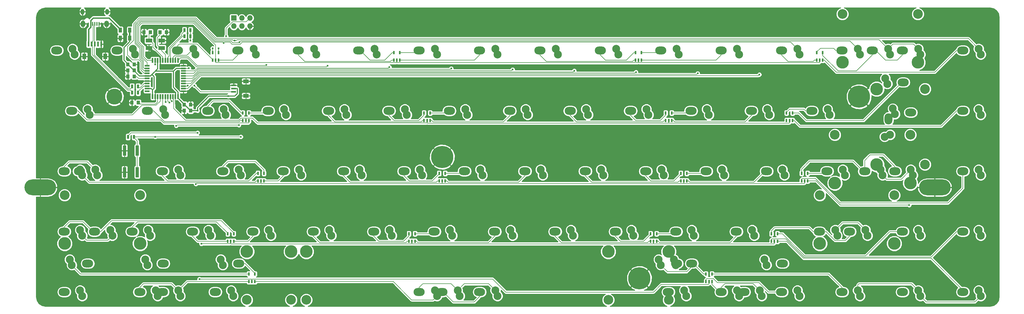
<source format=gbl>
G04 #@! TF.FileFunction,Copper,L2,Bot,Signal*
%FSLAX46Y46*%
G04 Gerber Fmt 4.6, Leading zero omitted, Abs format (unit mm)*
G04 Created by KiCad (PCBNEW 4.0.6) date Tuesday, July 11, 2017 'PMt' 09:42:09 PM*
%MOMM*%
%LPD*%
G01*
G04 APERTURE LIST*
%ADD10C,0.150000*%
%ADD11C,0.600000*%
%ADD12C,2.500000*%
%ADD13O,3.500000X2.500000*%
%ADD14O,1.150000X1.800000*%
%ADD15R,0.425000X1.300000*%
%ADD16O,1.450000X2.000000*%
%ADD17C,3.048254*%
%ADD18C,3.988054*%
%ADD19O,2.500000X3.500000*%
%ADD20R,1.000000X1.250000*%
%ADD21R,1.000000X1.600000*%
%ADD22R,0.600000X1.000000*%
%ADD23R,0.700000X1.300000*%
%ADD24R,1.000000X3.200000*%
%ADD25R,1.500000X0.550000*%
%ADD26R,0.550000X1.500000*%
%ADD27R,2.000000X1.300000*%
%ADD28C,7.000240*%
%ADD29C,5.001260*%
%ADD30O,9.999980X5.001260*%
%ADD31R,0.600000X1.550000*%
%ADD32R,1.200000X1.800000*%
%ADD33R,1.550000X0.600000*%
%ADD34R,1.800000X1.200000*%
%ADD35R,1.727200X1.727200*%
%ADD36O,1.727200X1.727200*%
%ADD37C,0.609600*%
%ADD38C,0.203200*%
%ADD39C,0.304800*%
%ADD40C,0.508000*%
%ADD41C,0.406400*%
%ADD42C,0.177800*%
%ADD43C,0.254000*%
G04 APERTURE END LIST*
D10*
D11*
X81280000Y-91440000D03*
X276225000Y-119380000D03*
X196850000Y-120650000D03*
X323850000Y-110490000D03*
X330200000Y-73025000D03*
X178435000Y-72390000D03*
X215265000Y-72390000D03*
X254635000Y-73025000D03*
X291465000Y-86360000D03*
X296545000Y-113030000D03*
X267335000Y-91440000D03*
X228600000Y-91440000D03*
X182245000Y-33655000D03*
X220345000Y-33655000D03*
X259715000Y-33655000D03*
X294640000Y-33655000D03*
X318770000Y-55245000D03*
X248920000Y-55880000D03*
X211455000Y-55880000D03*
X172085000Y-55880000D03*
X151765000Y-93345000D03*
X189865000Y-91440000D03*
X170815000Y-109220000D03*
X132715000Y-109855000D03*
X139065000Y-73025000D03*
X143510000Y-33020000D03*
X115570000Y-54610000D03*
X114935000Y-90805000D03*
X52070000Y-120015000D03*
X123190000Y-120015000D03*
X102235000Y-109855000D03*
X100330000Y-74930000D03*
X76200000Y-75565000D03*
X73660000Y-106045000D03*
X55880000Y-91440000D03*
X54610000Y-74295000D03*
X50800000Y-52070000D03*
X46355000Y-46990000D03*
X43815000Y-37465000D03*
X48895000Y-37465000D03*
X85090000Y-33020000D03*
X91694000Y-37846000D03*
X88011000Y-51689000D03*
X97790000Y-54610000D03*
X81280000Y-53340000D03*
X75565000Y-39624000D03*
X81915000Y-40005000D03*
X57912000Y-45466000D03*
X79502000Y-59690000D03*
X76835000Y-63246000D03*
X73914000Y-60198000D03*
X75565000Y-57023000D03*
X78486000Y-48006000D03*
X64008000Y-44323000D03*
X66548000Y-37846000D03*
X70231000Y-43180000D03*
X71120000Y-39370000D03*
X70485000Y-34925000D03*
X62865000Y-34925000D03*
X62865000Y-39370000D03*
X67056000Y-43942000D03*
X72390000Y-47371000D03*
X73660000Y-53975000D03*
X73660000Y-50165000D03*
X71120000Y-50165000D03*
X71755000Y-55372000D03*
X65532000Y-52197000D03*
X59055000Y-57531000D03*
X61976000Y-57531000D03*
X61976000Y-52324000D03*
X59055000Y-52324000D03*
X56515000Y-48895000D03*
X61341000Y-46990000D03*
D12*
X299919000Y-62675000D03*
D13*
X304919000Y-62175000D03*
D12*
X299269000Y-60925000D03*
D14*
X51500000Y-30375000D03*
X43750000Y-30375000D03*
D15*
X46325000Y-34175000D03*
X46975000Y-34175000D03*
X47625000Y-34175000D03*
X48275000Y-34175000D03*
X48925000Y-34175000D03*
D16*
X51350000Y-34175000D03*
X43900000Y-34175000D03*
D17*
X307181000Y-31112460D03*
D18*
X307181000Y-46355000D03*
D17*
X283369000Y-31112460D03*
D18*
X283369000Y-46355000D03*
D17*
X61912500Y-88262460D03*
D18*
X61912500Y-103505000D03*
D17*
X38100000Y-88262460D03*
D18*
X38100000Y-103505000D03*
D17*
X276225000Y-88262460D03*
D18*
X276225000Y-103505000D03*
D17*
X299720000Y-88262460D03*
D18*
X299720000Y-103505000D03*
D17*
X228600000Y-121287540D03*
D18*
X228600000Y-106045000D03*
D17*
X114300000Y-121287540D03*
D18*
X114300000Y-106045000D03*
D17*
X95567000Y-121287540D03*
D18*
X95567000Y-106045000D03*
D17*
X209550000Y-121287540D03*
D18*
X209550000Y-106045000D03*
D17*
X309406540Y-54769000D03*
D18*
X294164000Y-54769000D03*
D17*
X309406540Y-78581000D03*
D18*
X294164000Y-78581000D03*
D17*
X280987000Y-69212460D03*
D18*
X280987000Y-84455000D03*
D17*
X304800000Y-69212460D03*
D18*
X304800000Y-84455000D03*
D17*
X109537000Y-121287540D03*
D18*
X109537000Y-106045000D03*
D12*
X235863000Y-99250000D03*
D13*
X230863000Y-99750000D03*
D12*
X236513000Y-101000000D03*
X42981200Y-118300000D03*
D13*
X37981200Y-118800000D03*
D12*
X43631200Y-120050000D03*
X45362500Y-61150000D03*
D13*
X40362500Y-61650000D03*
D12*
X46012500Y-62900000D03*
X47743800Y-80200000D03*
D13*
X42743800Y-80700000D03*
D12*
X48393800Y-81950000D03*
X304919000Y-80200000D03*
D13*
X299919000Y-80700000D03*
D12*
X305569000Y-81950000D03*
X281106000Y-99250000D03*
D13*
X276106000Y-99750000D03*
D12*
X281756000Y-101000000D03*
X66793800Y-118300000D03*
D13*
X61793800Y-118800000D03*
D12*
X67443800Y-120050000D03*
X90606000Y-118300000D03*
D13*
X85606000Y-118800000D03*
D12*
X91256000Y-120050000D03*
X326350000Y-118300000D03*
D13*
X321350000Y-118800000D03*
D12*
X327000000Y-120050000D03*
X307300000Y-118300000D03*
D13*
X302300000Y-118800000D03*
D12*
X307950000Y-120050000D03*
X288250000Y-118300000D03*
D13*
X283250000Y-118800000D03*
D12*
X288900000Y-120050000D03*
X269200000Y-118300000D03*
D13*
X264200000Y-118800000D03*
D12*
X269850000Y-120050000D03*
X250150000Y-118300000D03*
D13*
X245150000Y-118800000D03*
D12*
X250800000Y-120050000D03*
X226100000Y-110300000D03*
D13*
X231100000Y-109800000D03*
D12*
X225450000Y-108550000D03*
X297537000Y-53150000D03*
D13*
X302537000Y-52650000D03*
D12*
X296887000Y-51400000D03*
X326350000Y-42100000D03*
D13*
X321350000Y-42600000D03*
D12*
X327000000Y-43850000D03*
X40600000Y-42100000D03*
D13*
X35600000Y-42600000D03*
D12*
X41250000Y-43850000D03*
X78700000Y-42100000D03*
D13*
X73700000Y-42600000D03*
D12*
X79350000Y-43850000D03*
X97750000Y-42100000D03*
D13*
X92750000Y-42600000D03*
D12*
X98400000Y-43850000D03*
X116800000Y-42100000D03*
D13*
X111800000Y-42600000D03*
D12*
X117450000Y-43850000D03*
X135850000Y-42100000D03*
D13*
X130850000Y-42600000D03*
D12*
X136500000Y-43850000D03*
X154900000Y-42100000D03*
D13*
X149900000Y-42600000D03*
D12*
X155550000Y-43850000D03*
X173950000Y-42100000D03*
D13*
X168950000Y-42600000D03*
D12*
X174600000Y-43850000D03*
X193000000Y-42100000D03*
D13*
X188000000Y-42600000D03*
D12*
X193650000Y-43850000D03*
X212050000Y-42100000D03*
D13*
X207050000Y-42600000D03*
D12*
X212700000Y-43850000D03*
X231100000Y-42100000D03*
D13*
X226100000Y-42600000D03*
D12*
X231750000Y-43850000D03*
X250150000Y-42100000D03*
D13*
X245150000Y-42600000D03*
D12*
X250800000Y-43850000D03*
X269200000Y-42100000D03*
D13*
X264200000Y-42600000D03*
D12*
X269850000Y-43850000D03*
X288250000Y-42100000D03*
D13*
X283250000Y-42600000D03*
D12*
X288900000Y-43850000D03*
X307300000Y-42100000D03*
D13*
X302300000Y-42600000D03*
D12*
X307950000Y-43850000D03*
X69175000Y-61150000D03*
D13*
X64175000Y-61650000D03*
D12*
X69825000Y-62900000D03*
X88225000Y-61150000D03*
D13*
X83225000Y-61650000D03*
D12*
X88875000Y-62900000D03*
X107275000Y-61150000D03*
D13*
X102275000Y-61650000D03*
D12*
X107925000Y-62900000D03*
X126325000Y-61150000D03*
D13*
X121325000Y-61650000D03*
D12*
X126975000Y-62900000D03*
X145375000Y-61150000D03*
D13*
X140375000Y-61650000D03*
D12*
X146025000Y-62900000D03*
X164425000Y-61150000D03*
D13*
X159425000Y-61650000D03*
D12*
X165075000Y-62900000D03*
X183475000Y-61150000D03*
D13*
X178475000Y-61650000D03*
D12*
X184125000Y-62900000D03*
X202525000Y-61150000D03*
D13*
X197525000Y-61650000D03*
D12*
X203175000Y-62900000D03*
X221575000Y-61150000D03*
D13*
X216575000Y-61650000D03*
D12*
X222225000Y-62900000D03*
X240625000Y-61150000D03*
D13*
X235625000Y-61650000D03*
D12*
X241275000Y-62900000D03*
X259675000Y-61150000D03*
D13*
X254675000Y-61650000D03*
D12*
X260325000Y-62900000D03*
X278725000Y-61150000D03*
D13*
X273725000Y-61650000D03*
D12*
X279375000Y-62900000D03*
X326350000Y-61150000D03*
D13*
X321350000Y-61650000D03*
D12*
X327000000Y-62900000D03*
X73937500Y-80200000D03*
D13*
X68937500Y-80700000D03*
D12*
X74587500Y-81950000D03*
X92987000Y-80200000D03*
D13*
X87987000Y-80700000D03*
D12*
X93637000Y-81950000D03*
X112037000Y-80200000D03*
D13*
X107037000Y-80700000D03*
D12*
X112687000Y-81950000D03*
X131087000Y-80200000D03*
D13*
X126087000Y-80700000D03*
D12*
X131737000Y-81950000D03*
X150137000Y-80200000D03*
D13*
X145137000Y-80700000D03*
D12*
X150787000Y-81950000D03*
X169187000Y-80200000D03*
D13*
X164187000Y-80700000D03*
D12*
X169837000Y-81950000D03*
X188237000Y-80200000D03*
D13*
X183237000Y-80700000D03*
D12*
X188887000Y-81950000D03*
X207287000Y-80200000D03*
D13*
X202287000Y-80700000D03*
D12*
X207937000Y-81950000D03*
X226337000Y-80200000D03*
D13*
X221337000Y-80700000D03*
D12*
X226987000Y-81950000D03*
X245387000Y-80200000D03*
D13*
X240387000Y-80700000D03*
D12*
X246037000Y-81950000D03*
X264437000Y-80200000D03*
D13*
X259437000Y-80700000D03*
D12*
X265087000Y-81950000D03*
X283487000Y-80200000D03*
D13*
X278487000Y-80700000D03*
D12*
X284137000Y-81950000D03*
X326350000Y-80200000D03*
D13*
X321350000Y-80700000D03*
D12*
X327000000Y-81950000D03*
X64412500Y-99250000D03*
D13*
X59412500Y-99750000D03*
D12*
X65062500Y-101000000D03*
X83463000Y-99250000D03*
D13*
X78463000Y-99750000D03*
D12*
X84113000Y-101000000D03*
X102513000Y-99250000D03*
D13*
X97513000Y-99750000D03*
D12*
X103163000Y-101000000D03*
X121563000Y-99250000D03*
D13*
X116563000Y-99750000D03*
D12*
X122213000Y-101000000D03*
X140613000Y-99250000D03*
D13*
X135613000Y-99750000D03*
D12*
X141263000Y-101000000D03*
X159663000Y-99250000D03*
D13*
X154663000Y-99750000D03*
D12*
X160313000Y-101000000D03*
X178713000Y-99250000D03*
D13*
X173713000Y-99750000D03*
D12*
X179363000Y-101000000D03*
X197763000Y-99250000D03*
D13*
X192763000Y-99750000D03*
D12*
X198413000Y-101000000D03*
X216813000Y-99250000D03*
D13*
X211813000Y-99750000D03*
D12*
X217463000Y-101000000D03*
X254913000Y-99250000D03*
D13*
X249913000Y-99750000D03*
D12*
X255563000Y-101000000D03*
X307300000Y-99250000D03*
D13*
X302300000Y-99750000D03*
D12*
X307950000Y-101000000D03*
X326350000Y-99250000D03*
D13*
X321350000Y-99750000D03*
D12*
X327000000Y-101000000D03*
X42981200Y-99250000D03*
D13*
X37981200Y-99750000D03*
D12*
X43631200Y-101000000D03*
X162044000Y-118300000D03*
D13*
X157044000Y-118800000D03*
D12*
X162694000Y-120050000D03*
X59650000Y-42100000D03*
D13*
X54650000Y-42600000D03*
D12*
X60300000Y-43850000D03*
X230863000Y-110300000D03*
D13*
X235863000Y-109800000D03*
D12*
X230213000Y-108550000D03*
X173950000Y-118300000D03*
D13*
X168950000Y-118800000D03*
D12*
X174600000Y-120050000D03*
X73937500Y-118300000D03*
D13*
X68937500Y-118800000D03*
D12*
X74587500Y-120050000D03*
X298419000Y-69175000D03*
D19*
X297919000Y-64175000D03*
D12*
X296669000Y-69825000D03*
X259437000Y-110300000D03*
D13*
X264437000Y-109800000D03*
D12*
X258787000Y-108550000D03*
X257294000Y-118300000D03*
D13*
X252294000Y-118800000D03*
D12*
X257944000Y-120050000D03*
X233481000Y-118300000D03*
D13*
X228481000Y-118800000D03*
D12*
X234131000Y-120050000D03*
X154900000Y-118300000D03*
D13*
X149900000Y-118800000D03*
D12*
X155550000Y-120050000D03*
X87987000Y-110300000D03*
D13*
X92987000Y-109800000D03*
D12*
X87337000Y-108550000D03*
X64175000Y-110300000D03*
D13*
X69175000Y-109800000D03*
D12*
X63525000Y-108550000D03*
X40362500Y-110300000D03*
D13*
X45362500Y-109800000D03*
D12*
X39712500Y-108550000D03*
X290631000Y-99250000D03*
D13*
X285631000Y-99750000D03*
D12*
X291281000Y-101000000D03*
X52506200Y-99250000D03*
D13*
X47506200Y-99750000D03*
D12*
X53156200Y-101000000D03*
X295394000Y-80200000D03*
D13*
X290394000Y-80700000D03*
D12*
X296044000Y-81950000D03*
X297775000Y-42100000D03*
D13*
X292775000Y-42600000D03*
D12*
X298425000Y-43850000D03*
D20*
X70215000Y-36830000D03*
X68215000Y-36830000D03*
X63135000Y-36830000D03*
X65135000Y-36830000D03*
X60055000Y-50800000D03*
X58055000Y-50800000D03*
X61325000Y-59055000D03*
X59325000Y-59055000D03*
D21*
X58650000Y-38735000D03*
X55650000Y-38735000D03*
D20*
X58055000Y-46990000D03*
X60055000Y-46990000D03*
X77835000Y-61595000D03*
X75835000Y-61595000D03*
X60055000Y-48895000D03*
X58055000Y-48895000D03*
X75835000Y-59690000D03*
X77835000Y-59690000D03*
D22*
X86675000Y-43250000D03*
X86675000Y-45650000D03*
X85725000Y-45650000D03*
X84775000Y-43250000D03*
X84775000Y-45650000D03*
X143825000Y-43250000D03*
X143825000Y-45650000D03*
X142875000Y-45650000D03*
X141925000Y-43250000D03*
X141925000Y-45650000D03*
X220025000Y-43250000D03*
X220025000Y-45650000D03*
X219075000Y-45650000D03*
X218125000Y-43250000D03*
X218125000Y-45650000D03*
X277175000Y-43250000D03*
X277175000Y-45650000D03*
X276225000Y-45650000D03*
X275275000Y-43250000D03*
X275275000Y-45650000D03*
X96200000Y-62300000D03*
X96200000Y-64700000D03*
X95250000Y-64700000D03*
X94300000Y-62300000D03*
X94300000Y-64700000D03*
X153350000Y-62300000D03*
X153350000Y-64700000D03*
X152400000Y-64700000D03*
X151450000Y-62300000D03*
X151450000Y-64700000D03*
X229550000Y-62300000D03*
X229550000Y-64700000D03*
X228600000Y-64700000D03*
X227650000Y-62300000D03*
X227650000Y-64700000D03*
X267650000Y-62300000D03*
X267650000Y-64700000D03*
X266700000Y-64700000D03*
X265750000Y-62300000D03*
X265750000Y-64700000D03*
X100962500Y-81350000D03*
X100962500Y-83750000D03*
X100012500Y-83750000D03*
X99062500Y-81350000D03*
X99062500Y-83750000D03*
X158112500Y-81350000D03*
X158112500Y-83750000D03*
X157162500Y-83750000D03*
X156212500Y-81350000D03*
X156212500Y-83750000D03*
X234312500Y-81350000D03*
X234312500Y-83750000D03*
X233362500Y-83750000D03*
X232412500Y-81350000D03*
X232412500Y-83750000D03*
X272412500Y-81350000D03*
X272412500Y-83750000D03*
X271462500Y-83750000D03*
X270512500Y-81350000D03*
X270512500Y-83750000D03*
X91437500Y-100400000D03*
X91437500Y-102800000D03*
X90487500Y-102800000D03*
X89537500Y-100400000D03*
X89537500Y-102800000D03*
X148587500Y-100400000D03*
X148587500Y-102800000D03*
X147637500Y-102800000D03*
X146687500Y-100400000D03*
X146687500Y-102800000D03*
X224787500Y-100400000D03*
X224787500Y-102800000D03*
X223837500Y-102800000D03*
X222887500Y-100400000D03*
X222887500Y-102800000D03*
X262887500Y-100400000D03*
X262887500Y-102800000D03*
X261937500Y-102800000D03*
X260987500Y-100400000D03*
X260987500Y-102800000D03*
X98105000Y-113100000D03*
X98105000Y-115500000D03*
X97155000Y-115500000D03*
X96205000Y-113100000D03*
X96205000Y-115500000D03*
D21*
X55650000Y-36195000D03*
X58650000Y-36195000D03*
D23*
X58105000Y-69850000D03*
X60005000Y-69850000D03*
X77785000Y-36195000D03*
X75885000Y-36195000D03*
X77785000Y-38100000D03*
X75885000Y-38100000D03*
X61275000Y-55880000D03*
X59375000Y-55880000D03*
X61275000Y-53975000D03*
X59375000Y-53975000D03*
D24*
X61023300Y-74197000D03*
X61023300Y-80997000D03*
X57023300Y-80997000D03*
X57023300Y-74197000D03*
D25*
X64150000Y-55435000D03*
X64150000Y-54635000D03*
X64150000Y-53835000D03*
X64150000Y-53035000D03*
X64150000Y-52235000D03*
X64150000Y-51435000D03*
X64150000Y-50635000D03*
X64150000Y-49835000D03*
X64150000Y-49035000D03*
X64150000Y-48235000D03*
X64150000Y-47435000D03*
D26*
X65850000Y-45735000D03*
X66650000Y-45735000D03*
X67450000Y-45735000D03*
X68250000Y-45735000D03*
X69050000Y-45735000D03*
X69850000Y-45735000D03*
X70650000Y-45735000D03*
X71450000Y-45735000D03*
X72250000Y-45735000D03*
X73050000Y-45735000D03*
X73850000Y-45735000D03*
D25*
X75550000Y-47435000D03*
X75550000Y-48235000D03*
X75550000Y-49035000D03*
X75550000Y-49835000D03*
X75550000Y-50635000D03*
X75550000Y-51435000D03*
X75550000Y-52235000D03*
X75550000Y-53035000D03*
X75550000Y-53835000D03*
X75550000Y-54635000D03*
X75550000Y-55435000D03*
D26*
X73850000Y-57135000D03*
X73050000Y-57135000D03*
X72250000Y-57135000D03*
X71450000Y-57135000D03*
X70650000Y-57135000D03*
X69850000Y-57135000D03*
X69050000Y-57135000D03*
X68250000Y-57135000D03*
X67450000Y-57135000D03*
X66650000Y-57135000D03*
X65850000Y-57135000D03*
D27*
X68675000Y-41840000D03*
X64675000Y-41840000D03*
X64675000Y-39440000D03*
X68675000Y-39440000D03*
D28*
X157166500Y-76201000D03*
X219351500Y-114501000D03*
X288602500Y-57200800D03*
D29*
X53771800Y-57200800D03*
D30*
X30411400Y-85801000D03*
X312493500Y-85801000D03*
D12*
X42981300Y-80200000D03*
D13*
X37981300Y-80700000D03*
D12*
X43631300Y-81950000D03*
D22*
X242250000Y-113100000D03*
X242250000Y-115500000D03*
X241300000Y-115500000D03*
X240350000Y-113100000D03*
X240350000Y-115500000D03*
D11*
X55245000Y-46990000D03*
D31*
X49625000Y-40607500D03*
X48625000Y-40607500D03*
X47625000Y-40607500D03*
X46625000Y-40607500D03*
X45625000Y-40607500D03*
D32*
X50925000Y-44482500D03*
X44325000Y-44482500D03*
D33*
X91407500Y-53610000D03*
X91407500Y-54610000D03*
X91407500Y-55610000D03*
D34*
X95282500Y-52310000D03*
X95282500Y-56910000D03*
D35*
X91440000Y-32385000D03*
D36*
X91440000Y-34925000D03*
X93980000Y-32385000D03*
X93980000Y-34925000D03*
X96520000Y-32385000D03*
X96520000Y-34925000D03*
D37*
X89725500Y-57023000D03*
X80010000Y-61595000D03*
X80010000Y-68580000D03*
X77787500Y-39497000D03*
X77279500Y-48196500D03*
X79480772Y-84745301D03*
X71882000Y-58610500D03*
X81216500Y-103592101D03*
X71120000Y-59055000D03*
X80619599Y-114706400D03*
X69951600Y-58877200D03*
X89027000Y-38100000D03*
X93662500Y-69850000D03*
X66675000Y-69850000D03*
X66675000Y-46990000D03*
X73279000Y-66354000D03*
X93065600Y-66141600D03*
X101717800Y-47167800D03*
X121021800Y-47421800D03*
X140487400Y-47837400D03*
X160010800Y-48310800D03*
X179374800Y-48624800D03*
X198805800Y-49005800D03*
X218278400Y-49428400D03*
X237734800Y-49834800D03*
X257165800Y-50215800D03*
X88265000Y-40259000D03*
X93218000Y-40005000D03*
X91757500Y-39497000D03*
X86677500Y-41910000D03*
X84772500Y-41910000D03*
X304419000Y-91389200D03*
X79057500Y-53721000D03*
X76898500Y-53721000D03*
D38*
X48925000Y-34175000D02*
X48925000Y-35479200D01*
D39*
X72390000Y-47371000D02*
X73879082Y-47371000D01*
X73879082Y-47371000D02*
X74895082Y-46355000D01*
X73660000Y-53975000D02*
X73660000Y-54599800D01*
X73660000Y-54599800D02*
X74495200Y-55435000D01*
X74495200Y-55435000D02*
X75550000Y-55435000D01*
D38*
X60055000Y-46990000D02*
X60042066Y-46990000D01*
X58336264Y-45466000D02*
X57912000Y-45466000D01*
X60042066Y-46990000D02*
X58518066Y-45466000D01*
X58518066Y-45466000D02*
X58336264Y-45466000D01*
D40*
X68250000Y-45735000D02*
X68250000Y-44687038D01*
X68250000Y-44687038D02*
X66560962Y-42998000D01*
X66560962Y-42998000D02*
X65760038Y-42998000D01*
X65760038Y-42998000D02*
X63135000Y-40372962D01*
X63135000Y-40372962D02*
X63135000Y-37963000D01*
X63135000Y-37963000D02*
X63135000Y-36830000D01*
D38*
X73050000Y-57135000D02*
X73050000Y-59513200D01*
X73050000Y-59513200D02*
X75131800Y-61595000D01*
X75131800Y-61595000D02*
X75835000Y-61595000D01*
D40*
X66560962Y-42998000D02*
X66183000Y-42998000D01*
X66183000Y-42998000D02*
X65025000Y-41840000D01*
X65025000Y-41840000D02*
X64675000Y-41840000D01*
D38*
X68675000Y-41840000D02*
X68325000Y-41840000D01*
X68325000Y-41840000D02*
X67370199Y-40885199D01*
X67370199Y-40885199D02*
X67370199Y-38503001D01*
X67370199Y-38503001D02*
X68215000Y-37658200D01*
X68215000Y-37658200D02*
X68215000Y-36830000D01*
X68675000Y-41840000D02*
X68675000Y-42693200D01*
X68675000Y-42693200D02*
X69850000Y-43868200D01*
X69850000Y-43868200D02*
X69850000Y-44781800D01*
X69850000Y-44781800D02*
X69850000Y-45735000D01*
X68325000Y-41967000D02*
X68675000Y-41967000D01*
X69050000Y-45735000D02*
X69050000Y-44659611D01*
X69050000Y-44659611D02*
X65979801Y-41589412D01*
X65979801Y-41589412D02*
X65979801Y-40394801D01*
X65979801Y-40394801D02*
X65025000Y-39440000D01*
X65025000Y-39440000D02*
X64675000Y-39440000D01*
X64675000Y-39440000D02*
X64675000Y-37290000D01*
X64675000Y-37290000D02*
X65135000Y-36830000D01*
X65025000Y-39567000D02*
X64675000Y-39567000D01*
X60055000Y-50800000D02*
X60758200Y-50800000D01*
X60758200Y-50800000D02*
X61393200Y-51435000D01*
X63196800Y-51435000D02*
X64150000Y-51435000D01*
X61393200Y-51435000D02*
X63196800Y-51435000D01*
X62038534Y-59498534D02*
X66764188Y-59498534D01*
X61595000Y-59055000D02*
X62038534Y-59498534D01*
X66764188Y-59498534D02*
X67450000Y-58812722D01*
X67450000Y-58812722D02*
X67450000Y-57135000D01*
D39*
X89535000Y-57023000D02*
X91709582Y-57023000D01*
X89217500Y-57023000D02*
X89535000Y-57023000D01*
X89535000Y-57023000D02*
X89725500Y-57023000D01*
X83624917Y-57023000D02*
X89217500Y-57023000D01*
X89217500Y-57023000D02*
X89344500Y-57023000D01*
X80010000Y-61595000D02*
X80010000Y-60637917D01*
X92538101Y-56194481D02*
X92538101Y-54660801D01*
X80010000Y-60637917D02*
X83624917Y-57023000D01*
X91709582Y-57023000D02*
X92538101Y-56194481D01*
X92538101Y-54660801D02*
X92487300Y-54610000D01*
X92487300Y-54610000D02*
X91407500Y-54610000D01*
X77835000Y-61595000D02*
X80010000Y-61595000D01*
X58055000Y-46990000D02*
X58055000Y-46865000D01*
X56860168Y-41629632D02*
X58650000Y-39839800D01*
X58055000Y-46865000D02*
X56860168Y-45670168D01*
X56860168Y-45670168D02*
X56860168Y-41629632D01*
X58650000Y-39839800D02*
X58650000Y-38735000D01*
X60055000Y-48895000D02*
X59960000Y-48895000D01*
X59960000Y-48895000D02*
X58055000Y-46990000D01*
X64150000Y-50635000D02*
X61670000Y-50635000D01*
X61670000Y-50635000D02*
X60055000Y-49020000D01*
X60055000Y-49020000D02*
X60055000Y-48895000D01*
X72390000Y-54236181D02*
X72390000Y-49157962D01*
X73850000Y-55696181D02*
X72390000Y-54236181D01*
X73850000Y-57135000D02*
X73850000Y-55696181D01*
X75835000Y-59690000D02*
X75930000Y-59690000D01*
X75930000Y-59690000D02*
X77835000Y-61595000D01*
X73850000Y-57135000D02*
X73850000Y-57610000D01*
X73850000Y-57610000D02*
X75835000Y-59595000D01*
X75835000Y-59595000D02*
X75835000Y-59690000D01*
X65667962Y-50165000D02*
X66548000Y-49284962D01*
X66548000Y-49284962D02*
X66675000Y-49157962D01*
X67450000Y-48382962D02*
X66548000Y-49284962D01*
X65667962Y-50171838D02*
X65667962Y-50165000D01*
X72390000Y-49157962D02*
X66675000Y-49157962D01*
X75550000Y-48235000D02*
X73312962Y-48235000D01*
X73312962Y-48235000D02*
X72390000Y-49157962D01*
X67450000Y-48382962D02*
X67450000Y-45735000D01*
X66359270Y-50856308D02*
X65667962Y-50165000D01*
X64150000Y-50635000D02*
X65204800Y-50635000D01*
X65204800Y-50635000D02*
X65667962Y-50171838D01*
X65850000Y-55077000D02*
X66359270Y-54567730D01*
X66359270Y-54567730D02*
X66359270Y-50856308D01*
X65850000Y-57135000D02*
X65850000Y-55077000D01*
X64150000Y-54635000D02*
X65408000Y-54635000D01*
X65408000Y-54635000D02*
X65850000Y-55077000D01*
D40*
X58650000Y-36195000D02*
X58650000Y-38735000D01*
D38*
X58650000Y-36195000D02*
X58650000Y-35895000D01*
X58105000Y-69850000D02*
X58105000Y-69550000D01*
X58105000Y-69550000D02*
X59075000Y-68580000D01*
X59075000Y-68580000D02*
X80010000Y-68580000D01*
X77787500Y-39497000D02*
X77787500Y-38102500D01*
X77787500Y-38102500D02*
X77785000Y-38100000D01*
X75550000Y-48235000D02*
X77241000Y-48235000D01*
X77241000Y-48235000D02*
X77279500Y-48196500D01*
X77785000Y-36195000D02*
X77785000Y-38100000D01*
D40*
X77835000Y-61595000D02*
X77740000Y-61595000D01*
X73850000Y-57135000D02*
X73850000Y-57705000D01*
D38*
X75835000Y-59690000D02*
X75835000Y-59815000D01*
X77615000Y-61595000D02*
X77835000Y-61595000D01*
X65850000Y-45735000D02*
X64148625Y-45735000D01*
X64148625Y-45735000D02*
X63023234Y-44609609D01*
X61455289Y-39890115D02*
X61455289Y-34914204D01*
X85725000Y-44946800D02*
X85725000Y-45650000D01*
X63023234Y-44609609D02*
X63023234Y-41458060D01*
X85725000Y-40900716D02*
X85725000Y-44946800D01*
X63023234Y-41458060D02*
X61455289Y-39890115D01*
X61455289Y-34914204D02*
X62400259Y-33969234D01*
X62400259Y-33969234D02*
X78793518Y-33969234D01*
X78793518Y-33969234D02*
X85725000Y-40900716D01*
X219075000Y-45650000D02*
X219075000Y-46353200D01*
X219075000Y-46353200D02*
X219163901Y-46442101D01*
X276225000Y-46353200D02*
X276225000Y-45650000D01*
X219163901Y-46442101D02*
X276136099Y-46442101D01*
X276136099Y-46442101D02*
X276225000Y-46353200D01*
X142875000Y-45650000D02*
X142875000Y-46353200D01*
X142875000Y-46353200D02*
X142963901Y-46442101D01*
X142963901Y-46442101D02*
X218986099Y-46442101D01*
X218986099Y-46442101D02*
X219075000Y-46353200D01*
X85725000Y-45650000D02*
X85725000Y-46353200D01*
X85725000Y-46353200D02*
X85813901Y-46442101D01*
X85813901Y-46442101D02*
X142786099Y-46442101D01*
X142786099Y-46442101D02*
X142875000Y-46353200D01*
X96200000Y-62300000D02*
X101625000Y-62300000D01*
X101625000Y-62300000D02*
X102275000Y-61650000D01*
X40362500Y-61650000D02*
X42315700Y-61650000D01*
X42315700Y-61650000D02*
X45181700Y-64516000D01*
X96111099Y-65492101D02*
X96200000Y-65403200D01*
X45181700Y-64516000D02*
X68429399Y-64516000D01*
X68429399Y-64516000D02*
X69405500Y-65492101D01*
X69405500Y-65492101D02*
X96111099Y-65492101D01*
X96200000Y-65403200D02*
X96200000Y-64700000D01*
X72250000Y-57135000D02*
X72250000Y-57912000D01*
X72517000Y-58179000D02*
X72517000Y-60857593D01*
X72517000Y-60857593D02*
X76269493Y-64610086D01*
X72250000Y-57912000D02*
X72517000Y-58179000D01*
X93064132Y-64610086D02*
X93766319Y-63907899D01*
X95161099Y-63907899D02*
X95250000Y-63996800D01*
X76269493Y-64610086D02*
X93064132Y-64610086D01*
X93766319Y-63907899D02*
X95161099Y-63907899D01*
X95250000Y-63996800D02*
X95338901Y-63907899D01*
X152311099Y-65492101D02*
X152400000Y-65403200D01*
X95338901Y-63907899D02*
X97302360Y-63907899D01*
X98886562Y-65492101D02*
X152311099Y-65492101D01*
X97302360Y-63907899D02*
X98886562Y-65492101D01*
X95250000Y-64700000D02*
X95250000Y-63996800D01*
X152400000Y-65403200D02*
X152400000Y-64700000D01*
X228600000Y-64700000D02*
X228600000Y-65403200D01*
X228600000Y-65403200D02*
X228701601Y-65504801D01*
X266700000Y-65405000D02*
X266700000Y-64700000D01*
X228701601Y-65504801D02*
X266600199Y-65504801D01*
X266600199Y-65504801D02*
X266700000Y-65405000D01*
X152400000Y-65403200D02*
X152501601Y-65504801D01*
X152501601Y-65504801D02*
X228498399Y-65504801D01*
X228498399Y-65504801D02*
X228600000Y-65403200D01*
X83225000Y-61650000D02*
X83225000Y-60196800D01*
X83225000Y-60196800D02*
X84903073Y-58518727D01*
X84903073Y-58518727D02*
X90015527Y-58518727D01*
X90015527Y-58518727D02*
X93796800Y-62300000D01*
X93796800Y-62300000D02*
X94300000Y-62300000D01*
X94300000Y-64700000D02*
X93531008Y-64700000D01*
X66128200Y-61650000D02*
X64175000Y-61650000D01*
X93531008Y-64700000D02*
X93192298Y-65038710D01*
X93192298Y-65038710D02*
X69516910Y-65038710D01*
X69516910Y-65038710D02*
X66128200Y-61650000D01*
X79618099Y-84542101D02*
X99923599Y-84542101D01*
X99923599Y-84542101D02*
X100012500Y-84453200D01*
X100012500Y-84453200D02*
X100012500Y-83750000D01*
X79480772Y-84745301D02*
X79480772Y-84679428D01*
X79480772Y-84679428D02*
X79618099Y-84542101D01*
X71450000Y-57135000D02*
X71450000Y-58178500D01*
X71450000Y-58178500D02*
X71882000Y-58610500D01*
X233362500Y-83750000D02*
X233362500Y-84453200D01*
X233362500Y-84453200D02*
X233464101Y-84554801D01*
X233464101Y-84554801D02*
X271360899Y-84554801D01*
X271360899Y-84554801D02*
X271462500Y-84453200D01*
X271462500Y-84453200D02*
X271462500Y-83750000D01*
X157162500Y-83750000D02*
X157162500Y-84453200D01*
X157162500Y-84453200D02*
X157264101Y-84554801D01*
X157264101Y-84554801D02*
X233260899Y-84554801D01*
X233260899Y-84554801D02*
X233362500Y-84453200D01*
X100012500Y-84453200D02*
X100114101Y-84554801D01*
X100114101Y-84554801D02*
X157060899Y-84554801D01*
X157060899Y-84554801D02*
X157162500Y-84453200D01*
X90398599Y-103592101D02*
X81216500Y-103592101D01*
X70650000Y-57135000D02*
X70650000Y-58585000D01*
X70650000Y-58585000D02*
X71120000Y-59055000D01*
X90487500Y-103503200D02*
X90398599Y-103592101D01*
X90487500Y-102800000D02*
X90487500Y-103503200D01*
X90487500Y-103503200D02*
X90589101Y-103604801D01*
X90589101Y-103604801D02*
X147535899Y-103604801D01*
X147535899Y-103604801D02*
X147637500Y-103503200D01*
X147637500Y-103503200D02*
X147637500Y-102800000D01*
X223837500Y-102800000D02*
X223837500Y-103503200D01*
X223837500Y-103503200D02*
X223735899Y-103604801D01*
X223735899Y-103604801D02*
X147739101Y-103604801D01*
X147739101Y-103604801D02*
X147637500Y-103503200D01*
X261937500Y-102800000D02*
X261937500Y-103503200D01*
X261937500Y-103503200D02*
X261835899Y-103604801D01*
X261835899Y-103604801D02*
X223939101Y-103604801D01*
X223939101Y-103604801D02*
X223837500Y-103503200D01*
X97155000Y-115500000D02*
X97155000Y-114796800D01*
X97155000Y-114796800D02*
X97064600Y-114706400D01*
X97064600Y-114706400D02*
X80619599Y-114706400D01*
X97155000Y-114796800D02*
X97243901Y-114707899D01*
X97243901Y-114707899D02*
X173089496Y-114707899D01*
X177226155Y-118844558D02*
X223767427Y-118844558D01*
X173089496Y-114707899D02*
X177226155Y-118844558D01*
X223767427Y-118844558D02*
X226212651Y-116399334D01*
X226212651Y-116399334D02*
X241103866Y-116399334D01*
X241103866Y-116399334D02*
X241300000Y-116203200D01*
X241300000Y-116203200D02*
X241300000Y-115500000D01*
X69850000Y-57135000D02*
X69850000Y-58775600D01*
X69850000Y-58775600D02*
X69951600Y-58877200D01*
X96205000Y-115500000D02*
X76737500Y-115500000D01*
X76737500Y-115500000D02*
X73937500Y-118300000D01*
X62935600Y-116205000D02*
X71842500Y-116205000D01*
X71842500Y-116205000D02*
X73937500Y-118300000D01*
X61793800Y-118800000D02*
X61793800Y-117346800D01*
X61793800Y-117346800D02*
X62935600Y-116205000D01*
X242250000Y-113100000D02*
X279003200Y-113100000D01*
X279003200Y-113100000D02*
X283250000Y-117346800D01*
X283250000Y-117346800D02*
X283250000Y-118800000D01*
D41*
X46325000Y-34175000D02*
X46325000Y-35231400D01*
X46325000Y-35231400D02*
X45625000Y-35931400D01*
X45625000Y-35931400D02*
X45625000Y-39426100D01*
X45625000Y-39426100D02*
X45625000Y-40607500D01*
X46325000Y-34175000D02*
X46325000Y-33118600D01*
X52073599Y-32318599D02*
X55650000Y-35895000D01*
X46325000Y-33118600D02*
X47125001Y-32318599D01*
X47125001Y-32318599D02*
X52073599Y-32318599D01*
X55650000Y-35895000D02*
X55650000Y-36195000D01*
D42*
X46625000Y-40607500D02*
X46836798Y-40819298D01*
X46836798Y-40819298D02*
X46836798Y-43952091D01*
X46836798Y-43952091D02*
X58020343Y-55135636D01*
X58020343Y-55135636D02*
X58936094Y-55135636D01*
X59375000Y-55574542D02*
X59375000Y-55880000D01*
X58936094Y-55135636D02*
X59375000Y-55574542D01*
X46975000Y-34175000D02*
X47098209Y-34298209D01*
X47098209Y-34298209D02*
X47098209Y-39579229D01*
X46835077Y-39842361D02*
X46835077Y-40397423D01*
X47098209Y-39579229D02*
X46835077Y-39842361D01*
X46835077Y-40397423D02*
X46625000Y-40607500D01*
X46625000Y-40607500D02*
X46625000Y-40132500D01*
D38*
X70650000Y-45735000D02*
X70650000Y-44781800D01*
X75885000Y-36495000D02*
X75885000Y-36195000D01*
X70650000Y-44781800D02*
X71051038Y-44380762D01*
X71051038Y-44380762D02*
X71051038Y-41823972D01*
X71051038Y-41823972D02*
X75060338Y-37814672D01*
X75060338Y-37814672D02*
X75060338Y-37319662D01*
X75060338Y-37319662D02*
X75885000Y-36495000D01*
X71450000Y-45735000D02*
X71450000Y-41981800D01*
X71450000Y-41981800D02*
X75331800Y-38100000D01*
X75331800Y-38100000D02*
X75885000Y-38100000D01*
D42*
X61275000Y-55880000D02*
X61275000Y-55545129D01*
X61275000Y-55545129D02*
X62985129Y-53835000D01*
X63222200Y-53835000D02*
X64150000Y-53835000D01*
X62985129Y-53835000D02*
X63222200Y-53835000D01*
D38*
X61275000Y-53975000D02*
X61640308Y-54340308D01*
X61640308Y-54340308D02*
X61915435Y-54340308D01*
X63220743Y-53035000D02*
X64150000Y-53035000D01*
X61915435Y-54340308D02*
X63220743Y-53035000D01*
D42*
X47625000Y-40607500D02*
X47411899Y-40820601D01*
X47411899Y-40820601D02*
X47411899Y-44024283D01*
X47411899Y-44024283D02*
X58121628Y-54734012D01*
X58121628Y-54734012D02*
X58902879Y-54734012D01*
X58902879Y-54734012D02*
X59375000Y-54261891D01*
X59375000Y-54261891D02*
X59375000Y-53975000D01*
X47625000Y-34175000D02*
X47498526Y-34301474D01*
X47498526Y-34301474D02*
X47498526Y-40481026D01*
X47498526Y-40481026D02*
X47625000Y-40607500D01*
X59375000Y-53675000D02*
X59375000Y-53975000D01*
D38*
X43631200Y-101000000D02*
X45094800Y-102463600D01*
X45094800Y-102463600D02*
X51692600Y-102463600D01*
X51692600Y-102463600D02*
X51906201Y-102249999D01*
X51906201Y-102249999D02*
X53156200Y-101000000D01*
X37981300Y-80700000D02*
X37981300Y-79246800D01*
X37981300Y-79246800D02*
X39492161Y-77735939D01*
X39492161Y-77735939D02*
X45279739Y-77735939D01*
X45279739Y-77735939D02*
X47743800Y-80200000D01*
X68250000Y-57135000D02*
X68250000Y-58569513D01*
X68250000Y-58569513D02*
X66916036Y-59903477D01*
X66916036Y-59903477D02*
X62497913Y-59903477D01*
X62497913Y-59903477D02*
X59501390Y-62900000D01*
X59501390Y-62900000D02*
X46012500Y-62900000D01*
X89027000Y-38100000D02*
X89027000Y-35608766D01*
X89027000Y-35608766D02*
X91095065Y-33540701D01*
X95364299Y-33540701D02*
X95656401Y-33248599D01*
X91095065Y-33540701D02*
X95364299Y-33540701D01*
X95656401Y-33248599D02*
X96520000Y-32385000D01*
X93662500Y-69850000D02*
X66675000Y-69850000D01*
X66675000Y-69850000D02*
X60005000Y-69850000D01*
X66650000Y-45735000D02*
X66650000Y-46965000D01*
X66650000Y-46965000D02*
X66675000Y-46990000D01*
X61023300Y-80997000D02*
X61023300Y-74197000D01*
X60005000Y-69850000D02*
X60005000Y-70150000D01*
X60005000Y-70150000D02*
X61023300Y-71168300D01*
X61023300Y-71168300D02*
X61023300Y-74197000D01*
X73491400Y-66141600D02*
X73279000Y-66354000D01*
X93065600Y-66141600D02*
X73491400Y-66141600D01*
X69050000Y-57135000D02*
X69050000Y-61025000D01*
X69050000Y-61025000D02*
X69175000Y-61150000D01*
X72250000Y-45735000D02*
X72250000Y-44781800D01*
X72250000Y-44781800D02*
X72889690Y-44142110D01*
X72889690Y-44142110D02*
X76657890Y-44142110D01*
X76657890Y-44142110D02*
X77450001Y-43349999D01*
X77450001Y-43349999D02*
X78700000Y-42100000D01*
X101717800Y-47167800D02*
X101529526Y-47356074D01*
X101529526Y-47356074D02*
X79868074Y-47356074D01*
X79868074Y-47356074D02*
X77048587Y-44536587D01*
X77048587Y-44536587D02*
X73295213Y-44536587D01*
X73295213Y-44536587D02*
X73050000Y-44781800D01*
X73050000Y-44781800D02*
X73050000Y-45735000D01*
X74654702Y-44930298D02*
X76885507Y-44930298D01*
X120688099Y-47764701D02*
X121021800Y-47431000D01*
X73850000Y-45735000D02*
X74654702Y-44930298D01*
X121021800Y-47431000D02*
X121021800Y-47421800D01*
X76885507Y-44930298D02*
X79719910Y-47764701D01*
X79719910Y-47764701D02*
X120688099Y-47764701D01*
X80010000Y-48158411D02*
X140166389Y-48158411D01*
X140166389Y-48158411D02*
X140487400Y-47837400D01*
X79133411Y-49035000D02*
X80010000Y-48158411D01*
X75550000Y-49035000D02*
X79133411Y-49035000D01*
X173950000Y-118300000D02*
X171855000Y-116205000D01*
X171855000Y-116205000D02*
X164139000Y-116205000D01*
X164139000Y-116205000D02*
X162044000Y-118300000D01*
X80173080Y-48552121D02*
X159769479Y-48552121D01*
X159769479Y-48552121D02*
X160010800Y-48310800D01*
X75550000Y-49835000D02*
X78890201Y-49835000D01*
X78890201Y-49835000D02*
X80173080Y-48552121D01*
X151041800Y-116205000D02*
X159949000Y-116205000D01*
X159949000Y-116205000D02*
X162044000Y-118300000D01*
X149900000Y-118800000D02*
X149900000Y-117346800D01*
X149900000Y-117346800D02*
X151041800Y-116205000D01*
X75550000Y-50635000D02*
X78646991Y-50635000D01*
X78646991Y-50635000D02*
X80336160Y-48945831D01*
X80336160Y-48945831D02*
X179053769Y-48945831D01*
X179053769Y-48945831D02*
X179374800Y-48624800D01*
X80499240Y-49339541D02*
X198472059Y-49339541D01*
X198472059Y-49339541D02*
X198805800Y-49005800D01*
X78403781Y-51435000D02*
X80499240Y-49339541D01*
X75550000Y-51435000D02*
X78403781Y-51435000D01*
X80662320Y-49733251D02*
X217973549Y-49733251D01*
X217973549Y-49733251D02*
X218278400Y-49428400D01*
X75550000Y-52235000D02*
X78160571Y-52235000D01*
X78160571Y-52235000D02*
X80662320Y-49733251D01*
X75550000Y-53035000D02*
X77917361Y-53035000D01*
X77917361Y-53035000D02*
X80825400Y-50126961D01*
X80825400Y-50126961D02*
X237442639Y-50126961D01*
X237442639Y-50126961D02*
X237734800Y-49834800D01*
X75550000Y-54635000D02*
X76874151Y-54635000D01*
X76874151Y-54635000D02*
X80988480Y-50520671D01*
X80988480Y-50520671D02*
X256860929Y-50520671D01*
X256860929Y-50520671D02*
X257165800Y-50215800D01*
X88265000Y-40259000D02*
X88512657Y-40011343D01*
X267105000Y-40005000D02*
X269200000Y-42100000D01*
X88512657Y-40011343D02*
X90239843Y-40011343D01*
X94097443Y-40005000D02*
X267105000Y-40005000D01*
X90239843Y-40011343D02*
X90843454Y-40614954D01*
X93487489Y-40614954D02*
X94097443Y-40005000D01*
X90843454Y-40614954D02*
X93487489Y-40614954D01*
X85386074Y-40005000D02*
X88011000Y-40005000D01*
X88011000Y-40005000D02*
X88265000Y-40259000D01*
X64150000Y-47435000D02*
X64150000Y-46431449D01*
X64150000Y-46431449D02*
X62629523Y-44910972D01*
X62629523Y-44910972D02*
X62629523Y-41621140D01*
X62629523Y-41621140D02*
X61865263Y-40856880D01*
X61865263Y-40856880D02*
X61061580Y-40053193D01*
X62237179Y-33575524D02*
X78956599Y-33575525D01*
X61061580Y-40053193D02*
X61061580Y-34751123D01*
X61061580Y-34751123D02*
X62237179Y-33575524D01*
X78956599Y-33575525D02*
X85386074Y-40005000D01*
X283404200Y-96951800D02*
X288332800Y-96951800D01*
X288332800Y-96951800D02*
X290631000Y-99250000D01*
X281106000Y-99250000D02*
X283404200Y-96951800D01*
X92912928Y-40104168D02*
X93012096Y-40005000D01*
X64150000Y-48235000D02*
X63196800Y-48235000D01*
X63196800Y-48235000D02*
X62956155Y-47994355D01*
X62235812Y-45074051D02*
X62235812Y-41784220D01*
X62956155Y-45794395D02*
X62235812Y-45074051D01*
X62956155Y-47994355D02*
X62956155Y-45794395D01*
X90592879Y-39611290D02*
X91085757Y-40104168D01*
X62235812Y-41784220D02*
X61678403Y-41226811D01*
X61678403Y-41226811D02*
X60667871Y-40216275D01*
X60667871Y-40216275D02*
X60667870Y-39890114D01*
X85549154Y-39611290D02*
X90592879Y-39611290D01*
X62074100Y-33181815D02*
X79119680Y-33181816D01*
X60667870Y-39890114D02*
X60667871Y-34588042D01*
X60667871Y-34588042D02*
X62074100Y-33181815D01*
X79119680Y-33181816D02*
X85549154Y-39611290D01*
X91085757Y-40104168D02*
X92912928Y-40104168D01*
X93012096Y-40005000D02*
X93218000Y-40005000D01*
X287000001Y-40850001D02*
X288250000Y-42100000D01*
X285761290Y-39611290D02*
X287000001Y-40850001D01*
X93218000Y-40005000D02*
X93611710Y-39611290D01*
X93611710Y-39611290D02*
X285761290Y-39611290D01*
X307950000Y-120050000D02*
X309845400Y-121945400D01*
X309845400Y-121945400D02*
X325104600Y-121945400D01*
X325104600Y-121945400D02*
X325750001Y-121299999D01*
X325750001Y-121299999D02*
X327000000Y-120050000D01*
X288577234Y-116205000D02*
X305205000Y-116205000D01*
X305205000Y-116205000D02*
X307300000Y-118300000D01*
X288250000Y-118300000D02*
X288250000Y-116532234D01*
X288250000Y-116532234D02*
X288577234Y-116205000D01*
X92583000Y-39217580D02*
X294892580Y-39217580D01*
X91757500Y-39497000D02*
X92188552Y-39497000D01*
X92188552Y-39497000D02*
X92467972Y-39217580D01*
X92467972Y-39217580D02*
X92583000Y-39217580D01*
X85712234Y-39217580D02*
X90741500Y-39217580D01*
X91326448Y-39497000D02*
X91047028Y-39217580D01*
X91757500Y-39497000D02*
X91326448Y-39497000D01*
X91047028Y-39217580D02*
X90741500Y-39217580D01*
X297775000Y-42100000D02*
X299306393Y-40568607D01*
X299306393Y-40568607D02*
X305768607Y-40568607D01*
X305768607Y-40568607D02*
X307300000Y-42100000D01*
X64150000Y-49035000D02*
X63196800Y-49035000D01*
X62562444Y-48400644D02*
X62562444Y-45957475D01*
X63196800Y-49035000D02*
X62562444Y-48400644D01*
X61595000Y-41700199D02*
X60274160Y-40379356D01*
X62562444Y-45957475D02*
X61842101Y-45237132D01*
X60274162Y-34424961D02*
X61911021Y-32788106D01*
X61842101Y-45237132D02*
X61842101Y-41947300D01*
X61842101Y-41947300D02*
X61595000Y-41700199D01*
X60274160Y-40379356D02*
X60274160Y-38100000D01*
X60274160Y-38100000D02*
X60274162Y-34424961D01*
X61911021Y-32788106D02*
X79282761Y-32788107D01*
X79282761Y-32788107D02*
X85712234Y-39217580D01*
X294892580Y-39217580D02*
X297775000Y-42100000D01*
X296044000Y-81950000D02*
X297293999Y-83199999D01*
X297293999Y-83199999D02*
X301919001Y-83199999D01*
X301919001Y-83199999D02*
X304919000Y-80200000D01*
X326350000Y-42100000D02*
X323073870Y-38823870D01*
X57906159Y-41327483D02*
X57906159Y-44020199D01*
X323073870Y-38823870D02*
X85875314Y-38823870D01*
X62168735Y-48806935D02*
X63196800Y-49835000D01*
X85875314Y-38823870D02*
X79439707Y-32388263D01*
X79439707Y-32388263D02*
X61705163Y-32388263D01*
X61615779Y-45567600D02*
X62168735Y-46120556D01*
X61705163Y-32388263D02*
X59856830Y-34236596D01*
X59856830Y-34236596D02*
X59856830Y-39376812D01*
X62168735Y-46120556D02*
X62168735Y-48806935D01*
X59856830Y-39376812D02*
X57906159Y-41327483D01*
X57906159Y-44020199D02*
X59453560Y-45567600D01*
X59453560Y-45567600D02*
X61615779Y-45567600D01*
X63196800Y-49835000D02*
X64150000Y-49835000D01*
X86675000Y-45650000D02*
X91153200Y-45650000D01*
X91153200Y-45650000D02*
X92750000Y-44053200D01*
X92750000Y-44053200D02*
X92750000Y-42600000D01*
X74301601Y-40545199D02*
X79476600Y-40545199D01*
X84775000Y-45450000D02*
X79870199Y-40545199D01*
X84775000Y-45650000D02*
X84775000Y-45450000D01*
X79870199Y-40545199D02*
X79476600Y-40545199D01*
X73700000Y-42600000D02*
X73700000Y-41146800D01*
X73700000Y-41146800D02*
X74301601Y-40545199D01*
X86677500Y-41910000D02*
X86677500Y-43247500D01*
X86677500Y-43247500D02*
X86675000Y-43250000D01*
X84772500Y-41910000D02*
X84772500Y-43247500D01*
X84772500Y-43247500D02*
X84775000Y-43250000D01*
X143825000Y-43250000D02*
X149250000Y-43250000D01*
X149250000Y-43250000D02*
X149900000Y-42600000D01*
X168950000Y-44053200D02*
X168950000Y-42600000D01*
X143825000Y-45650000D02*
X167353200Y-45650000D01*
X167353200Y-45650000D02*
X168950000Y-44053200D01*
X134404681Y-45654681D02*
X139017119Y-45654681D01*
X139017119Y-45654681D02*
X141421800Y-43250000D01*
X141421800Y-43250000D02*
X141925000Y-43250000D01*
X130850000Y-42600000D02*
X131350000Y-42600000D01*
X131350000Y-42600000D02*
X134404681Y-45654681D01*
X111800000Y-42600000D02*
X111800000Y-44053200D01*
X111800000Y-44053200D02*
X113795191Y-46048391D01*
X113795191Y-46048391D02*
X140832109Y-46048391D01*
X140832109Y-46048391D02*
X141230500Y-45650000D01*
X141230500Y-45650000D02*
X141925000Y-45650000D01*
X220025000Y-43250000D02*
X225450000Y-43250000D01*
X225450000Y-43250000D02*
X226100000Y-42600000D01*
X220025000Y-45650000D02*
X243553200Y-45650000D01*
X243553200Y-45650000D02*
X245150000Y-44053200D01*
X245150000Y-44053200D02*
X245150000Y-42600000D01*
X208651481Y-45654681D02*
X215217119Y-45654681D01*
X215217119Y-45654681D02*
X217621800Y-43250000D01*
X217621800Y-43250000D02*
X218125000Y-43250000D01*
X207050000Y-42600000D02*
X207050000Y-44053200D01*
X207050000Y-44053200D02*
X208651481Y-45654681D01*
X217223409Y-46048391D02*
X191516000Y-46048391D01*
X191516000Y-46048391D02*
X190754000Y-46048391D01*
X188000000Y-42600000D02*
X188000000Y-44053200D01*
X188000000Y-44053200D02*
X189995191Y-46048391D01*
X189995191Y-46048391D02*
X191516000Y-46048391D01*
X218125000Y-45650000D02*
X217621800Y-45650000D01*
X217621800Y-45650000D02*
X217223409Y-46048391D01*
X264200000Y-42600000D02*
X264200000Y-44053200D01*
X266195191Y-46048391D02*
X274144009Y-46048391D01*
X264200000Y-44053200D02*
X266195191Y-46048391D01*
X274542400Y-45650000D02*
X275275000Y-45650000D01*
X274144009Y-46048391D02*
X274542400Y-45650000D01*
X302300000Y-42600000D02*
X302300000Y-44053200D01*
X302300000Y-44053200D02*
X300680031Y-45673169D01*
X300680031Y-45673169D02*
X296952534Y-45673169D01*
X296952534Y-45673169D02*
X293879365Y-42600000D01*
X293879365Y-42600000D02*
X292775000Y-42600000D01*
X277175000Y-43250000D02*
X277175000Y-44167088D01*
X277175000Y-44167088D02*
X282058637Y-49050725D01*
X282058637Y-49050725D02*
X287777475Y-49050725D01*
X287777475Y-49050725D02*
X292775000Y-44053200D01*
X292775000Y-44053200D02*
X292775000Y-42600000D01*
X277175000Y-45650000D02*
X277678200Y-45650000D01*
X277678200Y-45650000D02*
X281472636Y-49444436D01*
X281472636Y-49444436D02*
X312552364Y-49444436D01*
X312552364Y-49444436D02*
X319396800Y-42600000D01*
X319396800Y-42600000D02*
X321350000Y-42600000D01*
X276440400Y-41884600D02*
X280581400Y-41884600D01*
X281296800Y-42600000D02*
X283250000Y-42600000D01*
X280581400Y-41884600D02*
X281296800Y-42600000D01*
X275275000Y-43250000D02*
X275275000Y-43050000D01*
X275275000Y-43050000D02*
X276440400Y-41884600D01*
X153350000Y-62300000D02*
X158775000Y-62300000D01*
X158775000Y-62300000D02*
X159425000Y-61650000D01*
X153350000Y-64700000D02*
X153853200Y-64700000D01*
X153853200Y-64700000D02*
X154264291Y-65111091D01*
X154264291Y-65111091D02*
X176493709Y-65111091D01*
X176493709Y-65111091D02*
X178475000Y-63129800D01*
X178475000Y-63129800D02*
X178475000Y-61650000D01*
X151450000Y-62300000D02*
X151450000Y-63003200D01*
X151450000Y-63003200D02*
X149748519Y-64704681D01*
X149748519Y-64704681D02*
X141976481Y-64704681D01*
X141976481Y-64704681D02*
X140375000Y-63103200D01*
X140375000Y-63103200D02*
X140375000Y-61650000D01*
X151450000Y-64700000D02*
X150946800Y-64700000D01*
X150946800Y-64700000D02*
X150548409Y-65098391D01*
X150548409Y-65098391D02*
X123320191Y-65098391D01*
X123320191Y-65098391D02*
X121325000Y-63103200D01*
X121325000Y-63103200D02*
X121325000Y-61650000D01*
X229550000Y-62300000D02*
X234975000Y-62300000D01*
X234975000Y-62300000D02*
X235625000Y-61650000D01*
X230464291Y-65111091D02*
X251866400Y-65111091D01*
X254675000Y-61650000D02*
X254675000Y-63103200D01*
X251866400Y-65111091D02*
X252120400Y-65111091D01*
X254675000Y-63103200D02*
X252667109Y-65111091D01*
X252667109Y-65111091D02*
X251866400Y-65111091D01*
X229550000Y-64700000D02*
X230053200Y-64700000D01*
X230053200Y-64700000D02*
X230464291Y-65111091D01*
X216575000Y-61650000D02*
X216575000Y-63103200D01*
X216575000Y-63103200D02*
X218189181Y-64717381D01*
X225935819Y-64717381D02*
X227650000Y-63003200D01*
X218189181Y-64717381D02*
X225935819Y-64717381D01*
X227650000Y-63003200D02*
X227650000Y-62300000D01*
X227650000Y-64700000D02*
X227146800Y-64700000D01*
X199532891Y-65111091D02*
X197525000Y-63103200D01*
X227146800Y-64700000D02*
X226735709Y-65111091D01*
X226735709Y-65111091D02*
X199532891Y-65111091D01*
X197525000Y-63103200D02*
X197525000Y-61650000D01*
X267650000Y-62300000D02*
X269621864Y-62300000D01*
X269621864Y-62300000D02*
X272010137Y-64688273D01*
X272010137Y-64688273D02*
X290049112Y-64688273D01*
X290049112Y-64688273D02*
X302087385Y-52650000D01*
X302087385Y-52650000D02*
X302537000Y-52650000D01*
X267650000Y-64700000D02*
X268153200Y-64700000D01*
X268153200Y-64700000D02*
X269932544Y-66479344D01*
X269932544Y-66479344D02*
X314567456Y-66479344D01*
X314567456Y-66479344D02*
X319396800Y-61650000D01*
X319396800Y-61650000D02*
X321350000Y-61650000D01*
X266737600Y-61112400D02*
X271234200Y-61112400D01*
X271234200Y-61112400D02*
X271771800Y-61650000D01*
X271771800Y-61650000D02*
X273725000Y-61650000D01*
X265750000Y-62300000D02*
X265750000Y-62100000D01*
X265750000Y-62100000D02*
X266737600Y-61112400D01*
X87987000Y-80700000D02*
X87987000Y-79246800D01*
X87987000Y-79246800D02*
X89622443Y-77611357D01*
X89622443Y-77611357D02*
X98261557Y-77611357D01*
X98261557Y-77611357D02*
X100962500Y-80312300D01*
X100962500Y-80312300D02*
X100962500Y-81350000D01*
X100962500Y-83750000D02*
X105440200Y-83750000D01*
X105440200Y-83750000D02*
X107037000Y-82153200D01*
X107037000Y-82153200D02*
X107037000Y-80700000D01*
X68937500Y-80700000D02*
X68937500Y-82153200D01*
X68937500Y-82153200D02*
X70538981Y-83754681D01*
X70538981Y-83754681D02*
X96154619Y-83754681D01*
X96154619Y-83754681D02*
X98559300Y-81350000D01*
X98559300Y-81350000D02*
X99062500Y-81350000D01*
X99062500Y-83750000D02*
X98559300Y-83750000D01*
X98559300Y-83750000D02*
X98160909Y-84148391D01*
X98160909Y-84148391D02*
X45829691Y-84148391D01*
X45829691Y-84148391D02*
X45431300Y-83750000D01*
X45431300Y-83750000D02*
X43631300Y-81950000D01*
X158112500Y-81350000D02*
X163537000Y-81350000D01*
X163537000Y-81350000D02*
X164187000Y-80700000D01*
X183237000Y-80700000D02*
X183237000Y-82153200D01*
X183237000Y-82153200D02*
X181229109Y-84161091D01*
X181229109Y-84161091D02*
X159026791Y-84161091D01*
X159026791Y-84161091D02*
X158615700Y-83750000D01*
X158615700Y-83750000D02*
X158112500Y-83750000D01*
X145137000Y-80700000D02*
X145137000Y-82153200D01*
X145137000Y-82153200D02*
X146751181Y-83767381D01*
X156212500Y-81550000D02*
X156212500Y-81350000D01*
X146751181Y-83767381D02*
X153995119Y-83767381D01*
X153995119Y-83767381D02*
X156212500Y-81550000D01*
X156212500Y-83750000D02*
X155709300Y-83750000D01*
X155709300Y-83750000D02*
X155298209Y-84161091D01*
X126087000Y-82153200D02*
X126087000Y-80700000D01*
X155298209Y-84161091D02*
X128094891Y-84161091D01*
X128094891Y-84161091D02*
X126087000Y-82153200D01*
X234312500Y-81350000D02*
X239737000Y-81350000D01*
X239737000Y-81350000D02*
X240387000Y-80700000D01*
X234312500Y-83750000D02*
X234815700Y-83750000D01*
X234815700Y-83750000D02*
X235226791Y-84161091D01*
X235226791Y-84161091D02*
X255475909Y-84161091D01*
X255475909Y-84161091D02*
X258937000Y-80700000D01*
X258937000Y-80700000D02*
X259437000Y-80700000D01*
X221337000Y-80700000D02*
X221337000Y-82153200D01*
X222951181Y-83767381D02*
X230195119Y-83767381D01*
X221337000Y-82153200D02*
X222951181Y-83767381D01*
X230195119Y-83767381D02*
X232412500Y-81550000D01*
X232412500Y-81550000D02*
X232412500Y-81350000D01*
X232412500Y-83750000D02*
X231909300Y-83750000D01*
X231909300Y-83750000D02*
X231498209Y-84161091D01*
X231498209Y-84161091D02*
X204294891Y-84161091D01*
X204294891Y-84161091D02*
X202287000Y-82153200D01*
X202287000Y-82153200D02*
X202287000Y-80700000D01*
X272412500Y-81350000D02*
X277837000Y-81350000D01*
X277837000Y-81350000D02*
X278487000Y-80700000D01*
X290394000Y-80700000D02*
X289894000Y-80700000D01*
X270512500Y-80023483D02*
X270512500Y-81350000D01*
X289894000Y-80700000D02*
X286698370Y-77504370D01*
X286698370Y-77504370D02*
X273031613Y-77504370D01*
X273031613Y-77504370D02*
X270512500Y-80023483D01*
X292100000Y-75565000D02*
X296237200Y-75565000D01*
X296237200Y-75565000D02*
X299919000Y-79246800D01*
X299919000Y-79246800D02*
X299919000Y-80700000D01*
X290394000Y-77271000D02*
X292100000Y-75565000D01*
X290394000Y-80700000D02*
X290394000Y-77271000D01*
X91437500Y-102800000D02*
X95916200Y-102800000D01*
X95916200Y-102800000D02*
X97513000Y-101203200D01*
X97513000Y-101203200D02*
X97513000Y-99750000D01*
X89537500Y-100400000D02*
X89537500Y-100200000D01*
X89537500Y-100200000D02*
X86004655Y-96667155D01*
X61042145Y-96667155D02*
X59412500Y-98296800D01*
X86004655Y-96667155D02*
X61042145Y-96667155D01*
X59412500Y-98296800D02*
X59412500Y-99750000D01*
X148587500Y-100400000D02*
X154013000Y-100400000D01*
X154013000Y-100400000D02*
X154663000Y-99750000D01*
X149501791Y-103211091D02*
X169595800Y-103211091D01*
X169595800Y-103211091D02*
X170002200Y-103211091D01*
X173713000Y-99750000D02*
X173713000Y-101203200D01*
X173713000Y-101203200D02*
X171705109Y-103211091D01*
X171705109Y-103211091D02*
X169595800Y-103211091D01*
X148587500Y-102800000D02*
X149090700Y-102800000D01*
X149090700Y-102800000D02*
X149501791Y-103211091D01*
X135613000Y-99750000D02*
X135613000Y-101203200D01*
X135613000Y-101203200D02*
X137227181Y-102817381D01*
X137227181Y-102817381D02*
X144973319Y-102817381D01*
X144973319Y-102817381D02*
X146687500Y-101103200D01*
X146687500Y-101103200D02*
X146687500Y-100400000D01*
X118570891Y-103211091D02*
X145034000Y-103211091D01*
X146687500Y-102800000D02*
X146184300Y-102800000D01*
X145034000Y-103211091D02*
X145161000Y-103211091D01*
X146184300Y-102800000D02*
X145773209Y-103211091D01*
X145773209Y-103211091D02*
X145034000Y-103211091D01*
X116563000Y-99750000D02*
X116563000Y-101203200D01*
X116563000Y-101203200D02*
X118570891Y-103211091D01*
X224787500Y-100400000D02*
X230213000Y-100400000D01*
X230213000Y-100400000D02*
X230863000Y-99750000D01*
X249913000Y-99750000D02*
X249913000Y-101203200D01*
X249913000Y-101203200D02*
X247905109Y-103211091D01*
X225701791Y-103211091D02*
X225290700Y-102800000D01*
X225290700Y-102800000D02*
X224787500Y-102800000D01*
X247905109Y-103211091D02*
X225701791Y-103211091D01*
X211813000Y-99750000D02*
X211813000Y-101203200D01*
X211813000Y-101203200D02*
X213427181Y-102817381D01*
X213427181Y-102817381D02*
X220670119Y-102817381D01*
X220670119Y-102817381D02*
X222887500Y-100600000D01*
X222887500Y-100600000D02*
X222887500Y-100400000D01*
X222887500Y-102800000D02*
X222384300Y-102800000D01*
X222384300Y-102800000D02*
X221973209Y-103211091D01*
X221973209Y-103211091D02*
X194770891Y-103211091D01*
X194770891Y-103211091D02*
X192763000Y-101203200D01*
X192763000Y-101203200D02*
X192763000Y-99750000D01*
X91437500Y-100400000D02*
X91437500Y-100200000D01*
X91437500Y-100200000D02*
X87510945Y-96273445D01*
X87510945Y-96273445D02*
X52935955Y-96273445D01*
X52935955Y-96273445D02*
X49459400Y-99750000D01*
X49459400Y-99750000D02*
X47506200Y-99750000D01*
X37981200Y-99750000D02*
X37981200Y-98296800D01*
X37981200Y-98296800D02*
X39652709Y-96625291D01*
X39652709Y-96625291D02*
X43881491Y-96625291D01*
X43881491Y-96625291D02*
X47006200Y-99750000D01*
X47006200Y-99750000D02*
X47506200Y-99750000D01*
X37981200Y-99750000D02*
X38481200Y-99750000D01*
X89537500Y-102800000D02*
X80059800Y-102800000D01*
X80059800Y-102800000D02*
X78463000Y-101203200D01*
X78463000Y-101203200D02*
X78463000Y-99750000D01*
X262887500Y-102800000D02*
X265763375Y-102800000D01*
X265763375Y-102800000D02*
X271127822Y-108164447D01*
X271127822Y-108164447D02*
X311349497Y-108164447D01*
X311349497Y-108164447D02*
X321350000Y-118164950D01*
X321350000Y-118164950D02*
X321350000Y-118800000D01*
X272412500Y-83750000D02*
X275083283Y-83750000D01*
X275083283Y-83750000D02*
X282722483Y-91389200D01*
X282722483Y-91389200D02*
X304419000Y-91389200D01*
X275640073Y-83750000D02*
X275710073Y-83820000D01*
X275710073Y-83820000D02*
X282618873Y-90728800D01*
X270601401Y-82957899D02*
X274847972Y-82957899D01*
X270512500Y-83750000D02*
X270512500Y-83046800D01*
X270512500Y-83046800D02*
X270601401Y-82957899D01*
X274847972Y-82957899D02*
X275710073Y-83820000D01*
X282618873Y-90728800D02*
X316676322Y-90728800D01*
X316676322Y-90728800D02*
X321350000Y-86055122D01*
X321350000Y-86055122D02*
X321350000Y-82153200D01*
X321350000Y-82153200D02*
X321350000Y-80700000D01*
X262887500Y-100400000D02*
X264476957Y-100400000D01*
X290676814Y-107377025D02*
X298303839Y-99750000D01*
X264476957Y-100400000D02*
X271453982Y-107377025D01*
X271453982Y-107377025D02*
X290676814Y-107377025D01*
X298303839Y-99750000D02*
X300346800Y-99750000D01*
X300346800Y-99750000D02*
X302300000Y-99750000D01*
X260987500Y-100400000D02*
X260987500Y-99523784D01*
X260987500Y-99523784D02*
X262013437Y-98497847D01*
X262013437Y-98497847D02*
X272900647Y-98497847D01*
X272900647Y-98497847D02*
X274152800Y-99750000D01*
X274152800Y-99750000D02*
X276106000Y-99750000D01*
X276106000Y-99750000D02*
X278223690Y-99750000D01*
X284292099Y-102542101D02*
X285631000Y-101203200D01*
X278223690Y-99750000D02*
X281015791Y-102542101D01*
X281015791Y-102542101D02*
X284292099Y-102542101D01*
X285631000Y-101203200D02*
X285631000Y-99750000D01*
X261076401Y-102007899D02*
X260987500Y-102096800D01*
X321350000Y-99750000D02*
X319396800Y-99750000D01*
X319396800Y-99750000D02*
X311376064Y-107770736D01*
X311376064Y-107770736D02*
X271290902Y-107770736D01*
X271290902Y-107770736D02*
X265528066Y-102007899D01*
X265528066Y-102007899D02*
X261076401Y-102007899D01*
X260987500Y-102096800D02*
X260987500Y-102800000D01*
X245150000Y-118800000D02*
X244650000Y-118800000D01*
X242250000Y-116400000D02*
X242250000Y-116203200D01*
X244650000Y-118800000D02*
X242250000Y-116400000D01*
X242250000Y-116203200D02*
X242250000Y-115500000D01*
X257944000Y-120050000D02*
X257944000Y-118950000D01*
X257944000Y-118950000D02*
X257294000Y-118300000D01*
X246291800Y-116205000D02*
X255199000Y-116205000D01*
X255199000Y-116205000D02*
X257294000Y-118300000D01*
X245150000Y-117346800D02*
X246291800Y-116205000D01*
X245150000Y-118800000D02*
X245150000Y-117346800D01*
X235863000Y-109800000D02*
X236363000Y-109800000D01*
X236363000Y-109800000D02*
X239663000Y-113100000D01*
X239663000Y-113100000D02*
X239846800Y-113100000D01*
X239846800Y-113100000D02*
X240350000Y-113100000D01*
X225450000Y-108550000D02*
X225450000Y-109650000D01*
X225450000Y-109650000D02*
X226100000Y-110300000D01*
X226100000Y-110300000D02*
X228195000Y-112395000D01*
X228195000Y-112395000D02*
X234290843Y-112395000D01*
X234290843Y-112395000D02*
X235863000Y-110822843D01*
X235863000Y-110822843D02*
X235863000Y-109800000D01*
X264200000Y-118800000D02*
X260076310Y-118800000D01*
X260076310Y-118800000D02*
X257087600Y-115811290D01*
X257087600Y-115811290D02*
X243951721Y-115811290D01*
X242677431Y-114537000D02*
X240609800Y-114537000D01*
X243951721Y-115811290D02*
X242677431Y-114537000D01*
X240609800Y-114537000D02*
X240350000Y-114796800D01*
X240350000Y-114796800D02*
X240350000Y-115500000D01*
X258787000Y-108550000D02*
X258787000Y-109650000D01*
X258787000Y-109650000D02*
X259437000Y-110300000D01*
X98105000Y-113100000D02*
X98105000Y-112900000D01*
X98105000Y-112900000D02*
X95005000Y-109800000D01*
X95005000Y-109800000D02*
X94940200Y-109800000D01*
X94940200Y-109800000D02*
X92987000Y-109800000D01*
X92987000Y-109800000D02*
X93487000Y-109800000D01*
X155550000Y-120050000D02*
X155794000Y-120050000D01*
X155794000Y-120050000D02*
X157044000Y-118800000D01*
X154900000Y-118300000D02*
X154900000Y-119400000D01*
X154900000Y-119400000D02*
X155550000Y-120050000D01*
X98105000Y-115500000D02*
X141743793Y-115500000D01*
X141743793Y-115500000D02*
X147543792Y-121299999D01*
X147543792Y-121299999D02*
X154300001Y-121299999D01*
X154300001Y-121299999D02*
X155550000Y-120050000D01*
X168950000Y-118800000D02*
X168950000Y-120253200D01*
X168950000Y-120253200D02*
X167283200Y-121920000D01*
X167283200Y-121920000D02*
X160664000Y-121920000D01*
X160664000Y-121920000D02*
X157544000Y-118800000D01*
X157544000Y-118800000D02*
X157044000Y-118800000D01*
X96205000Y-113100000D02*
X43162500Y-113100000D01*
X43162500Y-113100000D02*
X40362500Y-110300000D01*
X79057500Y-53721000D02*
X80946500Y-55610000D01*
X80946500Y-55610000D02*
X91407500Y-55610000D01*
X75550000Y-53835000D02*
X76784500Y-53835000D01*
X76784500Y-53835000D02*
X76898500Y-53721000D01*
D43*
G36*
X43002164Y-29266243D02*
X42759159Y-29612087D01*
X42667000Y-30024600D01*
X42667000Y-30349600D01*
X43724600Y-30349600D01*
X43724600Y-30329600D01*
X43775400Y-30329600D01*
X43775400Y-30349600D01*
X44833000Y-30349600D01*
X44833000Y-30024600D01*
X44740841Y-29612087D01*
X44497836Y-29266243D01*
X44309198Y-29146500D01*
X50940802Y-29146500D01*
X50752164Y-29266243D01*
X50509159Y-29612087D01*
X50417000Y-30024600D01*
X50417000Y-30349600D01*
X51474600Y-30349600D01*
X51474600Y-30329600D01*
X51525400Y-30329600D01*
X51525400Y-30349600D01*
X52583000Y-30349600D01*
X52583000Y-30024600D01*
X52490841Y-29612087D01*
X52247836Y-29266243D01*
X52059198Y-29146500D01*
X282805570Y-29146500D01*
X282219396Y-29388702D01*
X281647251Y-29959849D01*
X281337226Y-30706472D01*
X281336521Y-31514902D01*
X281645242Y-32262064D01*
X282216389Y-32834209D01*
X282963012Y-33144234D01*
X283771442Y-33144939D01*
X284518604Y-32836218D01*
X285090749Y-32265071D01*
X285400774Y-31518448D01*
X285401479Y-30710018D01*
X285092758Y-29962856D01*
X284521611Y-29390711D01*
X283933486Y-29146500D01*
X306617570Y-29146500D01*
X306031396Y-29388702D01*
X305459251Y-29959849D01*
X305149226Y-30706472D01*
X305148521Y-31514902D01*
X305457242Y-32262064D01*
X306028389Y-32834209D01*
X306775012Y-33144234D01*
X307583442Y-33144939D01*
X308330604Y-32836218D01*
X308902749Y-32265071D01*
X309212774Y-31518448D01*
X309213479Y-30710018D01*
X308904758Y-29962856D01*
X308333611Y-29390711D01*
X307745486Y-29146500D01*
X329889711Y-29146500D01*
X331035233Y-29374359D01*
X331958640Y-29991359D01*
X332575642Y-30914768D01*
X332803500Y-32060289D01*
X332803500Y-120339711D01*
X332575642Y-121485232D01*
X331958640Y-122408641D01*
X331035233Y-123025641D01*
X329889711Y-123253500D01*
X229163430Y-123253500D01*
X229749604Y-123011298D01*
X230321749Y-122440151D01*
X230631774Y-121693528D01*
X230632479Y-120885098D01*
X230323758Y-120137936D01*
X230244786Y-120058826D01*
X230268331Y-120043094D01*
X230649417Y-119472757D01*
X230783237Y-118800000D01*
X230649417Y-118127243D01*
X230268331Y-117556906D01*
X229697994Y-117175820D01*
X229025237Y-117042000D01*
X227936763Y-117042000D01*
X227264006Y-117175820D01*
X226693669Y-117556906D01*
X226312583Y-118127243D01*
X226178763Y-118800000D01*
X226312583Y-119472757D01*
X226693669Y-120043094D01*
X226868012Y-120159586D01*
X226568226Y-120881552D01*
X226567521Y-121689982D01*
X226876242Y-122437144D01*
X227447389Y-123009289D01*
X228035514Y-123253500D01*
X210113430Y-123253500D01*
X210699604Y-123011298D01*
X211271749Y-122440151D01*
X211581774Y-121693528D01*
X211582479Y-120885098D01*
X211273758Y-120137936D01*
X210702611Y-119565791D01*
X210433769Y-119454158D01*
X223767427Y-119454158D01*
X224000711Y-119407755D01*
X224198479Y-119275610D01*
X226465155Y-117008934D01*
X232285961Y-117008934D01*
X231991509Y-117302873D01*
X231723306Y-117948778D01*
X231722696Y-118648154D01*
X231989771Y-119294526D01*
X232379185Y-119684620D01*
X232373306Y-119698778D01*
X232372696Y-120398154D01*
X232639771Y-121044526D01*
X233133873Y-121539491D01*
X233779778Y-121807694D01*
X234479154Y-121808304D01*
X235125526Y-121541229D01*
X235620491Y-121047127D01*
X235888694Y-120401222D01*
X235889304Y-119701846D01*
X235622229Y-119055474D01*
X235232815Y-118665380D01*
X235238694Y-118651222D01*
X235239304Y-117951846D01*
X234972229Y-117305474D01*
X234676206Y-117008934D01*
X241103866Y-117008934D01*
X241337150Y-116962531D01*
X241534918Y-116830386D01*
X241704915Y-116660390D01*
X241818948Y-116831052D01*
X243035078Y-118047182D01*
X242981583Y-118127243D01*
X242847763Y-118800000D01*
X242981583Y-119472757D01*
X243362669Y-120043094D01*
X243933006Y-120424180D01*
X244605763Y-120558000D01*
X245694237Y-120558000D01*
X246366994Y-120424180D01*
X246937331Y-120043094D01*
X247318417Y-119472757D01*
X247452237Y-118800000D01*
X247318417Y-118127243D01*
X246937331Y-117556906D01*
X246366994Y-117175820D01*
X246213597Y-117145307D01*
X246544304Y-116814600D01*
X249149635Y-116814600D01*
X248660509Y-117302873D01*
X248392306Y-117948778D01*
X248391696Y-118648154D01*
X248658771Y-119294526D01*
X249048185Y-119684620D01*
X249042306Y-119698778D01*
X249041696Y-120398154D01*
X249308771Y-121044526D01*
X249802873Y-121539491D01*
X250448778Y-121807694D01*
X251148154Y-121808304D01*
X251794526Y-121541229D01*
X252289491Y-121047127D01*
X252492594Y-120558000D01*
X252838237Y-120558000D01*
X253510994Y-120424180D01*
X254081331Y-120043094D01*
X254462417Y-119472757D01*
X254596237Y-118800000D01*
X254462417Y-118127243D01*
X254081331Y-117556906D01*
X253510994Y-117175820D01*
X252838237Y-117042000D01*
X251749763Y-117042000D01*
X251439769Y-117103662D01*
X251151211Y-116814600D01*
X254946496Y-116814600D01*
X255696026Y-117564130D01*
X255536306Y-117948778D01*
X255535696Y-118648154D01*
X255802771Y-119294526D01*
X256192185Y-119684620D01*
X256186306Y-119698778D01*
X256185696Y-120398154D01*
X256452771Y-121044526D01*
X256946873Y-121539491D01*
X257592778Y-121807694D01*
X258292154Y-121808304D01*
X258938526Y-121541229D01*
X259433491Y-121047127D01*
X259701694Y-120401222D01*
X259702304Y-119701846D01*
X259435229Y-119055474D01*
X259045815Y-118665380D01*
X259051694Y-118651222D01*
X259051706Y-118637500D01*
X259645258Y-119231052D01*
X259843026Y-119363197D01*
X260076310Y-119409600D01*
X262019020Y-119409600D01*
X262031583Y-119472757D01*
X262412669Y-120043094D01*
X262983006Y-120424180D01*
X263655763Y-120558000D01*
X264744237Y-120558000D01*
X265416994Y-120424180D01*
X265987331Y-120043094D01*
X266368417Y-119472757D01*
X266502237Y-118800000D01*
X266472033Y-118648154D01*
X267441696Y-118648154D01*
X267708771Y-119294526D01*
X268098185Y-119684620D01*
X268092306Y-119698778D01*
X268091696Y-120398154D01*
X268358771Y-121044526D01*
X268852873Y-121539491D01*
X269498778Y-121807694D01*
X270198154Y-121808304D01*
X270844526Y-121541229D01*
X271339491Y-121047127D01*
X271607694Y-120401222D01*
X271608304Y-119701846D01*
X271341229Y-119055474D01*
X270951815Y-118665380D01*
X270957694Y-118651222D01*
X270958304Y-117951846D01*
X270691229Y-117305474D01*
X270197127Y-116810509D01*
X269551222Y-116542306D01*
X268851846Y-116541696D01*
X268205474Y-116808771D01*
X267710509Y-117302873D01*
X267442306Y-117948778D01*
X267441696Y-118648154D01*
X266472033Y-118648154D01*
X266368417Y-118127243D01*
X265987331Y-117556906D01*
X265416994Y-117175820D01*
X264744237Y-117042000D01*
X263655763Y-117042000D01*
X262983006Y-117175820D01*
X262412669Y-117556906D01*
X262031583Y-118127243D01*
X262019020Y-118190400D01*
X260328814Y-118190400D01*
X257518652Y-115380238D01*
X257320884Y-115248093D01*
X257087600Y-115201690D01*
X244204225Y-115201690D01*
X243108483Y-114105948D01*
X242910715Y-113973803D01*
X242908045Y-113973272D01*
X242911153Y-113971272D01*
X243027145Y-113801512D01*
X243045758Y-113709600D01*
X278750696Y-113709600D01*
X282186403Y-117145307D01*
X282033006Y-117175820D01*
X281462669Y-117556906D01*
X281081583Y-118127243D01*
X280947763Y-118800000D01*
X281081583Y-119472757D01*
X281462669Y-120043094D01*
X282033006Y-120424180D01*
X282705763Y-120558000D01*
X283794237Y-120558000D01*
X284466994Y-120424180D01*
X285037331Y-120043094D01*
X285418417Y-119472757D01*
X285552237Y-118800000D01*
X285522033Y-118648154D01*
X286491696Y-118648154D01*
X286758771Y-119294526D01*
X287148185Y-119684620D01*
X287142306Y-119698778D01*
X287141696Y-120398154D01*
X287408771Y-121044526D01*
X287902873Y-121539491D01*
X288548778Y-121807694D01*
X289248154Y-121808304D01*
X289894526Y-121541229D01*
X290389491Y-121047127D01*
X290657694Y-120401222D01*
X290658304Y-119701846D01*
X290391229Y-119055474D01*
X290136201Y-118800000D01*
X299997763Y-118800000D01*
X300131583Y-119472757D01*
X300512669Y-120043094D01*
X301083006Y-120424180D01*
X301755763Y-120558000D01*
X302844237Y-120558000D01*
X303516994Y-120424180D01*
X304087331Y-120043094D01*
X304468417Y-119472757D01*
X304602237Y-118800000D01*
X304468417Y-118127243D01*
X304087331Y-117556906D01*
X303516994Y-117175820D01*
X302844237Y-117042000D01*
X301755763Y-117042000D01*
X301083006Y-117175820D01*
X300512669Y-117556906D01*
X300131583Y-118127243D01*
X299997763Y-118800000D01*
X290136201Y-118800000D01*
X290001815Y-118665380D01*
X290007694Y-118651222D01*
X290008304Y-117951846D01*
X289741229Y-117305474D01*
X289251211Y-116814600D01*
X304952496Y-116814600D01*
X305702026Y-117564130D01*
X305542306Y-117948778D01*
X305541696Y-118648154D01*
X305808771Y-119294526D01*
X306198185Y-119684620D01*
X306192306Y-119698778D01*
X306191696Y-120398154D01*
X306458771Y-121044526D01*
X306952873Y-121539491D01*
X307598778Y-121807694D01*
X308298154Y-121808304D01*
X308685961Y-121648066D01*
X309414347Y-122376452D01*
X309574102Y-122483197D01*
X309612116Y-122508597D01*
X309845400Y-122555000D01*
X325104600Y-122555000D01*
X325337884Y-122508597D01*
X325535652Y-122376452D01*
X326264130Y-121647974D01*
X326648778Y-121807694D01*
X327348154Y-121808304D01*
X327994526Y-121541229D01*
X328489491Y-121047127D01*
X328757694Y-120401222D01*
X328758304Y-119701846D01*
X328491229Y-119055474D01*
X328101815Y-118665380D01*
X328107694Y-118651222D01*
X328108304Y-117951846D01*
X327841229Y-117305474D01*
X327347127Y-116810509D01*
X326701222Y-116542306D01*
X326001846Y-116541696D01*
X325355474Y-116808771D01*
X324860509Y-117302873D01*
X324592306Y-117948778D01*
X324591696Y-118648154D01*
X324858771Y-119294526D01*
X325248185Y-119684620D01*
X325242306Y-119698778D01*
X325241696Y-120398154D01*
X325401934Y-120785961D01*
X325318949Y-120868947D01*
X324852096Y-121335800D01*
X310097905Y-121335800D01*
X309547974Y-120785870D01*
X309707694Y-120401222D01*
X309708304Y-119701846D01*
X309441229Y-119055474D01*
X309051815Y-118665380D01*
X309057694Y-118651222D01*
X309058304Y-117951846D01*
X308791229Y-117305474D01*
X308297127Y-116810509D01*
X307651222Y-116542306D01*
X306951846Y-116541696D01*
X306564039Y-116701934D01*
X305636052Y-115773948D01*
X305438284Y-115641803D01*
X305205000Y-115595400D01*
X288577234Y-115595400D01*
X288343950Y-115641803D01*
X288146182Y-115773948D01*
X287818948Y-116101182D01*
X287686803Y-116298950D01*
X287640400Y-116532234D01*
X287640400Y-116649723D01*
X287255474Y-116808771D01*
X286760509Y-117302873D01*
X286492306Y-117948778D01*
X286491696Y-118648154D01*
X285522033Y-118648154D01*
X285418417Y-118127243D01*
X285037331Y-117556906D01*
X284466994Y-117175820D01*
X283794237Y-117042000D01*
X283765411Y-117042000D01*
X283681052Y-116915748D01*
X279434252Y-112668948D01*
X279236484Y-112536803D01*
X279003200Y-112490400D01*
X243047329Y-112490400D01*
X243032530Y-112411747D01*
X242921272Y-112238847D01*
X242751512Y-112122855D01*
X242550000Y-112082048D01*
X241950000Y-112082048D01*
X241761747Y-112117470D01*
X241588847Y-112228728D01*
X241472855Y-112398488D01*
X241432048Y-112600000D01*
X241432048Y-113600000D01*
X241467470Y-113788253D01*
X241557009Y-113927400D01*
X241041129Y-113927400D01*
X241127145Y-113801512D01*
X241167952Y-113600000D01*
X241167952Y-112600000D01*
X241132530Y-112411747D01*
X241021272Y-112238847D01*
X240851512Y-112122855D01*
X240650000Y-112082048D01*
X240050000Y-112082048D01*
X239861747Y-112117470D01*
X239688847Y-112228728D01*
X239674634Y-112249530D01*
X237977922Y-110552818D01*
X238031417Y-110472757D01*
X238165237Y-109800000D01*
X238031417Y-109127243D01*
X237878346Y-108898154D01*
X257028696Y-108898154D01*
X257295771Y-109544526D01*
X257685185Y-109934620D01*
X257679306Y-109948778D01*
X257678696Y-110648154D01*
X257945771Y-111294526D01*
X258439873Y-111789491D01*
X259085778Y-112057694D01*
X259785154Y-112058304D01*
X260431526Y-111791229D01*
X260926491Y-111297127D01*
X261194694Y-110651222D01*
X261195304Y-109951846D01*
X261132563Y-109800000D01*
X262134763Y-109800000D01*
X262268583Y-110472757D01*
X262649669Y-111043094D01*
X263220006Y-111424180D01*
X263892763Y-111558000D01*
X264981237Y-111558000D01*
X265653994Y-111424180D01*
X266224331Y-111043094D01*
X266605417Y-110472757D01*
X266739237Y-109800000D01*
X266605417Y-109127243D01*
X266224331Y-108556906D01*
X265653994Y-108175820D01*
X264981237Y-108042000D01*
X263892763Y-108042000D01*
X263220006Y-108175820D01*
X262649669Y-108556906D01*
X262268583Y-109127243D01*
X262134763Y-109800000D01*
X261132563Y-109800000D01*
X260928229Y-109305474D01*
X260538815Y-108915380D01*
X260544694Y-108901222D01*
X260545304Y-108201846D01*
X260278229Y-107555474D01*
X259784127Y-107060509D01*
X259138222Y-106792306D01*
X258438846Y-106791696D01*
X257792474Y-107058771D01*
X257297509Y-107552873D01*
X257029306Y-108198778D01*
X257028696Y-108898154D01*
X237878346Y-108898154D01*
X237650331Y-108556906D01*
X237079994Y-108175820D01*
X236407237Y-108042000D01*
X235318763Y-108042000D01*
X234646006Y-108175820D01*
X234075669Y-108556906D01*
X233694583Y-109127243D01*
X233560763Y-109800000D01*
X233694583Y-110472757D01*
X234075669Y-111043094D01*
X234498272Y-111325467D01*
X234038339Y-111785400D01*
X231863365Y-111785400D01*
X232202378Y-111446979D01*
X232316994Y-111424180D01*
X232887331Y-111043094D01*
X233268417Y-110472757D01*
X233402237Y-109800000D01*
X233268417Y-109127243D01*
X232887331Y-108556906D01*
X232316994Y-108175820D01*
X231928631Y-108098570D01*
X231704229Y-107555474D01*
X231210127Y-107060509D01*
X230934929Y-106946237D01*
X231101592Y-106544867D01*
X231102461Y-105549499D01*
X230722352Y-104629567D01*
X230307910Y-104214401D01*
X261835899Y-104214401D01*
X262069183Y-104167998D01*
X262266951Y-104035853D01*
X262368553Y-103934252D01*
X262463095Y-103792759D01*
X262587500Y-103817952D01*
X263187500Y-103817952D01*
X263375753Y-103782530D01*
X263548653Y-103671272D01*
X263664645Y-103501512D01*
X263683258Y-103409600D01*
X265510871Y-103409600D01*
X270696770Y-108595500D01*
X270894538Y-108727644D01*
X271127822Y-108774047D01*
X311096993Y-108774047D01*
X319752807Y-117429861D01*
X319562669Y-117556906D01*
X319181583Y-118127243D01*
X319047763Y-118800000D01*
X319181583Y-119472757D01*
X319562669Y-120043094D01*
X320133006Y-120424180D01*
X320805763Y-120558000D01*
X321894237Y-120558000D01*
X322566994Y-120424180D01*
X323137331Y-120043094D01*
X323518417Y-119472757D01*
X323652237Y-118800000D01*
X323518417Y-118127243D01*
X323137331Y-117556906D01*
X322566994Y-117175820D01*
X321894237Y-117042000D01*
X321089154Y-117042000D01*
X312028029Y-107980875D01*
X319343629Y-100665276D01*
X319562669Y-100993094D01*
X320133006Y-101374180D01*
X320805763Y-101508000D01*
X321894237Y-101508000D01*
X322566994Y-101374180D01*
X323137331Y-100993094D01*
X323518417Y-100422757D01*
X323652237Y-99750000D01*
X323622033Y-99598154D01*
X324591696Y-99598154D01*
X324858771Y-100244526D01*
X325248185Y-100634620D01*
X325242306Y-100648778D01*
X325241696Y-101348154D01*
X325508771Y-101994526D01*
X326002873Y-102489491D01*
X326648778Y-102757694D01*
X327348154Y-102758304D01*
X327994526Y-102491229D01*
X328489491Y-101997127D01*
X328757694Y-101351222D01*
X328758304Y-100651846D01*
X328491229Y-100005474D01*
X328101815Y-99615380D01*
X328107694Y-99601222D01*
X328108304Y-98901846D01*
X327841229Y-98255474D01*
X327347127Y-97760509D01*
X326701222Y-97492306D01*
X326001846Y-97491696D01*
X325355474Y-97758771D01*
X324860509Y-98252873D01*
X324592306Y-98898778D01*
X324591696Y-99598154D01*
X323622033Y-99598154D01*
X323518417Y-99077243D01*
X323137331Y-98506906D01*
X322566994Y-98125820D01*
X321894237Y-97992000D01*
X320805763Y-97992000D01*
X320133006Y-98125820D01*
X319562669Y-98506906D01*
X319181583Y-99077243D01*
X319159219Y-99189674D01*
X319084302Y-99239733D01*
X318965748Y-99318947D01*
X311123560Y-107161136D01*
X291754807Y-107161136D01*
X298556343Y-100359600D01*
X300119020Y-100359600D01*
X300131583Y-100422757D01*
X300512669Y-100993094D01*
X301034118Y-101341514D01*
X300219867Y-101003408D01*
X299224499Y-101002539D01*
X298304567Y-101382648D01*
X297600121Y-102085865D01*
X297218408Y-103005133D01*
X297217539Y-104000501D01*
X297597648Y-104920433D01*
X298300865Y-105624879D01*
X299220133Y-106006592D01*
X300215501Y-106007461D01*
X301135433Y-105627352D01*
X301839879Y-104924135D01*
X302221592Y-104004867D01*
X302222461Y-103009499D01*
X301842352Y-102089567D01*
X301139414Y-101385400D01*
X301755763Y-101508000D01*
X302844237Y-101508000D01*
X303516994Y-101374180D01*
X304087331Y-100993094D01*
X304468417Y-100422757D01*
X304602237Y-99750000D01*
X304572033Y-99598154D01*
X305541696Y-99598154D01*
X305808771Y-100244526D01*
X306198185Y-100634620D01*
X306192306Y-100648778D01*
X306191696Y-101348154D01*
X306458771Y-101994526D01*
X306952873Y-102489491D01*
X307598778Y-102757694D01*
X308298154Y-102758304D01*
X308944526Y-102491229D01*
X309439491Y-101997127D01*
X309707694Y-101351222D01*
X309708304Y-100651846D01*
X309441229Y-100005474D01*
X309051815Y-99615380D01*
X309057694Y-99601222D01*
X309058304Y-98901846D01*
X308791229Y-98255474D01*
X308297127Y-97760509D01*
X307651222Y-97492306D01*
X306951846Y-97491696D01*
X306305474Y-97758771D01*
X305810509Y-98252873D01*
X305542306Y-98898778D01*
X305541696Y-99598154D01*
X304572033Y-99598154D01*
X304468417Y-99077243D01*
X304087331Y-98506906D01*
X303516994Y-98125820D01*
X302844237Y-97992000D01*
X301755763Y-97992000D01*
X301083006Y-98125820D01*
X300512669Y-98506906D01*
X300131583Y-99077243D01*
X300119020Y-99140400D01*
X298303839Y-99140400D01*
X298070555Y-99186803D01*
X297872787Y-99318948D01*
X290424310Y-106767425D01*
X271706487Y-106767425D01*
X264908009Y-99968948D01*
X264710241Y-99836803D01*
X264476957Y-99790400D01*
X263684829Y-99790400D01*
X263670030Y-99711747D01*
X263558772Y-99538847D01*
X263389012Y-99422855D01*
X263187500Y-99382048D01*
X262587500Y-99382048D01*
X262399247Y-99417470D01*
X262226347Y-99528728D01*
X262110355Y-99698488D01*
X262069548Y-99900000D01*
X262069548Y-100900000D01*
X262104970Y-101088253D01*
X262216228Y-101261153D01*
X262385988Y-101377145D01*
X262490450Y-101398299D01*
X261391947Y-101398299D01*
X261475753Y-101382530D01*
X261648653Y-101271272D01*
X261764645Y-101101512D01*
X261805452Y-100900000D01*
X261805452Y-99900000D01*
X261770030Y-99711747D01*
X261727592Y-99645796D01*
X262265941Y-99107447D01*
X272648143Y-99107447D01*
X273721748Y-100181052D01*
X273915219Y-100310326D01*
X273937583Y-100422757D01*
X274318669Y-100993094D01*
X274866483Y-101359131D01*
X274809567Y-101382648D01*
X274105121Y-102085865D01*
X273723408Y-103005133D01*
X273722539Y-104000501D01*
X274102648Y-104920433D01*
X274805865Y-105624879D01*
X275725133Y-106006592D01*
X276720501Y-106007461D01*
X277640433Y-105627352D01*
X278344879Y-104924135D01*
X278726592Y-104004867D01*
X278727461Y-103009499D01*
X278347352Y-102089567D01*
X277644135Y-101385121D01*
X277435978Y-101298687D01*
X277893331Y-100993094D01*
X278178257Y-100566671D01*
X280584739Y-102973153D01*
X280782507Y-103105298D01*
X281015791Y-103151701D01*
X284292099Y-103151701D01*
X284525383Y-103105298D01*
X284723151Y-102973153D01*
X286062052Y-101634252D01*
X286146411Y-101508000D01*
X286175237Y-101508000D01*
X286847994Y-101374180D01*
X287418331Y-100993094D01*
X287799417Y-100422757D01*
X287933237Y-99750000D01*
X287799417Y-99077243D01*
X287418331Y-98506906D01*
X286847994Y-98125820D01*
X286175237Y-97992000D01*
X285086763Y-97992000D01*
X284414006Y-98125820D01*
X283843669Y-98506906D01*
X283462583Y-99077243D01*
X283328763Y-99750000D01*
X283462583Y-100422757D01*
X283843669Y-100993094D01*
X284414006Y-101374180D01*
X284567403Y-101404693D01*
X284039595Y-101932501D01*
X283272326Y-101932501D01*
X283513694Y-101351222D01*
X283514304Y-100651846D01*
X283247229Y-100005474D01*
X282857815Y-99615380D01*
X282863694Y-99601222D01*
X282864304Y-98901846D01*
X282704066Y-98514039D01*
X283656705Y-97561400D01*
X288080296Y-97561400D01*
X289033026Y-98514130D01*
X288873306Y-98898778D01*
X288872696Y-99598154D01*
X289139771Y-100244526D01*
X289529185Y-100634620D01*
X289523306Y-100648778D01*
X289522696Y-101348154D01*
X289789771Y-101994526D01*
X290283873Y-102489491D01*
X290929778Y-102757694D01*
X291629154Y-102758304D01*
X292275526Y-102491229D01*
X292770491Y-101997127D01*
X293038694Y-101351222D01*
X293039304Y-100651846D01*
X292772229Y-100005474D01*
X292382815Y-99615380D01*
X292388694Y-99601222D01*
X292389304Y-98901846D01*
X292122229Y-98255474D01*
X291628127Y-97760509D01*
X290982222Y-97492306D01*
X290282846Y-97491696D01*
X289895039Y-97651934D01*
X288763852Y-96520748D01*
X288566084Y-96388603D01*
X288332800Y-96342200D01*
X283404200Y-96342200D01*
X283170916Y-96388603D01*
X283103168Y-96433871D01*
X282973148Y-96520747D01*
X281841870Y-97652026D01*
X281457222Y-97492306D01*
X280757846Y-97491696D01*
X280111474Y-97758771D01*
X279616509Y-98252873D01*
X279348306Y-98898778D01*
X279347696Y-99598154D01*
X279614771Y-100244526D01*
X280004185Y-100634620D01*
X279998306Y-100648778D01*
X279998294Y-100662500D01*
X278654742Y-99318948D01*
X278456974Y-99186803D01*
X278289587Y-99153508D01*
X278274417Y-99077243D01*
X277893331Y-98506906D01*
X277322994Y-98125820D01*
X276650237Y-97992000D01*
X275561763Y-97992000D01*
X274889006Y-98125820D01*
X274318669Y-98506906D01*
X274099628Y-98834724D01*
X273331699Y-98066795D01*
X273133931Y-97934650D01*
X272900647Y-97888247D01*
X262013437Y-97888247D01*
X261780153Y-97934650D01*
X261582385Y-98066795D01*
X260556448Y-99092732D01*
X260424303Y-99290500D01*
X260384339Y-99491411D01*
X260326347Y-99528728D01*
X260210355Y-99698488D01*
X260169548Y-99900000D01*
X260169548Y-100900000D01*
X260204970Y-101088253D01*
X260316228Y-101261153D01*
X260485988Y-101377145D01*
X260687500Y-101417952D01*
X260977599Y-101417952D01*
X260843117Y-101444702D01*
X260645349Y-101576847D01*
X260556448Y-101665748D01*
X260424303Y-101863516D01*
X260423806Y-101866015D01*
X260326347Y-101928728D01*
X260210355Y-102098488D01*
X260169548Y-102300000D01*
X260169548Y-102995201D01*
X248983103Y-102995201D01*
X250344053Y-101634252D01*
X250428411Y-101508000D01*
X250457237Y-101508000D01*
X251129994Y-101374180D01*
X251700331Y-100993094D01*
X252081417Y-100422757D01*
X252215237Y-99750000D01*
X252185033Y-99598154D01*
X253154696Y-99598154D01*
X253421771Y-100244526D01*
X253811185Y-100634620D01*
X253805306Y-100648778D01*
X253804696Y-101348154D01*
X254071771Y-101994526D01*
X254565873Y-102489491D01*
X255211778Y-102757694D01*
X255911154Y-102758304D01*
X256557526Y-102491229D01*
X257052491Y-101997127D01*
X257320694Y-101351222D01*
X257321304Y-100651846D01*
X257054229Y-100005474D01*
X256664815Y-99615380D01*
X256670694Y-99601222D01*
X256671304Y-98901846D01*
X256404229Y-98255474D01*
X255910127Y-97760509D01*
X255264222Y-97492306D01*
X254564846Y-97491696D01*
X253918474Y-97758771D01*
X253423509Y-98252873D01*
X253155306Y-98898778D01*
X253154696Y-99598154D01*
X252185033Y-99598154D01*
X252081417Y-99077243D01*
X251700331Y-98506906D01*
X251129994Y-98125820D01*
X250457237Y-97992000D01*
X249368763Y-97992000D01*
X248696006Y-98125820D01*
X248125669Y-98506906D01*
X247744583Y-99077243D01*
X247610763Y-99750000D01*
X247744583Y-100422757D01*
X248125669Y-100993094D01*
X248696006Y-101374180D01*
X248849403Y-101404693D01*
X247652605Y-102601491D01*
X237240671Y-102601491D01*
X237507526Y-102491229D01*
X238002491Y-101997127D01*
X238270694Y-101351222D01*
X238271304Y-100651846D01*
X238004229Y-100005474D01*
X237614815Y-99615380D01*
X237620694Y-99601222D01*
X237621304Y-98901846D01*
X237354229Y-98255474D01*
X236860127Y-97760509D01*
X236214222Y-97492306D01*
X235514846Y-97491696D01*
X234868474Y-97758771D01*
X234373509Y-98252873D01*
X234105306Y-98898778D01*
X234104696Y-99598154D01*
X234371771Y-100244526D01*
X234761185Y-100634620D01*
X234755306Y-100648778D01*
X234754696Y-101348154D01*
X235021771Y-101994526D01*
X235515873Y-102489491D01*
X235785599Y-102601491D01*
X225954296Y-102601491D01*
X225721752Y-102368948D01*
X225603566Y-102289978D01*
X225570030Y-102111747D01*
X225458772Y-101938847D01*
X225289012Y-101822855D01*
X225087500Y-101782048D01*
X224487500Y-101782048D01*
X224306075Y-101816185D01*
X224137500Y-101782048D01*
X223537500Y-101782048D01*
X223356075Y-101816185D01*
X223187500Y-101782048D01*
X222587500Y-101782048D01*
X222562934Y-101786670D01*
X222931652Y-101417952D01*
X223187500Y-101417952D01*
X223375753Y-101382530D01*
X223548653Y-101271272D01*
X223664645Y-101101512D01*
X223705452Y-100900000D01*
X223705452Y-99900000D01*
X223969548Y-99900000D01*
X223969548Y-100900000D01*
X224004970Y-101088253D01*
X224116228Y-101261153D01*
X224285988Y-101377145D01*
X224487500Y-101417952D01*
X225087500Y-101417952D01*
X225275753Y-101382530D01*
X225448653Y-101271272D01*
X225564645Y-101101512D01*
X225583258Y-101009600D01*
X229100372Y-101009600D01*
X229646006Y-101374180D01*
X230318763Y-101508000D01*
X231407237Y-101508000D01*
X232079994Y-101374180D01*
X232650331Y-100993094D01*
X233031417Y-100422757D01*
X233165237Y-99750000D01*
X233031417Y-99077243D01*
X232650331Y-98506906D01*
X232079994Y-98125820D01*
X231407237Y-97992000D01*
X230318763Y-97992000D01*
X229646006Y-98125820D01*
X229075669Y-98506906D01*
X228694583Y-99077243D01*
X228560763Y-99750000D01*
X228568799Y-99790400D01*
X225584829Y-99790400D01*
X225570030Y-99711747D01*
X225458772Y-99538847D01*
X225289012Y-99422855D01*
X225087500Y-99382048D01*
X224487500Y-99382048D01*
X224299247Y-99417470D01*
X224126347Y-99528728D01*
X224010355Y-99698488D01*
X223969548Y-99900000D01*
X223705452Y-99900000D01*
X223670030Y-99711747D01*
X223558772Y-99538847D01*
X223389012Y-99422855D01*
X223187500Y-99382048D01*
X222587500Y-99382048D01*
X222399247Y-99417470D01*
X222226347Y-99528728D01*
X222110355Y-99698488D01*
X222069548Y-99900000D01*
X222069548Y-100555848D01*
X220417615Y-102207781D01*
X218741469Y-102207781D01*
X218952491Y-101997127D01*
X219220694Y-101351222D01*
X219221304Y-100651846D01*
X218954229Y-100005474D01*
X218564815Y-99615380D01*
X218570694Y-99601222D01*
X218571304Y-98901846D01*
X218304229Y-98255474D01*
X217810127Y-97760509D01*
X217164222Y-97492306D01*
X216464846Y-97491696D01*
X215818474Y-97758771D01*
X215323509Y-98252873D01*
X215055306Y-98898778D01*
X215054696Y-99598154D01*
X215321771Y-100244526D01*
X215711185Y-100634620D01*
X215705306Y-100648778D01*
X215704696Y-101348154D01*
X215971771Y-101994526D01*
X216184654Y-102207781D01*
X213679686Y-102207781D01*
X212876597Y-101404693D01*
X213029994Y-101374180D01*
X213600331Y-100993094D01*
X213981417Y-100422757D01*
X214115237Y-99750000D01*
X213981417Y-99077243D01*
X213600331Y-98506906D01*
X213029994Y-98125820D01*
X212357237Y-97992000D01*
X211268763Y-97992000D01*
X210596006Y-98125820D01*
X210025669Y-98506906D01*
X209644583Y-99077243D01*
X209510763Y-99750000D01*
X209644583Y-100422757D01*
X210025669Y-100993094D01*
X210596006Y-101374180D01*
X211268763Y-101508000D01*
X211297589Y-101508000D01*
X211381948Y-101634252D01*
X212349186Y-102601491D01*
X199140671Y-102601491D01*
X199407526Y-102491229D01*
X199902491Y-101997127D01*
X200170694Y-101351222D01*
X200171304Y-100651846D01*
X199904229Y-100005474D01*
X199514815Y-99615380D01*
X199520694Y-99601222D01*
X199521304Y-98901846D01*
X199254229Y-98255474D01*
X198760127Y-97760509D01*
X198114222Y-97492306D01*
X197414846Y-97491696D01*
X196768474Y-97758771D01*
X196273509Y-98252873D01*
X196005306Y-98898778D01*
X196004696Y-99598154D01*
X196271771Y-100244526D01*
X196661185Y-100634620D01*
X196655306Y-100648778D01*
X196654696Y-101348154D01*
X196921771Y-101994526D01*
X197415873Y-102489491D01*
X197685599Y-102601491D01*
X195023396Y-102601491D01*
X193826597Y-101404693D01*
X193979994Y-101374180D01*
X194550331Y-100993094D01*
X194931417Y-100422757D01*
X195065237Y-99750000D01*
X194931417Y-99077243D01*
X194550331Y-98506906D01*
X193979994Y-98125820D01*
X193307237Y-97992000D01*
X192218763Y-97992000D01*
X191546006Y-98125820D01*
X190975669Y-98506906D01*
X190594583Y-99077243D01*
X190460763Y-99750000D01*
X190594583Y-100422757D01*
X190975669Y-100993094D01*
X191546006Y-101374180D01*
X192218763Y-101508000D01*
X192247589Y-101508000D01*
X192331948Y-101634252D01*
X193692896Y-102995201D01*
X172783103Y-102995201D01*
X174144053Y-101634252D01*
X174228411Y-101508000D01*
X174257237Y-101508000D01*
X174929994Y-101374180D01*
X175500331Y-100993094D01*
X175881417Y-100422757D01*
X176015237Y-99750000D01*
X175985033Y-99598154D01*
X176954696Y-99598154D01*
X177221771Y-100244526D01*
X177611185Y-100634620D01*
X177605306Y-100648778D01*
X177604696Y-101348154D01*
X177871771Y-101994526D01*
X178365873Y-102489491D01*
X179011778Y-102757694D01*
X179711154Y-102758304D01*
X180357526Y-102491229D01*
X180852491Y-101997127D01*
X181120694Y-101351222D01*
X181121304Y-100651846D01*
X180854229Y-100005474D01*
X180464815Y-99615380D01*
X180470694Y-99601222D01*
X180471304Y-98901846D01*
X180204229Y-98255474D01*
X179710127Y-97760509D01*
X179064222Y-97492306D01*
X178364846Y-97491696D01*
X177718474Y-97758771D01*
X177223509Y-98252873D01*
X176955306Y-98898778D01*
X176954696Y-99598154D01*
X175985033Y-99598154D01*
X175881417Y-99077243D01*
X175500331Y-98506906D01*
X174929994Y-98125820D01*
X174257237Y-97992000D01*
X173168763Y-97992000D01*
X172496006Y-98125820D01*
X171925669Y-98506906D01*
X171544583Y-99077243D01*
X171410763Y-99750000D01*
X171544583Y-100422757D01*
X171925669Y-100993094D01*
X172496006Y-101374180D01*
X172649403Y-101404693D01*
X171452605Y-102601491D01*
X161040671Y-102601491D01*
X161307526Y-102491229D01*
X161802491Y-101997127D01*
X162070694Y-101351222D01*
X162071304Y-100651846D01*
X161804229Y-100005474D01*
X161414815Y-99615380D01*
X161420694Y-99601222D01*
X161421304Y-98901846D01*
X161154229Y-98255474D01*
X160660127Y-97760509D01*
X160014222Y-97492306D01*
X159314846Y-97491696D01*
X158668474Y-97758771D01*
X158173509Y-98252873D01*
X157905306Y-98898778D01*
X157904696Y-99598154D01*
X158171771Y-100244526D01*
X158561185Y-100634620D01*
X158555306Y-100648778D01*
X158554696Y-101348154D01*
X158821771Y-101994526D01*
X159315873Y-102489491D01*
X159585599Y-102601491D01*
X149754296Y-102601491D01*
X149521752Y-102368948D01*
X149403566Y-102289978D01*
X149370030Y-102111747D01*
X149258772Y-101938847D01*
X149089012Y-101822855D01*
X148887500Y-101782048D01*
X148287500Y-101782048D01*
X148106075Y-101816185D01*
X147937500Y-101782048D01*
X147337500Y-101782048D01*
X147156075Y-101816185D01*
X146987500Y-101782048D01*
X146870756Y-101782048D01*
X147118552Y-101534252D01*
X147250697Y-101336484D01*
X147251194Y-101333985D01*
X147348653Y-101271272D01*
X147464645Y-101101512D01*
X147505452Y-100900000D01*
X147505452Y-99900000D01*
X147769548Y-99900000D01*
X147769548Y-100900000D01*
X147804970Y-101088253D01*
X147916228Y-101261153D01*
X148085988Y-101377145D01*
X148287500Y-101417952D01*
X148887500Y-101417952D01*
X149075753Y-101382530D01*
X149248653Y-101271272D01*
X149364645Y-101101512D01*
X149383258Y-101009600D01*
X152900372Y-101009600D01*
X153446006Y-101374180D01*
X154118763Y-101508000D01*
X155207237Y-101508000D01*
X155879994Y-101374180D01*
X156450331Y-100993094D01*
X156831417Y-100422757D01*
X156965237Y-99750000D01*
X156831417Y-99077243D01*
X156450331Y-98506906D01*
X155879994Y-98125820D01*
X155207237Y-97992000D01*
X154118763Y-97992000D01*
X153446006Y-98125820D01*
X152875669Y-98506906D01*
X152494583Y-99077243D01*
X152360763Y-99750000D01*
X152368799Y-99790400D01*
X149384829Y-99790400D01*
X149370030Y-99711747D01*
X149258772Y-99538847D01*
X149089012Y-99422855D01*
X148887500Y-99382048D01*
X148287500Y-99382048D01*
X148099247Y-99417470D01*
X147926347Y-99528728D01*
X147810355Y-99698488D01*
X147769548Y-99900000D01*
X147505452Y-99900000D01*
X147470030Y-99711747D01*
X147358772Y-99538847D01*
X147189012Y-99422855D01*
X146987500Y-99382048D01*
X146387500Y-99382048D01*
X146199247Y-99417470D01*
X146026347Y-99528728D01*
X145910355Y-99698488D01*
X145869548Y-99900000D01*
X145869548Y-100900000D01*
X145894735Y-101033861D01*
X144720815Y-102207781D01*
X142541469Y-102207781D01*
X142752491Y-101997127D01*
X143020694Y-101351222D01*
X143021304Y-100651846D01*
X142754229Y-100005474D01*
X142364815Y-99615380D01*
X142370694Y-99601222D01*
X142371304Y-98901846D01*
X142104229Y-98255474D01*
X141610127Y-97760509D01*
X140964222Y-97492306D01*
X140264846Y-97491696D01*
X139618474Y-97758771D01*
X139123509Y-98252873D01*
X138855306Y-98898778D01*
X138854696Y-99598154D01*
X139121771Y-100244526D01*
X139511185Y-100634620D01*
X139505306Y-100648778D01*
X139504696Y-101348154D01*
X139771771Y-101994526D01*
X139984654Y-102207781D01*
X137479686Y-102207781D01*
X136676597Y-101404693D01*
X136829994Y-101374180D01*
X137400331Y-100993094D01*
X137781417Y-100422757D01*
X137915237Y-99750000D01*
X137781417Y-99077243D01*
X137400331Y-98506906D01*
X136829994Y-98125820D01*
X136157237Y-97992000D01*
X135068763Y-97992000D01*
X134396006Y-98125820D01*
X133825669Y-98506906D01*
X133444583Y-99077243D01*
X133310763Y-99750000D01*
X133444583Y-100422757D01*
X133825669Y-100993094D01*
X134396006Y-101374180D01*
X135068763Y-101508000D01*
X135097589Y-101508000D01*
X135181948Y-101634252D01*
X136149186Y-102601491D01*
X122940671Y-102601491D01*
X123207526Y-102491229D01*
X123702491Y-101997127D01*
X123970694Y-101351222D01*
X123971304Y-100651846D01*
X123704229Y-100005474D01*
X123314815Y-99615380D01*
X123320694Y-99601222D01*
X123321304Y-98901846D01*
X123054229Y-98255474D01*
X122560127Y-97760509D01*
X121914222Y-97492306D01*
X121214846Y-97491696D01*
X120568474Y-97758771D01*
X120073509Y-98252873D01*
X119805306Y-98898778D01*
X119804696Y-99598154D01*
X120071771Y-100244526D01*
X120461185Y-100634620D01*
X120455306Y-100648778D01*
X120454696Y-101348154D01*
X120721771Y-101994526D01*
X121215873Y-102489491D01*
X121485599Y-102601491D01*
X118823396Y-102601491D01*
X117626597Y-101404693D01*
X117779994Y-101374180D01*
X118350331Y-100993094D01*
X118731417Y-100422757D01*
X118865237Y-99750000D01*
X118731417Y-99077243D01*
X118350331Y-98506906D01*
X117779994Y-98125820D01*
X117107237Y-97992000D01*
X116018763Y-97992000D01*
X115346006Y-98125820D01*
X114775669Y-98506906D01*
X114394583Y-99077243D01*
X114260763Y-99750000D01*
X114394583Y-100422757D01*
X114775669Y-100993094D01*
X115346006Y-101374180D01*
X116018763Y-101508000D01*
X116047589Y-101508000D01*
X116131948Y-101634252D01*
X117492896Y-102995201D01*
X96583103Y-102995201D01*
X97944052Y-101634252D01*
X98028411Y-101508000D01*
X98057237Y-101508000D01*
X98729994Y-101374180D01*
X99300331Y-100993094D01*
X99681417Y-100422757D01*
X99815237Y-99750000D01*
X99785033Y-99598154D01*
X100754696Y-99598154D01*
X101021771Y-100244526D01*
X101411185Y-100634620D01*
X101405306Y-100648778D01*
X101404696Y-101348154D01*
X101671771Y-101994526D01*
X102165873Y-102489491D01*
X102811778Y-102757694D01*
X103511154Y-102758304D01*
X104157526Y-102491229D01*
X104652491Y-101997127D01*
X104920694Y-101351222D01*
X104921304Y-100651846D01*
X104654229Y-100005474D01*
X104264815Y-99615380D01*
X104270694Y-99601222D01*
X104271304Y-98901846D01*
X104004229Y-98255474D01*
X103510127Y-97760509D01*
X102864222Y-97492306D01*
X102164846Y-97491696D01*
X101518474Y-97758771D01*
X101023509Y-98252873D01*
X100755306Y-98898778D01*
X100754696Y-99598154D01*
X99785033Y-99598154D01*
X99681417Y-99077243D01*
X99300331Y-98506906D01*
X98729994Y-98125820D01*
X98057237Y-97992000D01*
X96968763Y-97992000D01*
X96296006Y-98125820D01*
X95725669Y-98506906D01*
X95344583Y-99077243D01*
X95210763Y-99750000D01*
X95344583Y-100422757D01*
X95725669Y-100993094D01*
X96296006Y-101374180D01*
X96449403Y-101404693D01*
X95663696Y-102190400D01*
X92234829Y-102190400D01*
X92220030Y-102111747D01*
X92108772Y-101938847D01*
X91939012Y-101822855D01*
X91737500Y-101782048D01*
X91137500Y-101782048D01*
X90956075Y-101816185D01*
X90787500Y-101782048D01*
X90187500Y-101782048D01*
X90006075Y-101816185D01*
X89837500Y-101782048D01*
X89237500Y-101782048D01*
X89049247Y-101817470D01*
X88876347Y-101928728D01*
X88760355Y-102098488D01*
X88741742Y-102190400D01*
X85408880Y-102190400D01*
X85602491Y-101997127D01*
X85870694Y-101351222D01*
X85871304Y-100651846D01*
X85604229Y-100005474D01*
X85214815Y-99615380D01*
X85220694Y-99601222D01*
X85221304Y-98901846D01*
X84954229Y-98255474D01*
X84460127Y-97760509D01*
X83814222Y-97492306D01*
X83114846Y-97491696D01*
X82468474Y-97758771D01*
X81973509Y-98252873D01*
X81705306Y-98898778D01*
X81704696Y-99598154D01*
X81971771Y-100244526D01*
X82361185Y-100634620D01*
X82355306Y-100648778D01*
X82354696Y-101348154D01*
X82621771Y-101994526D01*
X82817303Y-102190400D01*
X80312304Y-102190400D01*
X79526597Y-101404693D01*
X79679994Y-101374180D01*
X80250331Y-100993094D01*
X80631417Y-100422757D01*
X80765237Y-99750000D01*
X80631417Y-99077243D01*
X80250331Y-98506906D01*
X79679994Y-98125820D01*
X79007237Y-97992000D01*
X77918763Y-97992000D01*
X77246006Y-98125820D01*
X76675669Y-98506906D01*
X76294583Y-99077243D01*
X76160763Y-99750000D01*
X76294583Y-100422757D01*
X76675669Y-100993094D01*
X77246006Y-101374180D01*
X77918763Y-101508000D01*
X77947589Y-101508000D01*
X78031948Y-101634252D01*
X79628748Y-103231052D01*
X79826516Y-103363197D01*
X80059800Y-103409600D01*
X80412194Y-103409600D01*
X80403841Y-103429716D01*
X80403559Y-103753068D01*
X80527040Y-104051914D01*
X80755484Y-104280758D01*
X81054115Y-104404760D01*
X81377467Y-104405042D01*
X81676313Y-104281561D01*
X81756313Y-104201701D01*
X90398599Y-104201701D01*
X90461926Y-104189104D01*
X90589101Y-104214401D01*
X93859304Y-104214401D01*
X93447121Y-104625865D01*
X93065408Y-105545133D01*
X93064539Y-106540501D01*
X93444648Y-107460433D01*
X94147586Y-108164600D01*
X93531237Y-108042000D01*
X92442763Y-108042000D01*
X91770006Y-108175820D01*
X91199669Y-108556906D01*
X90818583Y-109127243D01*
X90684763Y-109800000D01*
X90818583Y-110472757D01*
X91199669Y-111043094D01*
X91770006Y-111424180D01*
X92442763Y-111558000D01*
X93531237Y-111558000D01*
X94203994Y-111424180D01*
X94774331Y-111043094D01*
X95019327Y-110676431D01*
X96424944Y-112082048D01*
X95905000Y-112082048D01*
X95716747Y-112117470D01*
X95543847Y-112228728D01*
X95427855Y-112398488D01*
X95409242Y-112490400D01*
X43415004Y-112490400D01*
X41960474Y-111035870D01*
X42120194Y-110651222D01*
X42120804Y-109951846D01*
X42058063Y-109800000D01*
X43060263Y-109800000D01*
X43194083Y-110472757D01*
X43575169Y-111043094D01*
X44145506Y-111424180D01*
X44818263Y-111558000D01*
X45906737Y-111558000D01*
X46579494Y-111424180D01*
X47149831Y-111043094D01*
X47530917Y-110472757D01*
X47664737Y-109800000D01*
X47530917Y-109127243D01*
X47377846Y-108898154D01*
X61766696Y-108898154D01*
X62033771Y-109544526D01*
X62423185Y-109934620D01*
X62417306Y-109948778D01*
X62416696Y-110648154D01*
X62683771Y-111294526D01*
X63177873Y-111789491D01*
X63823778Y-112057694D01*
X64523154Y-112058304D01*
X65169526Y-111791229D01*
X65664491Y-111297127D01*
X65932694Y-110651222D01*
X65933304Y-109951846D01*
X65870563Y-109800000D01*
X66872763Y-109800000D01*
X67006583Y-110472757D01*
X67387669Y-111043094D01*
X67958006Y-111424180D01*
X68630763Y-111558000D01*
X69719237Y-111558000D01*
X70391994Y-111424180D01*
X70962331Y-111043094D01*
X71343417Y-110472757D01*
X71477237Y-109800000D01*
X71343417Y-109127243D01*
X71190346Y-108898154D01*
X85578696Y-108898154D01*
X85845771Y-109544526D01*
X86235185Y-109934620D01*
X86229306Y-109948778D01*
X86228696Y-110648154D01*
X86495771Y-111294526D01*
X86989873Y-111789491D01*
X87635778Y-112057694D01*
X88335154Y-112058304D01*
X88981526Y-111791229D01*
X89476491Y-111297127D01*
X89744694Y-110651222D01*
X89745304Y-109951846D01*
X89478229Y-109305474D01*
X89088815Y-108915380D01*
X89094694Y-108901222D01*
X89095304Y-108201846D01*
X88828229Y-107555474D01*
X88334127Y-107060509D01*
X87688222Y-106792306D01*
X86988846Y-106791696D01*
X86342474Y-107058771D01*
X85847509Y-107552873D01*
X85579306Y-108198778D01*
X85578696Y-108898154D01*
X71190346Y-108898154D01*
X70962331Y-108556906D01*
X70391994Y-108175820D01*
X69719237Y-108042000D01*
X68630763Y-108042000D01*
X67958006Y-108175820D01*
X67387669Y-108556906D01*
X67006583Y-109127243D01*
X66872763Y-109800000D01*
X65870563Y-109800000D01*
X65666229Y-109305474D01*
X65276815Y-108915380D01*
X65282694Y-108901222D01*
X65283304Y-108201846D01*
X65016229Y-107555474D01*
X64522127Y-107060509D01*
X63876222Y-106792306D01*
X63176846Y-106791696D01*
X62530474Y-107058771D01*
X62035509Y-107552873D01*
X61767306Y-108198778D01*
X61766696Y-108898154D01*
X47377846Y-108898154D01*
X47149831Y-108556906D01*
X46579494Y-108175820D01*
X45906737Y-108042000D01*
X44818263Y-108042000D01*
X44145506Y-108175820D01*
X43575169Y-108556906D01*
X43194083Y-109127243D01*
X43060263Y-109800000D01*
X42058063Y-109800000D01*
X41853729Y-109305474D01*
X41464315Y-108915380D01*
X41470194Y-108901222D01*
X41470804Y-108201846D01*
X41203729Y-107555474D01*
X40709627Y-107060509D01*
X40063722Y-106792306D01*
X39364346Y-106791696D01*
X38717974Y-107058771D01*
X38223009Y-107552873D01*
X37954806Y-108198778D01*
X37954196Y-108898154D01*
X38221271Y-109544526D01*
X38610685Y-109934620D01*
X38604806Y-109948778D01*
X38604196Y-110648154D01*
X38871271Y-111294526D01*
X39365373Y-111789491D01*
X40011278Y-112057694D01*
X40710654Y-112058304D01*
X41098461Y-111898065D01*
X42731448Y-113531052D01*
X42929216Y-113663197D01*
X43162500Y-113709600D01*
X95407671Y-113709600D01*
X95422470Y-113788253D01*
X95533728Y-113961153D01*
X95703488Y-114077145D01*
X95800548Y-114096800D01*
X81159534Y-114096800D01*
X81080615Y-114017743D01*
X80781984Y-113893741D01*
X80458632Y-113893459D01*
X80159786Y-114016940D01*
X79930942Y-114245384D01*
X79806940Y-114544015D01*
X79806658Y-114867367D01*
X79816175Y-114890400D01*
X76737500Y-114890400D01*
X76504216Y-114936803D01*
X76306448Y-115068948D01*
X74673370Y-116702026D01*
X74288722Y-116542306D01*
X73589346Y-116541696D01*
X73201539Y-116701934D01*
X72273552Y-115773948D01*
X72075784Y-115641803D01*
X71842500Y-115595400D01*
X62935600Y-115595400D01*
X62702316Y-115641803D01*
X62504548Y-115773948D01*
X61362748Y-116915748D01*
X61278389Y-117042000D01*
X61249563Y-117042000D01*
X60576806Y-117175820D01*
X60006469Y-117556906D01*
X59625383Y-118127243D01*
X59491563Y-118800000D01*
X59625383Y-119472757D01*
X60006469Y-120043094D01*
X60576806Y-120424180D01*
X61249563Y-120558000D01*
X62338037Y-120558000D01*
X63010794Y-120424180D01*
X63581131Y-120043094D01*
X63962217Y-119472757D01*
X64096037Y-118800000D01*
X63962217Y-118127243D01*
X63581131Y-117556906D01*
X63010794Y-117175820D01*
X62857397Y-117145307D01*
X63188104Y-116814600D01*
X65793435Y-116814600D01*
X65304309Y-117302873D01*
X65036106Y-117948778D01*
X65035496Y-118648154D01*
X65302571Y-119294526D01*
X65691985Y-119684620D01*
X65686106Y-119698778D01*
X65685496Y-120398154D01*
X65952571Y-121044526D01*
X66446673Y-121539491D01*
X67092578Y-121807694D01*
X67791954Y-121808304D01*
X68438326Y-121541229D01*
X68933291Y-121047127D01*
X69136394Y-120558000D01*
X69481737Y-120558000D01*
X70154494Y-120424180D01*
X70724831Y-120043094D01*
X71105917Y-119472757D01*
X71239737Y-118800000D01*
X71105917Y-118127243D01*
X70724831Y-117556906D01*
X70154494Y-117175820D01*
X69481737Y-117042000D01*
X68393263Y-117042000D01*
X68083519Y-117103612D01*
X67795011Y-116814600D01*
X71589996Y-116814600D01*
X72339526Y-117564130D01*
X72179806Y-117948778D01*
X72179196Y-118648154D01*
X72446271Y-119294526D01*
X72835685Y-119684620D01*
X72829806Y-119698778D01*
X72829196Y-120398154D01*
X73096271Y-121044526D01*
X73590373Y-121539491D01*
X74236278Y-121807694D01*
X74935654Y-121808304D01*
X75582026Y-121541229D01*
X76076991Y-121047127D01*
X76345194Y-120401222D01*
X76345804Y-119701846D01*
X76078729Y-119055474D01*
X75823701Y-118800000D01*
X83303763Y-118800000D01*
X83437583Y-119472757D01*
X83818669Y-120043094D01*
X84389006Y-120424180D01*
X85061763Y-120558000D01*
X86150237Y-120558000D01*
X86822994Y-120424180D01*
X87393331Y-120043094D01*
X87774417Y-119472757D01*
X87908237Y-118800000D01*
X87878033Y-118648154D01*
X88847696Y-118648154D01*
X89114771Y-119294526D01*
X89504185Y-119684620D01*
X89498306Y-119698778D01*
X89497696Y-120398154D01*
X89764771Y-121044526D01*
X90258873Y-121539491D01*
X90904778Y-121807694D01*
X91604154Y-121808304D01*
X92250526Y-121541229D01*
X92745491Y-121047127D01*
X93013694Y-120401222D01*
X93014304Y-119701846D01*
X92747229Y-119055474D01*
X92357815Y-118665380D01*
X92363694Y-118651222D01*
X92364304Y-117951846D01*
X92097229Y-117305474D01*
X91603127Y-116810509D01*
X90957222Y-116542306D01*
X90257846Y-116541696D01*
X89611474Y-116808771D01*
X89116509Y-117302873D01*
X88848306Y-117948778D01*
X88847696Y-118648154D01*
X87878033Y-118648154D01*
X87774417Y-118127243D01*
X87393331Y-117556906D01*
X86822994Y-117175820D01*
X86150237Y-117042000D01*
X85061763Y-117042000D01*
X84389006Y-117175820D01*
X83818669Y-117556906D01*
X83437583Y-118127243D01*
X83303763Y-118800000D01*
X75823701Y-118800000D01*
X75689315Y-118665380D01*
X75695194Y-118651222D01*
X75695804Y-117951846D01*
X75535565Y-117564039D01*
X76990004Y-116109600D01*
X95407671Y-116109600D01*
X95422470Y-116188253D01*
X95533728Y-116361153D01*
X95703488Y-116477145D01*
X95905000Y-116517952D01*
X96505000Y-116517952D01*
X96686425Y-116483815D01*
X96855000Y-116517952D01*
X97455000Y-116517952D01*
X97636425Y-116483815D01*
X97805000Y-116517952D01*
X98405000Y-116517952D01*
X98593253Y-116482530D01*
X98766153Y-116371272D01*
X98882145Y-116201512D01*
X98900758Y-116109600D01*
X141491289Y-116109600D01*
X147112740Y-121731051D01*
X147310508Y-121863196D01*
X147543792Y-121909599D01*
X154300001Y-121909599D01*
X154533285Y-121863196D01*
X154731053Y-121731051D01*
X154814130Y-121647974D01*
X155198778Y-121807694D01*
X155898154Y-121808304D01*
X156544526Y-121541229D01*
X157039491Y-121047127D01*
X157242594Y-120558000D01*
X157588237Y-120558000D01*
X158260994Y-120424180D01*
X158288018Y-120406123D01*
X160232947Y-122351052D01*
X160361793Y-122437144D01*
X160430716Y-122483197D01*
X160664000Y-122529600D01*
X167283200Y-122529600D01*
X167516484Y-122483197D01*
X167714252Y-122351052D01*
X169381052Y-120684252D01*
X169465411Y-120558000D01*
X169494237Y-120558000D01*
X170166994Y-120424180D01*
X170737331Y-120043094D01*
X171118417Y-119472757D01*
X171252237Y-118800000D01*
X171118417Y-118127243D01*
X170737331Y-117556906D01*
X170166994Y-117175820D01*
X169494237Y-117042000D01*
X168405763Y-117042000D01*
X167733006Y-117175820D01*
X167162669Y-117556906D01*
X166781583Y-118127243D01*
X166647763Y-118800000D01*
X166781583Y-119472757D01*
X167162669Y-120043094D01*
X167733006Y-120424180D01*
X167886403Y-120454693D01*
X167030696Y-121310400D01*
X163919758Y-121310400D01*
X164183491Y-121047127D01*
X164451694Y-120401222D01*
X164452304Y-119701846D01*
X164185229Y-119055474D01*
X163795815Y-118665380D01*
X163801694Y-118651222D01*
X163802304Y-117951846D01*
X163642066Y-117564039D01*
X164391505Y-116814600D01*
X171602496Y-116814600D01*
X172352026Y-117564130D01*
X172192306Y-117948778D01*
X172191696Y-118648154D01*
X172458771Y-119294526D01*
X172848185Y-119684620D01*
X172842306Y-119698778D01*
X172841696Y-120398154D01*
X173108771Y-121044526D01*
X173602873Y-121539491D01*
X174248778Y-121807694D01*
X174948154Y-121808304D01*
X175594526Y-121541229D01*
X176089491Y-121047127D01*
X176357694Y-120401222D01*
X176358304Y-119701846D01*
X176091229Y-119055474D01*
X175701815Y-118665380D01*
X175707694Y-118651222D01*
X175708097Y-118188604D01*
X176795103Y-119275610D01*
X176992871Y-119407755D01*
X177226155Y-119454158D01*
X208665706Y-119454158D01*
X208400396Y-119563782D01*
X207828251Y-120134929D01*
X207518226Y-120881552D01*
X207517521Y-121689982D01*
X207826242Y-122437144D01*
X208397389Y-123009289D01*
X208985514Y-123253500D01*
X114863430Y-123253500D01*
X115449604Y-123011298D01*
X116021749Y-122440151D01*
X116331774Y-121693528D01*
X116332479Y-120885098D01*
X116023758Y-120137936D01*
X115452611Y-119565791D01*
X114705988Y-119255766D01*
X113897558Y-119255061D01*
X113150396Y-119563782D01*
X112578251Y-120134929D01*
X112268226Y-120881552D01*
X112267521Y-121689982D01*
X112576242Y-122437144D01*
X113147389Y-123009289D01*
X113735514Y-123253500D01*
X110100430Y-123253500D01*
X110686604Y-123011298D01*
X111258749Y-122440151D01*
X111568774Y-121693528D01*
X111569479Y-120885098D01*
X111260758Y-120137936D01*
X110689611Y-119565791D01*
X109942988Y-119255766D01*
X109134558Y-119255061D01*
X108387396Y-119563782D01*
X107815251Y-120134929D01*
X107505226Y-120881552D01*
X107504521Y-121689982D01*
X107813242Y-122437144D01*
X108384389Y-123009289D01*
X108972514Y-123253500D01*
X96130430Y-123253500D01*
X96716604Y-123011298D01*
X97288749Y-122440151D01*
X97598774Y-121693528D01*
X97599479Y-120885098D01*
X97290758Y-120137936D01*
X96719611Y-119565791D01*
X95972988Y-119255766D01*
X95164558Y-119255061D01*
X94417396Y-119563782D01*
X93845251Y-120134929D01*
X93535226Y-120881552D01*
X93534521Y-121689982D01*
X93843242Y-122437144D01*
X94414389Y-123009289D01*
X95002514Y-123253500D01*
X32060289Y-123253500D01*
X30914768Y-123025642D01*
X29991359Y-122408640D01*
X29374359Y-121485233D01*
X29146500Y-120339711D01*
X29146500Y-118800000D01*
X35678963Y-118800000D01*
X35812783Y-119472757D01*
X36193869Y-120043094D01*
X36764206Y-120424180D01*
X37436963Y-120558000D01*
X38525437Y-120558000D01*
X39198194Y-120424180D01*
X39768531Y-120043094D01*
X40149617Y-119472757D01*
X40283437Y-118800000D01*
X40253233Y-118648154D01*
X41222896Y-118648154D01*
X41489971Y-119294526D01*
X41879385Y-119684620D01*
X41873506Y-119698778D01*
X41872896Y-120398154D01*
X42139971Y-121044526D01*
X42634073Y-121539491D01*
X43279978Y-121807694D01*
X43979354Y-121808304D01*
X44625726Y-121541229D01*
X45120691Y-121047127D01*
X45388894Y-120401222D01*
X45389504Y-119701846D01*
X45122429Y-119055474D01*
X44733015Y-118665380D01*
X44738894Y-118651222D01*
X44739504Y-117951846D01*
X44472429Y-117305474D01*
X43978327Y-116810509D01*
X43332422Y-116542306D01*
X42633046Y-116541696D01*
X41986674Y-116808771D01*
X41491709Y-117302873D01*
X41223506Y-117948778D01*
X41222896Y-118648154D01*
X40253233Y-118648154D01*
X40149617Y-118127243D01*
X39768531Y-117556906D01*
X39198194Y-117175820D01*
X38525437Y-117042000D01*
X37436963Y-117042000D01*
X36764206Y-117175820D01*
X36193869Y-117556906D01*
X35812783Y-118127243D01*
X35678963Y-118800000D01*
X29146500Y-118800000D01*
X29146500Y-104000501D01*
X35597539Y-104000501D01*
X35977648Y-104920433D01*
X36680865Y-105624879D01*
X37600133Y-106006592D01*
X38595501Y-106007461D01*
X39515433Y-105627352D01*
X40219879Y-104924135D01*
X40601592Y-104004867D01*
X40602461Y-103009499D01*
X40222352Y-102089567D01*
X39519135Y-101385121D01*
X39311101Y-101298738D01*
X39768531Y-100993094D01*
X40149617Y-100422757D01*
X40283437Y-99750000D01*
X40149617Y-99077243D01*
X39768531Y-98506906D01*
X39198194Y-98125820D01*
X39044797Y-98095307D01*
X39905214Y-97234891D01*
X43628987Y-97234891D01*
X45391278Y-98997182D01*
X45337783Y-99077243D01*
X45203963Y-99750000D01*
X45337783Y-100422757D01*
X45718869Y-100993094D01*
X46289206Y-101374180D01*
X46961963Y-101508000D01*
X48050437Y-101508000D01*
X48723194Y-101374180D01*
X49293531Y-100993094D01*
X49674617Y-100422757D01*
X49696981Y-100310326D01*
X49890452Y-100181052D01*
X50748136Y-99323368D01*
X50747896Y-99598154D01*
X51014971Y-100244526D01*
X51404385Y-100634620D01*
X51398506Y-100648778D01*
X51397896Y-101348154D01*
X51558134Y-101735961D01*
X51475151Y-101818945D01*
X51475148Y-101818947D01*
X51440095Y-101854000D01*
X45347304Y-101854000D01*
X45229174Y-101735870D01*
X45388894Y-101351222D01*
X45389504Y-100651846D01*
X45122429Y-100005474D01*
X44733015Y-99615380D01*
X44738894Y-99601222D01*
X44739504Y-98901846D01*
X44472429Y-98255474D01*
X43978327Y-97760509D01*
X43332422Y-97492306D01*
X42633046Y-97491696D01*
X41986674Y-97758771D01*
X41491709Y-98252873D01*
X41223506Y-98898778D01*
X41222896Y-99598154D01*
X41489971Y-100244526D01*
X41879385Y-100634620D01*
X41873506Y-100648778D01*
X41872896Y-101348154D01*
X42139971Y-101994526D01*
X42634073Y-102489491D01*
X43279978Y-102757694D01*
X43979354Y-102758304D01*
X44367161Y-102598065D01*
X44663748Y-102894652D01*
X44861516Y-103026797D01*
X45094800Y-103073200D01*
X51692600Y-103073200D01*
X51925884Y-103026797D01*
X52123652Y-102894652D01*
X52337253Y-102681052D01*
X52337255Y-102681049D01*
X52420330Y-102597974D01*
X52804978Y-102757694D01*
X53504354Y-102758304D01*
X54150726Y-102491229D01*
X54645691Y-101997127D01*
X54913894Y-101351222D01*
X54914504Y-100651846D01*
X54647429Y-100005474D01*
X54258015Y-99615380D01*
X54263894Y-99601222D01*
X54264504Y-98901846D01*
X53997429Y-98255474D01*
X53503327Y-97760509D01*
X52857422Y-97492306D01*
X52579440Y-97492064D01*
X53188459Y-96883045D01*
X59964151Y-96883045D01*
X58981448Y-97865748D01*
X58897089Y-97992000D01*
X58868263Y-97992000D01*
X58195506Y-98125820D01*
X57625169Y-98506906D01*
X57244083Y-99077243D01*
X57110263Y-99750000D01*
X57244083Y-100422757D01*
X57625169Y-100993094D01*
X58195506Y-101374180D01*
X58868263Y-101508000D01*
X59956737Y-101508000D01*
X60474707Y-101404969D01*
X59792621Y-102085865D01*
X59410908Y-103005133D01*
X59410039Y-104000501D01*
X59790148Y-104920433D01*
X60493365Y-105624879D01*
X61412633Y-106006592D01*
X62408001Y-106007461D01*
X63327933Y-105627352D01*
X64032379Y-104924135D01*
X64414092Y-104004867D01*
X64414961Y-103009499D01*
X64228000Y-102557020D01*
X64711278Y-102757694D01*
X65410654Y-102758304D01*
X66057026Y-102491229D01*
X66551991Y-101997127D01*
X66820194Y-101351222D01*
X66820804Y-100651846D01*
X66553729Y-100005474D01*
X66164315Y-99615380D01*
X66170194Y-99601222D01*
X66170804Y-98901846D01*
X65903729Y-98255474D01*
X65409627Y-97760509D01*
X64763722Y-97492306D01*
X64064346Y-97491696D01*
X63417974Y-97758771D01*
X62923009Y-98252873D01*
X62654806Y-98898778D01*
X62654196Y-99598154D01*
X62921271Y-100244526D01*
X63310685Y-100634620D01*
X63304806Y-100648778D01*
X63304196Y-101348154D01*
X63316951Y-101379024D01*
X62412367Y-101003408D01*
X61416999Y-101002539D01*
X60810877Y-101252984D01*
X61199831Y-100993094D01*
X61580917Y-100422757D01*
X61714737Y-99750000D01*
X61580917Y-99077243D01*
X61199831Y-98506906D01*
X60629494Y-98125820D01*
X60476097Y-98095307D01*
X61294649Y-97276755D01*
X85752151Y-97276755D01*
X88719548Y-100244153D01*
X88719548Y-100900000D01*
X88754970Y-101088253D01*
X88866228Y-101261153D01*
X89035988Y-101377145D01*
X89237500Y-101417952D01*
X89837500Y-101417952D01*
X90025753Y-101382530D01*
X90198653Y-101271272D01*
X90314645Y-101101512D01*
X90355452Y-100900000D01*
X90355452Y-99980057D01*
X90619548Y-100244153D01*
X90619548Y-100900000D01*
X90654970Y-101088253D01*
X90766228Y-101261153D01*
X90935988Y-101377145D01*
X91137500Y-101417952D01*
X91737500Y-101417952D01*
X91925753Y-101382530D01*
X92098653Y-101271272D01*
X92214645Y-101101512D01*
X92255452Y-100900000D01*
X92255452Y-99900000D01*
X92220030Y-99711747D01*
X92108772Y-99538847D01*
X91939012Y-99422855D01*
X91737500Y-99382048D01*
X91481653Y-99382048D01*
X87941997Y-95842393D01*
X87744229Y-95710248D01*
X87510945Y-95663845D01*
X52935955Y-95663845D01*
X52702671Y-95710248D01*
X52504903Y-95842393D01*
X49512572Y-98834724D01*
X49293531Y-98506906D01*
X48723194Y-98125820D01*
X48050437Y-97992000D01*
X46961963Y-97992000D01*
X46289206Y-98125820D01*
X46262181Y-98143877D01*
X44312543Y-96194239D01*
X44114775Y-96062094D01*
X43881491Y-96015691D01*
X39652709Y-96015691D01*
X39419425Y-96062094D01*
X39221657Y-96194238D01*
X37550148Y-97865748D01*
X37465789Y-97992000D01*
X37436963Y-97992000D01*
X36764206Y-98125820D01*
X36193869Y-98506906D01*
X35812783Y-99077243D01*
X35678963Y-99750000D01*
X35812783Y-100422757D01*
X36193869Y-100993094D01*
X36741607Y-101359080D01*
X36684567Y-101382648D01*
X35980121Y-102085865D01*
X35598408Y-103005133D01*
X35597539Y-104000501D01*
X29146500Y-104000501D01*
X29146500Y-88809630D01*
X30386000Y-88809630D01*
X30386000Y-85826400D01*
X30436800Y-85826400D01*
X30436800Y-88809630D01*
X32936160Y-88809630D01*
X33632961Y-88664902D01*
X36067521Y-88664902D01*
X36376242Y-89412064D01*
X36947389Y-89984209D01*
X37694012Y-90294234D01*
X38502442Y-90294939D01*
X39249604Y-89986218D01*
X39821749Y-89415071D01*
X40131774Y-88668448D01*
X40131777Y-88664902D01*
X59880021Y-88664902D01*
X60188742Y-89412064D01*
X60759889Y-89984209D01*
X61506512Y-90294234D01*
X62314942Y-90294939D01*
X63062104Y-89986218D01*
X63634249Y-89415071D01*
X63944274Y-88668448D01*
X63944979Y-87860018D01*
X63636258Y-87112856D01*
X63065111Y-86540711D01*
X62318488Y-86230686D01*
X61510058Y-86229981D01*
X60762896Y-86538702D01*
X60190751Y-87109849D01*
X59880726Y-87856472D01*
X59880021Y-88664902D01*
X40131777Y-88664902D01*
X40132479Y-87860018D01*
X39823758Y-87112856D01*
X39252611Y-86540711D01*
X38505988Y-86230686D01*
X37697558Y-86229981D01*
X36950396Y-86538702D01*
X36378251Y-87109849D01*
X36068226Y-87856472D01*
X36067521Y-88664902D01*
X33632961Y-88664902D01*
X34085579Y-88570892D01*
X35056143Y-87910463D01*
X35700092Y-86928887D01*
X35878270Y-86296724D01*
X35792278Y-85826400D01*
X30436800Y-85826400D01*
X30386000Y-85826400D01*
X30366000Y-85826400D01*
X30366000Y-85775600D01*
X30386000Y-85775600D01*
X30386000Y-82792370D01*
X30436800Y-82792370D01*
X30436800Y-85775600D01*
X35792278Y-85775600D01*
X35878270Y-85305276D01*
X35700092Y-84673113D01*
X35056143Y-83691537D01*
X34085579Y-83031108D01*
X32936160Y-82792370D01*
X30436800Y-82792370D01*
X30386000Y-82792370D01*
X29146500Y-82792370D01*
X29146500Y-80700000D01*
X35679063Y-80700000D01*
X35812883Y-81372757D01*
X36193969Y-81943094D01*
X36764306Y-82324180D01*
X37437063Y-82458000D01*
X38525537Y-82458000D01*
X39198294Y-82324180D01*
X39768631Y-81943094D01*
X40149717Y-81372757D01*
X40283537Y-80700000D01*
X40149717Y-80027243D01*
X39768631Y-79456906D01*
X39198294Y-79075820D01*
X39044897Y-79045307D01*
X39744665Y-78345539D01*
X45027235Y-78345539D01*
X46145826Y-79464130D01*
X45986106Y-79848778D01*
X45985496Y-80548154D01*
X46252571Y-81194526D01*
X46641985Y-81584620D01*
X46636106Y-81598778D01*
X46635496Y-82298154D01*
X46902571Y-82944526D01*
X47396673Y-83439491D01*
X47635814Y-83538791D01*
X46082195Y-83538791D01*
X45862354Y-83318950D01*
X45862352Y-83318947D01*
X45229274Y-82685870D01*
X45388994Y-82301222D01*
X45389604Y-81601846D01*
X45122529Y-80955474D01*
X45016373Y-80849132D01*
X45046037Y-80700000D01*
X44912217Y-80027243D01*
X44649804Y-79634513D01*
X44472529Y-79205474D01*
X43978427Y-78710509D01*
X43332522Y-78442306D01*
X42633146Y-78441696D01*
X41986774Y-78708771D01*
X41642047Y-79052897D01*
X41526806Y-79075820D01*
X40956469Y-79456906D01*
X40575383Y-80027243D01*
X40441563Y-80700000D01*
X40575383Y-81372757D01*
X40956469Y-81943094D01*
X41526806Y-82324180D01*
X41915714Y-82401539D01*
X42140071Y-82944526D01*
X42634173Y-83439491D01*
X43280078Y-83707694D01*
X43979454Y-83708304D01*
X44367261Y-83548066D01*
X45000247Y-84181052D01*
X45000250Y-84181054D01*
X45398639Y-84579443D01*
X45596407Y-84711588D01*
X45829691Y-84757991D01*
X78667960Y-84757991D01*
X78667831Y-84906268D01*
X78791312Y-85205114D01*
X79019756Y-85433958D01*
X79318387Y-85557960D01*
X79641739Y-85558242D01*
X79940585Y-85434761D01*
X80169429Y-85206317D01*
X80192107Y-85151701D01*
X99923599Y-85151701D01*
X99986926Y-85139104D01*
X100114101Y-85164401D01*
X157060899Y-85164401D01*
X157162500Y-85144191D01*
X157264101Y-85164401D01*
X233260899Y-85164401D01*
X233362500Y-85144191D01*
X233464101Y-85164401D01*
X271360899Y-85164401D01*
X271594183Y-85117998D01*
X271791951Y-84985853D01*
X271893553Y-84884252D01*
X271977917Y-84757991D01*
X271988095Y-84742759D01*
X272112500Y-84767952D01*
X272712500Y-84767952D01*
X272900753Y-84732530D01*
X273073653Y-84621272D01*
X273189645Y-84451512D01*
X273208258Y-84359600D01*
X274830779Y-84359600D01*
X276752194Y-86281015D01*
X276630988Y-86230686D01*
X275822558Y-86229981D01*
X275075396Y-86538702D01*
X274503251Y-87109849D01*
X274193226Y-87856472D01*
X274192521Y-88664902D01*
X274501242Y-89412064D01*
X275072389Y-89984209D01*
X275819012Y-90294234D01*
X276627442Y-90294939D01*
X277374604Y-89986218D01*
X277946749Y-89415071D01*
X278256774Y-88668448D01*
X278257479Y-87860018D01*
X278205572Y-87734393D01*
X282291431Y-91820252D01*
X282489199Y-91952397D01*
X282722483Y-91998800D01*
X303879065Y-91998800D01*
X303957984Y-92077857D01*
X304256615Y-92201859D01*
X304579967Y-92202141D01*
X304878813Y-92078660D01*
X305107657Y-91850216D01*
X305231659Y-91551585D01*
X305231845Y-91338400D01*
X316676322Y-91338400D01*
X316909606Y-91291997D01*
X317107374Y-91159852D01*
X321781052Y-86486174D01*
X321913197Y-86288406D01*
X321959600Y-86055122D01*
X321959600Y-82444998D01*
X322566994Y-82324180D01*
X323137331Y-81943094D01*
X323518417Y-81372757D01*
X323652237Y-80700000D01*
X323622033Y-80548154D01*
X324591696Y-80548154D01*
X324858771Y-81194526D01*
X325248185Y-81584620D01*
X325242306Y-81598778D01*
X325241696Y-82298154D01*
X325508771Y-82944526D01*
X326002873Y-83439491D01*
X326648778Y-83707694D01*
X327348154Y-83708304D01*
X327994526Y-83441229D01*
X328489491Y-82947127D01*
X328757694Y-82301222D01*
X328758304Y-81601846D01*
X328491229Y-80955474D01*
X328101815Y-80565380D01*
X328107694Y-80551222D01*
X328108304Y-79851846D01*
X327841229Y-79205474D01*
X327347127Y-78710509D01*
X326701222Y-78442306D01*
X326001846Y-78441696D01*
X325355474Y-78708771D01*
X324860509Y-79202873D01*
X324592306Y-79848778D01*
X324591696Y-80548154D01*
X323622033Y-80548154D01*
X323518417Y-80027243D01*
X323137331Y-79456906D01*
X322566994Y-79075820D01*
X321894237Y-78942000D01*
X320805763Y-78942000D01*
X320133006Y-79075820D01*
X319562669Y-79456906D01*
X319181583Y-80027243D01*
X319047763Y-80700000D01*
X319181583Y-81372757D01*
X319562669Y-81943094D01*
X320133006Y-82324180D01*
X320740400Y-82444998D01*
X320740400Y-85802618D01*
X316423818Y-90119200D01*
X300547763Y-90119200D01*
X300869604Y-89986218D01*
X301441749Y-89415071D01*
X301751774Y-88668448D01*
X301752479Y-87860018D01*
X301443758Y-87112856D01*
X300872611Y-86540711D01*
X300125988Y-86230686D01*
X299317558Y-86229981D01*
X298570396Y-86538702D01*
X297998251Y-87109849D01*
X297688226Y-87856472D01*
X297687521Y-88664902D01*
X297996242Y-89412064D01*
X298567389Y-89984209D01*
X298892483Y-90119200D01*
X282871378Y-90119200D01*
X276141125Y-83388948D01*
X275279024Y-82526847D01*
X275081256Y-82394702D01*
X274847972Y-82348299D01*
X272816947Y-82348299D01*
X272900753Y-82332530D01*
X273073653Y-82221272D01*
X273189645Y-82051512D01*
X273208258Y-81959600D01*
X276724372Y-81959600D01*
X277270006Y-82324180D01*
X277942763Y-82458000D01*
X279031237Y-82458000D01*
X279549207Y-82354969D01*
X278867121Y-83035865D01*
X278485408Y-83955133D01*
X278484539Y-84950501D01*
X278864648Y-85870433D01*
X279567865Y-86574879D01*
X280487133Y-86956592D01*
X281482501Y-86957461D01*
X282402433Y-86577352D01*
X283106879Y-85874135D01*
X283488592Y-84954867D01*
X283489461Y-83959499D01*
X283302500Y-83507020D01*
X283785778Y-83707694D01*
X284485154Y-83708304D01*
X285131526Y-83441229D01*
X285626491Y-82947127D01*
X285894694Y-82301222D01*
X285895304Y-81601846D01*
X285628229Y-80955474D01*
X285238815Y-80565380D01*
X285244694Y-80551222D01*
X285245304Y-79851846D01*
X284978229Y-79205474D01*
X284484127Y-78710509D01*
X283838222Y-78442306D01*
X283138846Y-78441696D01*
X282492474Y-78708771D01*
X281997509Y-79202873D01*
X281729306Y-79848778D01*
X281728696Y-80548154D01*
X281995771Y-81194526D01*
X282385185Y-81584620D01*
X282379306Y-81598778D01*
X282378696Y-82298154D01*
X282391451Y-82329024D01*
X281486867Y-81953408D01*
X280491499Y-81952539D01*
X279885377Y-82202984D01*
X280274331Y-81943094D01*
X280655417Y-81372757D01*
X280789237Y-80700000D01*
X280655417Y-80027243D01*
X280274331Y-79456906D01*
X279703994Y-79075820D01*
X279031237Y-78942000D01*
X277942763Y-78942000D01*
X277270006Y-79075820D01*
X276699669Y-79456906D01*
X276318583Y-80027243D01*
X276184763Y-80700000D01*
X276192799Y-80740400D01*
X273209829Y-80740400D01*
X273195030Y-80661747D01*
X273083772Y-80488847D01*
X272914012Y-80372855D01*
X272712500Y-80332048D01*
X272112500Y-80332048D01*
X271924247Y-80367470D01*
X271751347Y-80478728D01*
X271635355Y-80648488D01*
X271594548Y-80850000D01*
X271594548Y-81850000D01*
X271629970Y-82038253D01*
X271741228Y-82211153D01*
X271910988Y-82327145D01*
X272015450Y-82348299D01*
X270916947Y-82348299D01*
X271000753Y-82332530D01*
X271173653Y-82221272D01*
X271289645Y-82051512D01*
X271330452Y-81850000D01*
X271330452Y-80850000D01*
X271295030Y-80661747D01*
X271183772Y-80488847D01*
X271122100Y-80446708D01*
X271122100Y-80275987D01*
X273284117Y-78113970D01*
X286445866Y-78113970D01*
X288279078Y-79947182D01*
X288225583Y-80027243D01*
X288091763Y-80700000D01*
X288225583Y-81372757D01*
X288606669Y-81943094D01*
X289177006Y-82324180D01*
X289849763Y-82458000D01*
X290938237Y-82458000D01*
X291610994Y-82324180D01*
X292181331Y-81943094D01*
X292562417Y-81372757D01*
X292696237Y-80700000D01*
X292684354Y-80640263D01*
X292744865Y-80700879D01*
X293664133Y-81082592D01*
X293856590Y-81082760D01*
X293902771Y-81194526D01*
X294292185Y-81584620D01*
X294286306Y-81598778D01*
X294285696Y-82298154D01*
X294552771Y-82944526D01*
X295046873Y-83439491D01*
X295692778Y-83707694D01*
X296392154Y-83708304D01*
X296779961Y-83548066D01*
X296862947Y-83631052D01*
X296953470Y-83691537D01*
X297060715Y-83763196D01*
X297293999Y-83809599D01*
X301919001Y-83809599D01*
X302152285Y-83763196D01*
X302350053Y-83631051D01*
X302491863Y-83489241D01*
X302298408Y-83955133D01*
X302297539Y-84950501D01*
X302677648Y-85870433D01*
X303380865Y-86574879D01*
X304300133Y-86956592D01*
X305295501Y-86957461D01*
X306215433Y-86577352D01*
X306496551Y-86296724D01*
X307026630Y-86296724D01*
X307204808Y-86928887D01*
X307848757Y-87910463D01*
X308819321Y-88570892D01*
X309968740Y-88809630D01*
X312468100Y-88809630D01*
X312468100Y-85826400D01*
X312518900Y-85826400D01*
X312518900Y-88809630D01*
X315018260Y-88809630D01*
X316167679Y-88570892D01*
X317138243Y-87910463D01*
X317782192Y-86928887D01*
X317960370Y-86296724D01*
X317874378Y-85826400D01*
X312518900Y-85826400D01*
X312468100Y-85826400D01*
X307112622Y-85826400D01*
X307026630Y-86296724D01*
X306496551Y-86296724D01*
X306919879Y-85874135D01*
X307066207Y-85521738D01*
X307112622Y-85775600D01*
X312468100Y-85775600D01*
X312468100Y-82792370D01*
X312518900Y-82792370D01*
X312518900Y-85775600D01*
X317874378Y-85775600D01*
X317960370Y-85305276D01*
X317782192Y-84673113D01*
X317138243Y-83691537D01*
X316167679Y-83031108D01*
X315018260Y-82792370D01*
X312518900Y-82792370D01*
X312468100Y-82792370D01*
X309968740Y-82792370D01*
X308819321Y-83031108D01*
X307848757Y-83691537D01*
X307301967Y-84525012D01*
X307302461Y-83959499D01*
X306935066Y-83070337D01*
X307058491Y-82947127D01*
X307326694Y-82301222D01*
X307327304Y-81601846D01*
X307060229Y-80955474D01*
X306670815Y-80565380D01*
X306676694Y-80551222D01*
X306677304Y-79851846D01*
X306410229Y-79205474D01*
X306188585Y-78983442D01*
X307374061Y-78983442D01*
X307682782Y-79730604D01*
X308253929Y-80302749D01*
X309000552Y-80612774D01*
X309808982Y-80613479D01*
X310556144Y-80304758D01*
X311128289Y-79733611D01*
X311438314Y-78986988D01*
X311439019Y-78178558D01*
X311130298Y-77431396D01*
X310559151Y-76859251D01*
X309812528Y-76549226D01*
X309004098Y-76548521D01*
X308256936Y-76857242D01*
X307684791Y-77428389D01*
X307374766Y-78175012D01*
X307374061Y-78983442D01*
X306188585Y-78983442D01*
X305916127Y-78710509D01*
X305270222Y-78442306D01*
X304570846Y-78441696D01*
X303924474Y-78708771D01*
X303429509Y-79202873D01*
X303161306Y-79848778D01*
X303160696Y-80548154D01*
X303320935Y-80935961D01*
X301666497Y-82590399D01*
X297681617Y-82590399D01*
X297801694Y-82301222D01*
X297802304Y-81601846D01*
X297535229Y-80955474D01*
X297145815Y-80565380D01*
X297151694Y-80551222D01*
X297152304Y-79851846D01*
X296885229Y-79205474D01*
X296665675Y-78985537D01*
X296666461Y-78085499D01*
X296286352Y-77165567D01*
X295583135Y-76461121D01*
X294893115Y-76174600D01*
X295984696Y-76174600D01*
X298855403Y-79045307D01*
X298702006Y-79075820D01*
X298131669Y-79456906D01*
X297750583Y-80027243D01*
X297616763Y-80700000D01*
X297750583Y-81372757D01*
X298131669Y-81943094D01*
X298702006Y-82324180D01*
X299374763Y-82458000D01*
X300463237Y-82458000D01*
X301135994Y-82324180D01*
X301706331Y-81943094D01*
X302087417Y-81372757D01*
X302221237Y-80700000D01*
X302087417Y-80027243D01*
X301706331Y-79456906D01*
X301135994Y-79075820D01*
X300463237Y-78942000D01*
X300434412Y-78942000D01*
X300350052Y-78815747D01*
X296668252Y-75133948D01*
X296470484Y-75001803D01*
X296237200Y-74955400D01*
X292100000Y-74955400D01*
X291866716Y-75001803D01*
X291668947Y-75133948D01*
X289962948Y-76839948D01*
X289830803Y-77037716D01*
X289784400Y-77271000D01*
X289784400Y-78955002D01*
X289177006Y-79075820D01*
X289149981Y-79093877D01*
X287129422Y-77073318D01*
X286931654Y-76941173D01*
X286698370Y-76894770D01*
X273031613Y-76894770D01*
X272798329Y-76941173D01*
X272600561Y-77073318D01*
X270081448Y-79592431D01*
X269949303Y-79790199D01*
X269902900Y-80023483D01*
X269902900Y-80445555D01*
X269851347Y-80478728D01*
X269735355Y-80648488D01*
X269694548Y-80850000D01*
X269694548Y-81850000D01*
X269729970Y-82038253D01*
X269841228Y-82211153D01*
X270010988Y-82327145D01*
X270212500Y-82367952D01*
X270502599Y-82367952D01*
X270368117Y-82394702D01*
X270170349Y-82526847D01*
X270081448Y-82615748D01*
X269949303Y-82813516D01*
X269948806Y-82816015D01*
X269851347Y-82878728D01*
X269735355Y-83048488D01*
X269694548Y-83250000D01*
X269694548Y-83945201D01*
X256553903Y-83945201D01*
X258192981Y-82306123D01*
X258220006Y-82324180D01*
X258892763Y-82458000D01*
X259981237Y-82458000D01*
X260653994Y-82324180D01*
X261224331Y-81943094D01*
X261605417Y-81372757D01*
X261739237Y-80700000D01*
X261709033Y-80548154D01*
X262678696Y-80548154D01*
X262945771Y-81194526D01*
X263335185Y-81584620D01*
X263329306Y-81598778D01*
X263328696Y-82298154D01*
X263595771Y-82944526D01*
X264089873Y-83439491D01*
X264735778Y-83707694D01*
X265435154Y-83708304D01*
X266081526Y-83441229D01*
X266576491Y-82947127D01*
X266844694Y-82301222D01*
X266845304Y-81601846D01*
X266578229Y-80955474D01*
X266188815Y-80565380D01*
X266194694Y-80551222D01*
X266195304Y-79851846D01*
X265928229Y-79205474D01*
X265434127Y-78710509D01*
X264788222Y-78442306D01*
X264088846Y-78441696D01*
X263442474Y-78708771D01*
X262947509Y-79202873D01*
X262679306Y-79848778D01*
X262678696Y-80548154D01*
X261709033Y-80548154D01*
X261605417Y-80027243D01*
X261224331Y-79456906D01*
X260653994Y-79075820D01*
X259981237Y-78942000D01*
X258892763Y-78942000D01*
X258220006Y-79075820D01*
X257649669Y-79456906D01*
X257268583Y-80027243D01*
X257134763Y-80700000D01*
X257268583Y-81372757D01*
X257322078Y-81452818D01*
X255223405Y-83551491D01*
X246764671Y-83551491D01*
X247031526Y-83441229D01*
X247526491Y-82947127D01*
X247794694Y-82301222D01*
X247795304Y-81601846D01*
X247528229Y-80955474D01*
X247138815Y-80565380D01*
X247144694Y-80551222D01*
X247145304Y-79851846D01*
X246878229Y-79205474D01*
X246384127Y-78710509D01*
X245738222Y-78442306D01*
X245038846Y-78441696D01*
X244392474Y-78708771D01*
X243897509Y-79202873D01*
X243629306Y-79848778D01*
X243628696Y-80548154D01*
X243895771Y-81194526D01*
X244285185Y-81584620D01*
X244279306Y-81598778D01*
X244278696Y-82298154D01*
X244545771Y-82944526D01*
X245039873Y-83439491D01*
X245309599Y-83551491D01*
X235479296Y-83551491D01*
X235246752Y-83318948D01*
X235128566Y-83239978D01*
X235095030Y-83061747D01*
X234983772Y-82888847D01*
X234814012Y-82772855D01*
X234612500Y-82732048D01*
X234012500Y-82732048D01*
X233831075Y-82766185D01*
X233662500Y-82732048D01*
X233062500Y-82732048D01*
X232881075Y-82766185D01*
X232712500Y-82732048D01*
X232112500Y-82732048D01*
X232087934Y-82736670D01*
X232456652Y-82367952D01*
X232712500Y-82367952D01*
X232900753Y-82332530D01*
X233073653Y-82221272D01*
X233189645Y-82051512D01*
X233230452Y-81850000D01*
X233230452Y-80850000D01*
X233494548Y-80850000D01*
X233494548Y-81850000D01*
X233529970Y-82038253D01*
X233641228Y-82211153D01*
X233810988Y-82327145D01*
X234012500Y-82367952D01*
X234612500Y-82367952D01*
X234800753Y-82332530D01*
X234973653Y-82221272D01*
X235089645Y-82051512D01*
X235108258Y-81959600D01*
X238624372Y-81959600D01*
X239170006Y-82324180D01*
X239842763Y-82458000D01*
X240931237Y-82458000D01*
X241603994Y-82324180D01*
X242174331Y-81943094D01*
X242555417Y-81372757D01*
X242689237Y-80700000D01*
X242555417Y-80027243D01*
X242174331Y-79456906D01*
X241603994Y-79075820D01*
X240931237Y-78942000D01*
X239842763Y-78942000D01*
X239170006Y-79075820D01*
X238599669Y-79456906D01*
X238218583Y-80027243D01*
X238084763Y-80700000D01*
X238092799Y-80740400D01*
X235109829Y-80740400D01*
X235095030Y-80661747D01*
X234983772Y-80488847D01*
X234814012Y-80372855D01*
X234612500Y-80332048D01*
X234012500Y-80332048D01*
X233824247Y-80367470D01*
X233651347Y-80478728D01*
X233535355Y-80648488D01*
X233494548Y-80850000D01*
X233230452Y-80850000D01*
X233195030Y-80661747D01*
X233083772Y-80488847D01*
X232914012Y-80372855D01*
X232712500Y-80332048D01*
X232112500Y-80332048D01*
X231924247Y-80367470D01*
X231751347Y-80478728D01*
X231635355Y-80648488D01*
X231594548Y-80850000D01*
X231594548Y-81505848D01*
X229942615Y-83157781D01*
X228265469Y-83157781D01*
X228476491Y-82947127D01*
X228744694Y-82301222D01*
X228745304Y-81601846D01*
X228478229Y-80955474D01*
X228088815Y-80565380D01*
X228094694Y-80551222D01*
X228095304Y-79851846D01*
X227828229Y-79205474D01*
X227334127Y-78710509D01*
X226688222Y-78442306D01*
X225988846Y-78441696D01*
X225342474Y-78708771D01*
X224847509Y-79202873D01*
X224579306Y-79848778D01*
X224578696Y-80548154D01*
X224845771Y-81194526D01*
X225235185Y-81584620D01*
X225229306Y-81598778D01*
X225228696Y-82298154D01*
X225495771Y-82944526D01*
X225708654Y-83157781D01*
X223203686Y-83157781D01*
X222400597Y-82354693D01*
X222553994Y-82324180D01*
X223124331Y-81943094D01*
X223505417Y-81372757D01*
X223639237Y-80700000D01*
X223505417Y-80027243D01*
X223124331Y-79456906D01*
X222553994Y-79075820D01*
X221881237Y-78942000D01*
X220792763Y-78942000D01*
X220120006Y-79075820D01*
X219549669Y-79456906D01*
X219168583Y-80027243D01*
X219034763Y-80700000D01*
X219168583Y-81372757D01*
X219549669Y-81943094D01*
X220120006Y-82324180D01*
X220792763Y-82458000D01*
X220821589Y-82458000D01*
X220905948Y-82584252D01*
X221873186Y-83551491D01*
X208664671Y-83551491D01*
X208931526Y-83441229D01*
X209426491Y-82947127D01*
X209694694Y-82301222D01*
X209695304Y-81601846D01*
X209428229Y-80955474D01*
X209038815Y-80565380D01*
X209044694Y-80551222D01*
X209045304Y-79851846D01*
X208778229Y-79205474D01*
X208284127Y-78710509D01*
X207638222Y-78442306D01*
X206938846Y-78441696D01*
X206292474Y-78708771D01*
X205797509Y-79202873D01*
X205529306Y-79848778D01*
X205528696Y-80548154D01*
X205795771Y-81194526D01*
X206185185Y-81584620D01*
X206179306Y-81598778D01*
X206178696Y-82298154D01*
X206445771Y-82944526D01*
X206939873Y-83439491D01*
X207209599Y-83551491D01*
X204547396Y-83551491D01*
X203350597Y-82354693D01*
X203503994Y-82324180D01*
X204074331Y-81943094D01*
X204455417Y-81372757D01*
X204589237Y-80700000D01*
X204455417Y-80027243D01*
X204074331Y-79456906D01*
X203503994Y-79075820D01*
X202831237Y-78942000D01*
X201742763Y-78942000D01*
X201070006Y-79075820D01*
X200499669Y-79456906D01*
X200118583Y-80027243D01*
X199984763Y-80700000D01*
X200118583Y-81372757D01*
X200499669Y-81943094D01*
X201070006Y-82324180D01*
X201742763Y-82458000D01*
X201771589Y-82458000D01*
X201855948Y-82584252D01*
X203216896Y-83945201D01*
X182307103Y-83945201D01*
X183668053Y-82584252D01*
X183752411Y-82458000D01*
X183781237Y-82458000D01*
X184453994Y-82324180D01*
X185024331Y-81943094D01*
X185405417Y-81372757D01*
X185539237Y-80700000D01*
X185509033Y-80548154D01*
X186478696Y-80548154D01*
X186745771Y-81194526D01*
X187135185Y-81584620D01*
X187129306Y-81598778D01*
X187128696Y-82298154D01*
X187395771Y-82944526D01*
X187889873Y-83439491D01*
X188535778Y-83707694D01*
X189235154Y-83708304D01*
X189881526Y-83441229D01*
X190376491Y-82947127D01*
X190644694Y-82301222D01*
X190645304Y-81601846D01*
X190378229Y-80955474D01*
X189988815Y-80565380D01*
X189994694Y-80551222D01*
X189995304Y-79851846D01*
X189728229Y-79205474D01*
X189234127Y-78710509D01*
X188588222Y-78442306D01*
X187888846Y-78441696D01*
X187242474Y-78708771D01*
X186747509Y-79202873D01*
X186479306Y-79848778D01*
X186478696Y-80548154D01*
X185509033Y-80548154D01*
X185405417Y-80027243D01*
X185024331Y-79456906D01*
X184453994Y-79075820D01*
X183781237Y-78942000D01*
X182692763Y-78942000D01*
X182020006Y-79075820D01*
X181449669Y-79456906D01*
X181068583Y-80027243D01*
X180934763Y-80700000D01*
X181068583Y-81372757D01*
X181449669Y-81943094D01*
X182020006Y-82324180D01*
X182173403Y-82354693D01*
X180976605Y-83551491D01*
X170564671Y-83551491D01*
X170831526Y-83441229D01*
X171326491Y-82947127D01*
X171594694Y-82301222D01*
X171595304Y-81601846D01*
X171328229Y-80955474D01*
X170938815Y-80565380D01*
X170944694Y-80551222D01*
X170945304Y-79851846D01*
X170678229Y-79205474D01*
X170184127Y-78710509D01*
X169538222Y-78442306D01*
X168838846Y-78441696D01*
X168192474Y-78708771D01*
X167697509Y-79202873D01*
X167429306Y-79848778D01*
X167428696Y-80548154D01*
X167695771Y-81194526D01*
X168085185Y-81584620D01*
X168079306Y-81598778D01*
X168078696Y-82298154D01*
X168345771Y-82944526D01*
X168839873Y-83439491D01*
X169109599Y-83551491D01*
X159279296Y-83551491D01*
X159046752Y-83318948D01*
X158928566Y-83239978D01*
X158895030Y-83061747D01*
X158783772Y-82888847D01*
X158614012Y-82772855D01*
X158412500Y-82732048D01*
X157812500Y-82732048D01*
X157631075Y-82766185D01*
X157462500Y-82732048D01*
X156862500Y-82732048D01*
X156681075Y-82766185D01*
X156512500Y-82732048D01*
X155912500Y-82732048D01*
X155887934Y-82736670D01*
X156256652Y-82367952D01*
X156512500Y-82367952D01*
X156700753Y-82332530D01*
X156873653Y-82221272D01*
X156989645Y-82051512D01*
X157030452Y-81850000D01*
X157030452Y-80850000D01*
X157294548Y-80850000D01*
X157294548Y-81850000D01*
X157329970Y-82038253D01*
X157441228Y-82211153D01*
X157610988Y-82327145D01*
X157812500Y-82367952D01*
X158412500Y-82367952D01*
X158600753Y-82332530D01*
X158773653Y-82221272D01*
X158889645Y-82051512D01*
X158908258Y-81959600D01*
X162424372Y-81959600D01*
X162970006Y-82324180D01*
X163642763Y-82458000D01*
X164731237Y-82458000D01*
X165403994Y-82324180D01*
X165974331Y-81943094D01*
X166355417Y-81372757D01*
X166489237Y-80700000D01*
X166355417Y-80027243D01*
X165974331Y-79456906D01*
X165403994Y-79075820D01*
X164731237Y-78942000D01*
X163642763Y-78942000D01*
X162970006Y-79075820D01*
X162399669Y-79456906D01*
X162018583Y-80027243D01*
X161884763Y-80700000D01*
X161892799Y-80740400D01*
X158909829Y-80740400D01*
X158895030Y-80661747D01*
X158783772Y-80488847D01*
X158614012Y-80372855D01*
X158412500Y-80332048D01*
X157812500Y-80332048D01*
X157624247Y-80367470D01*
X157451347Y-80478728D01*
X157335355Y-80648488D01*
X157294548Y-80850000D01*
X157030452Y-80850000D01*
X156995030Y-80661747D01*
X156883772Y-80488847D01*
X156714012Y-80372855D01*
X156512500Y-80332048D01*
X155912500Y-80332048D01*
X155724247Y-80367470D01*
X155551347Y-80478728D01*
X155435355Y-80648488D01*
X155394548Y-80850000D01*
X155394548Y-81505848D01*
X153742615Y-83157781D01*
X152065469Y-83157781D01*
X152276491Y-82947127D01*
X152544694Y-82301222D01*
X152545304Y-81601846D01*
X152278229Y-80955474D01*
X151888815Y-80565380D01*
X151894694Y-80551222D01*
X151895304Y-79851846D01*
X151628229Y-79205474D01*
X151441875Y-79018794D01*
X154384627Y-79018794D01*
X154785027Y-79522030D01*
X156237208Y-80180582D01*
X157830866Y-80233279D01*
X159323381Y-79672098D01*
X159547973Y-79522030D01*
X159948373Y-79018794D01*
X157166500Y-76236921D01*
X154384627Y-79018794D01*
X151441875Y-79018794D01*
X151134127Y-78710509D01*
X150488222Y-78442306D01*
X149788846Y-78441696D01*
X149142474Y-78708771D01*
X148647509Y-79202873D01*
X148379306Y-79848778D01*
X148378696Y-80548154D01*
X148645771Y-81194526D01*
X149035185Y-81584620D01*
X149029306Y-81598778D01*
X149028696Y-82298154D01*
X149295771Y-82944526D01*
X149508654Y-83157781D01*
X147003686Y-83157781D01*
X146200597Y-82354693D01*
X146353994Y-82324180D01*
X146924331Y-81943094D01*
X147305417Y-81372757D01*
X147439237Y-80700000D01*
X147305417Y-80027243D01*
X146924331Y-79456906D01*
X146353994Y-79075820D01*
X145681237Y-78942000D01*
X144592763Y-78942000D01*
X143920006Y-79075820D01*
X143349669Y-79456906D01*
X142968583Y-80027243D01*
X142834763Y-80700000D01*
X142968583Y-81372757D01*
X143349669Y-81943094D01*
X143920006Y-82324180D01*
X144592763Y-82458000D01*
X144621589Y-82458000D01*
X144705948Y-82584252D01*
X145673186Y-83551491D01*
X132464671Y-83551491D01*
X132731526Y-83441229D01*
X133226491Y-82947127D01*
X133494694Y-82301222D01*
X133495304Y-81601846D01*
X133228229Y-80955474D01*
X132838815Y-80565380D01*
X132844694Y-80551222D01*
X132845304Y-79851846D01*
X132578229Y-79205474D01*
X132084127Y-78710509D01*
X131438222Y-78442306D01*
X130738846Y-78441696D01*
X130092474Y-78708771D01*
X129597509Y-79202873D01*
X129329306Y-79848778D01*
X129328696Y-80548154D01*
X129595771Y-81194526D01*
X129985185Y-81584620D01*
X129979306Y-81598778D01*
X129978696Y-82298154D01*
X130245771Y-82944526D01*
X130739873Y-83439491D01*
X131009599Y-83551491D01*
X128347396Y-83551491D01*
X127150597Y-82354693D01*
X127303994Y-82324180D01*
X127874331Y-81943094D01*
X128255417Y-81372757D01*
X128389237Y-80700000D01*
X128255417Y-80027243D01*
X127874331Y-79456906D01*
X127303994Y-79075820D01*
X126631237Y-78942000D01*
X125542763Y-78942000D01*
X124870006Y-79075820D01*
X124299669Y-79456906D01*
X123918583Y-80027243D01*
X123784763Y-80700000D01*
X123918583Y-81372757D01*
X124299669Y-81943094D01*
X124870006Y-82324180D01*
X125542763Y-82458000D01*
X125571589Y-82458000D01*
X125655948Y-82584252D01*
X127016896Y-83945201D01*
X106107103Y-83945201D01*
X107468052Y-82584252D01*
X107552411Y-82458000D01*
X107581237Y-82458000D01*
X108253994Y-82324180D01*
X108824331Y-81943094D01*
X109205417Y-81372757D01*
X109339237Y-80700000D01*
X109309033Y-80548154D01*
X110278696Y-80548154D01*
X110545771Y-81194526D01*
X110935185Y-81584620D01*
X110929306Y-81598778D01*
X110928696Y-82298154D01*
X111195771Y-82944526D01*
X111689873Y-83439491D01*
X112335778Y-83707694D01*
X113035154Y-83708304D01*
X113681526Y-83441229D01*
X114176491Y-82947127D01*
X114444694Y-82301222D01*
X114445304Y-81601846D01*
X114178229Y-80955474D01*
X113788815Y-80565380D01*
X113794694Y-80551222D01*
X113795304Y-79851846D01*
X113528229Y-79205474D01*
X113034127Y-78710509D01*
X112388222Y-78442306D01*
X111688846Y-78441696D01*
X111042474Y-78708771D01*
X110547509Y-79202873D01*
X110279306Y-79848778D01*
X110278696Y-80548154D01*
X109309033Y-80548154D01*
X109205417Y-80027243D01*
X108824331Y-79456906D01*
X108253994Y-79075820D01*
X107581237Y-78942000D01*
X106492763Y-78942000D01*
X105820006Y-79075820D01*
X105249669Y-79456906D01*
X104868583Y-80027243D01*
X104734763Y-80700000D01*
X104868583Y-81372757D01*
X105249669Y-81943094D01*
X105820006Y-82324180D01*
X105973403Y-82354693D01*
X105187696Y-83140400D01*
X101759829Y-83140400D01*
X101745030Y-83061747D01*
X101633772Y-82888847D01*
X101464012Y-82772855D01*
X101262500Y-82732048D01*
X100662500Y-82732048D01*
X100481075Y-82766185D01*
X100312500Y-82732048D01*
X99712500Y-82732048D01*
X99531075Y-82766185D01*
X99362500Y-82732048D01*
X98762500Y-82732048D01*
X98574247Y-82767470D01*
X98401347Y-82878728D01*
X98285355Y-83048488D01*
X98246600Y-83239867D01*
X98128248Y-83318948D01*
X97908405Y-83538791D01*
X97232613Y-83538791D01*
X98491642Y-82279763D01*
X98560988Y-82327145D01*
X98762500Y-82367952D01*
X99362500Y-82367952D01*
X99550753Y-82332530D01*
X99723653Y-82221272D01*
X99839645Y-82051512D01*
X99880452Y-81850000D01*
X99880452Y-80850000D01*
X99845030Y-80661747D01*
X99733772Y-80488847D01*
X99564012Y-80372855D01*
X99362500Y-80332048D01*
X98762500Y-80332048D01*
X98574247Y-80367470D01*
X98401347Y-80478728D01*
X98285355Y-80648488D01*
X98246600Y-80839867D01*
X98128247Y-80918948D01*
X95902115Y-83145081D01*
X94928191Y-83145081D01*
X95126491Y-82947127D01*
X95394694Y-82301222D01*
X95395304Y-81601846D01*
X95128229Y-80955474D01*
X94738815Y-80565380D01*
X94744694Y-80551222D01*
X94745304Y-79851846D01*
X94478229Y-79205474D01*
X93984127Y-78710509D01*
X93338222Y-78442306D01*
X92638846Y-78441696D01*
X91992474Y-78708771D01*
X91497509Y-79202873D01*
X91229306Y-79848778D01*
X91228696Y-80548154D01*
X91495771Y-81194526D01*
X91885185Y-81584620D01*
X91879306Y-81598778D01*
X91878696Y-82298154D01*
X92145771Y-82944526D01*
X92345976Y-83145081D01*
X75878691Y-83145081D01*
X76076991Y-82947127D01*
X76345194Y-82301222D01*
X76345804Y-81601846D01*
X76078729Y-80955474D01*
X75823701Y-80700000D01*
X85684763Y-80700000D01*
X85818583Y-81372757D01*
X86199669Y-81943094D01*
X86770006Y-82324180D01*
X87442763Y-82458000D01*
X88531237Y-82458000D01*
X89203994Y-82324180D01*
X89774331Y-81943094D01*
X90155417Y-81372757D01*
X90289237Y-80700000D01*
X90155417Y-80027243D01*
X89774331Y-79456906D01*
X89203994Y-79075820D01*
X89050597Y-79045307D01*
X89874948Y-78220957D01*
X98009053Y-78220957D01*
X100287333Y-80499237D01*
X100185355Y-80648488D01*
X100144548Y-80850000D01*
X100144548Y-81850000D01*
X100179970Y-82038253D01*
X100291228Y-82211153D01*
X100460988Y-82327145D01*
X100662500Y-82367952D01*
X101262500Y-82367952D01*
X101450753Y-82332530D01*
X101623653Y-82221272D01*
X101739645Y-82051512D01*
X101780452Y-81850000D01*
X101780452Y-80850000D01*
X101745030Y-80661747D01*
X101633772Y-80488847D01*
X101572100Y-80446708D01*
X101572100Y-80312300D01*
X101525697Y-80079016D01*
X101393552Y-79881248D01*
X98692609Y-77180305D01*
X98494841Y-77048160D01*
X98261557Y-77001757D01*
X89622443Y-77001757D01*
X89389159Y-77048160D01*
X89351508Y-77073318D01*
X89191391Y-77180304D01*
X87555949Y-78815747D01*
X87555948Y-78815748D01*
X87471589Y-78942000D01*
X87442763Y-78942000D01*
X86770006Y-79075820D01*
X86199669Y-79456906D01*
X85818583Y-80027243D01*
X85684763Y-80700000D01*
X75823701Y-80700000D01*
X75689315Y-80565380D01*
X75695194Y-80551222D01*
X75695804Y-79851846D01*
X75428729Y-79205474D01*
X74934627Y-78710509D01*
X74288722Y-78442306D01*
X73589346Y-78441696D01*
X72942974Y-78708771D01*
X72448009Y-79202873D01*
X72179806Y-79848778D01*
X72179196Y-80548154D01*
X72446271Y-81194526D01*
X72835685Y-81584620D01*
X72829806Y-81598778D01*
X72829196Y-82298154D01*
X73096271Y-82944526D01*
X73296476Y-83145081D01*
X70791485Y-83145081D01*
X70001097Y-82354693D01*
X70154494Y-82324180D01*
X70724831Y-81943094D01*
X71105917Y-81372757D01*
X71239737Y-80700000D01*
X71105917Y-80027243D01*
X70724831Y-79456906D01*
X70154494Y-79075820D01*
X69481737Y-78942000D01*
X68393263Y-78942000D01*
X67720506Y-79075820D01*
X67150169Y-79456906D01*
X66769083Y-80027243D01*
X66635263Y-80700000D01*
X66769083Y-81372757D01*
X67150169Y-81943094D01*
X67720506Y-82324180D01*
X68393263Y-82458000D01*
X68422089Y-82458000D01*
X68506448Y-82584252D01*
X69460987Y-83538791D01*
X49152208Y-83538791D01*
X49388326Y-83441229D01*
X49883291Y-82947127D01*
X50151494Y-82301222D01*
X50152104Y-81601846D01*
X49965158Y-81149400D01*
X56015300Y-81149400D01*
X56015300Y-82698047D01*
X56092638Y-82884758D01*
X56235541Y-83027661D01*
X56422252Y-83105000D01*
X56870900Y-83105000D01*
X56997900Y-82978000D01*
X56997900Y-81022400D01*
X57048700Y-81022400D01*
X57048700Y-82978000D01*
X57175700Y-83105000D01*
X57624348Y-83105000D01*
X57811059Y-83027661D01*
X57953962Y-82884758D01*
X58031300Y-82698047D01*
X58031300Y-81149400D01*
X57904300Y-81022400D01*
X57048700Y-81022400D01*
X56997900Y-81022400D01*
X56142300Y-81022400D01*
X56015300Y-81149400D01*
X49965158Y-81149400D01*
X49885029Y-80955474D01*
X49495615Y-80565380D01*
X49501494Y-80551222D01*
X49502104Y-79851846D01*
X49272415Y-79295953D01*
X56015300Y-79295953D01*
X56015300Y-80844600D01*
X56142300Y-80971600D01*
X56997900Y-80971600D01*
X56997900Y-79016000D01*
X57048700Y-79016000D01*
X57048700Y-80971600D01*
X57904300Y-80971600D01*
X58031300Y-80844600D01*
X58031300Y-79295953D01*
X57953962Y-79109242D01*
X57811059Y-78966339D01*
X57624348Y-78889000D01*
X57175700Y-78889000D01*
X57048700Y-79016000D01*
X56997900Y-79016000D01*
X56870900Y-78889000D01*
X56422252Y-78889000D01*
X56235541Y-78966339D01*
X56092638Y-79109242D01*
X56015300Y-79295953D01*
X49272415Y-79295953D01*
X49235029Y-79205474D01*
X48740927Y-78710509D01*
X48095022Y-78442306D01*
X47395646Y-78441696D01*
X47007839Y-78601934D01*
X45710791Y-77304887D01*
X45513023Y-77172742D01*
X45279739Y-77126339D01*
X39492161Y-77126339D01*
X39258877Y-77172742D01*
X39061109Y-77304887D01*
X37550248Y-78815748D01*
X37465889Y-78942000D01*
X37437063Y-78942000D01*
X36764306Y-79075820D01*
X36193969Y-79456906D01*
X35812883Y-80027243D01*
X35679063Y-80700000D01*
X29146500Y-80700000D01*
X29146500Y-74349400D01*
X56015300Y-74349400D01*
X56015300Y-75898047D01*
X56092638Y-76084758D01*
X56235541Y-76227661D01*
X56422252Y-76305000D01*
X56870900Y-76305000D01*
X56997900Y-76178000D01*
X56997900Y-74222400D01*
X57048700Y-74222400D01*
X57048700Y-76178000D01*
X57175700Y-76305000D01*
X57624348Y-76305000D01*
X57811059Y-76227661D01*
X57953962Y-76084758D01*
X58031300Y-75898047D01*
X58031300Y-74349400D01*
X57904300Y-74222400D01*
X57048700Y-74222400D01*
X56997900Y-74222400D01*
X56142300Y-74222400D01*
X56015300Y-74349400D01*
X29146500Y-74349400D01*
X29146500Y-72495953D01*
X56015300Y-72495953D01*
X56015300Y-74044600D01*
X56142300Y-74171600D01*
X56997900Y-74171600D01*
X56997900Y-72216000D01*
X57048700Y-72216000D01*
X57048700Y-74171600D01*
X57904300Y-74171600D01*
X58031300Y-74044600D01*
X58031300Y-72495953D01*
X57953962Y-72309242D01*
X57811059Y-72166339D01*
X57624348Y-72089000D01*
X57175700Y-72089000D01*
X57048700Y-72216000D01*
X56997900Y-72216000D01*
X56870900Y-72089000D01*
X56422252Y-72089000D01*
X56235541Y-72166339D01*
X56092638Y-72309242D01*
X56015300Y-72495953D01*
X29146500Y-72495953D01*
X29146500Y-69200000D01*
X57237048Y-69200000D01*
X57237048Y-70500000D01*
X57272470Y-70688253D01*
X57383728Y-70861153D01*
X57553488Y-70977145D01*
X57755000Y-71017952D01*
X58455000Y-71017952D01*
X58643253Y-70982530D01*
X58816153Y-70871272D01*
X58932145Y-70701512D01*
X58972952Y-70500000D01*
X58972952Y-69544152D01*
X59137048Y-69380056D01*
X59137048Y-70500000D01*
X59172470Y-70688253D01*
X59283728Y-70861153D01*
X59453488Y-70977145D01*
X59655000Y-71017952D01*
X60010848Y-71017952D01*
X60413700Y-71420805D01*
X60413700Y-72099671D01*
X60335047Y-72114470D01*
X60162147Y-72225728D01*
X60046155Y-72395488D01*
X60005348Y-72597000D01*
X60005348Y-75797000D01*
X60040770Y-75985253D01*
X60152028Y-76158153D01*
X60321788Y-76274145D01*
X60413700Y-76292758D01*
X60413700Y-78899671D01*
X60335047Y-78914470D01*
X60162147Y-79025728D01*
X60046155Y-79195488D01*
X60005348Y-79397000D01*
X60005348Y-82597000D01*
X60040770Y-82785253D01*
X60152028Y-82958153D01*
X60321788Y-83074145D01*
X60523300Y-83114952D01*
X61523300Y-83114952D01*
X61711553Y-83079530D01*
X61884453Y-82968272D01*
X62000445Y-82798512D01*
X62041252Y-82597000D01*
X62041252Y-79397000D01*
X62005830Y-79208747D01*
X61894572Y-79035847D01*
X61724812Y-78919855D01*
X61632900Y-78901242D01*
X61632900Y-76865366D01*
X153134221Y-76865366D01*
X153695402Y-78357881D01*
X153845470Y-78582473D01*
X154348706Y-78982873D01*
X157130579Y-76201000D01*
X157202421Y-76201000D01*
X159984294Y-78982873D01*
X160487530Y-78582473D01*
X161146082Y-77130292D01*
X161198779Y-75536634D01*
X160637598Y-74044119D01*
X160487530Y-73819527D01*
X159984294Y-73419127D01*
X157202421Y-76201000D01*
X157130579Y-76201000D01*
X154348706Y-73419127D01*
X153845470Y-73819527D01*
X153186918Y-75271708D01*
X153134221Y-76865366D01*
X61632900Y-76865366D01*
X61632900Y-76294329D01*
X61711553Y-76279530D01*
X61884453Y-76168272D01*
X62000445Y-75998512D01*
X62041252Y-75797000D01*
X62041252Y-73383206D01*
X154384627Y-73383206D01*
X157166500Y-76165079D01*
X159948373Y-73383206D01*
X159547973Y-72879970D01*
X158095792Y-72221418D01*
X156502134Y-72168721D01*
X155009619Y-72729902D01*
X154785027Y-72879970D01*
X154384627Y-73383206D01*
X62041252Y-73383206D01*
X62041252Y-72597000D01*
X62005830Y-72408747D01*
X61894572Y-72235847D01*
X61724812Y-72119855D01*
X61632900Y-72101242D01*
X61632900Y-71168300D01*
X61586497Y-70935016D01*
X61509329Y-70819526D01*
X61454353Y-70737248D01*
X61176705Y-70459600D01*
X66135065Y-70459600D01*
X66213984Y-70538657D01*
X66512615Y-70662659D01*
X66835967Y-70662941D01*
X67134813Y-70539460D01*
X67214813Y-70459600D01*
X93122565Y-70459600D01*
X93201484Y-70538657D01*
X93500115Y-70662659D01*
X93823467Y-70662941D01*
X94122313Y-70539460D01*
X94351157Y-70311016D01*
X94475159Y-70012385D01*
X94475441Y-69689033D01*
X94444811Y-69614902D01*
X278954521Y-69614902D01*
X279263242Y-70362064D01*
X279834389Y-70934209D01*
X280581012Y-71244234D01*
X281389442Y-71244939D01*
X282136604Y-70936218D01*
X282708749Y-70365071D01*
X282788439Y-70173154D01*
X294910696Y-70173154D01*
X295177771Y-70819526D01*
X295671873Y-71314491D01*
X296317778Y-71582694D01*
X297017154Y-71583304D01*
X297663526Y-71316229D01*
X298053620Y-70926815D01*
X298067778Y-70932694D01*
X298767154Y-70933304D01*
X299413526Y-70666229D01*
X299908491Y-70172127D01*
X300139870Y-69614902D01*
X302767521Y-69614902D01*
X303076242Y-70362064D01*
X303647389Y-70934209D01*
X304394012Y-71244234D01*
X305202442Y-71244939D01*
X305949604Y-70936218D01*
X306521749Y-70365071D01*
X306831774Y-69618448D01*
X306832479Y-68810018D01*
X306523758Y-68062856D01*
X305952611Y-67490711D01*
X305205988Y-67180686D01*
X304397558Y-67179981D01*
X303650396Y-67488702D01*
X303078251Y-68059849D01*
X302768226Y-68806472D01*
X302767521Y-69614902D01*
X300139870Y-69614902D01*
X300176694Y-69526222D01*
X300177304Y-68826846D01*
X299910229Y-68180474D01*
X299416127Y-67685509D01*
X298770222Y-67417306D01*
X298070846Y-67416696D01*
X297424474Y-67683771D01*
X297034380Y-68073185D01*
X297020222Y-68067306D01*
X296320846Y-68066696D01*
X295674474Y-68333771D01*
X295179509Y-68827873D01*
X294911306Y-69473778D01*
X294910696Y-70173154D01*
X282788439Y-70173154D01*
X283018774Y-69618448D01*
X283019479Y-68810018D01*
X282710758Y-68062856D01*
X282139611Y-67490711D01*
X281392988Y-67180686D01*
X280584558Y-67179981D01*
X279837396Y-67488702D01*
X279265251Y-68059849D01*
X278955226Y-68806472D01*
X278954521Y-69614902D01*
X94444811Y-69614902D01*
X94351960Y-69390187D01*
X94123516Y-69161343D01*
X93824885Y-69037341D01*
X93501533Y-69037059D01*
X93202687Y-69160540D01*
X93122687Y-69240400D01*
X80498924Y-69240400D01*
X80698657Y-69041016D01*
X80822659Y-68742385D01*
X80822941Y-68419033D01*
X80699460Y-68120187D01*
X80471016Y-67891343D01*
X80172385Y-67767341D01*
X79849033Y-67767059D01*
X79550187Y-67890540D01*
X79470187Y-67970400D01*
X59075000Y-67970400D01*
X58841716Y-68016803D01*
X58643948Y-68148948D01*
X58110848Y-68682048D01*
X57755000Y-68682048D01*
X57566747Y-68717470D01*
X57393847Y-68828728D01*
X57277855Y-68998488D01*
X57237048Y-69200000D01*
X29146500Y-69200000D01*
X29146500Y-61650000D01*
X38060263Y-61650000D01*
X38194083Y-62322757D01*
X38575169Y-62893094D01*
X39145506Y-63274180D01*
X39818263Y-63408000D01*
X40906737Y-63408000D01*
X41579494Y-63274180D01*
X42149831Y-62893094D01*
X42368872Y-62565276D01*
X44750648Y-64947052D01*
X44948416Y-65079197D01*
X45181700Y-65125600D01*
X68176895Y-65125600D01*
X68974448Y-65923153D01*
X69172216Y-66055298D01*
X69405500Y-66101701D01*
X72503676Y-66101701D01*
X72466341Y-66191615D01*
X72466059Y-66514967D01*
X72589540Y-66813813D01*
X72817984Y-67042657D01*
X73116615Y-67166659D01*
X73439967Y-67166941D01*
X73738813Y-67043460D01*
X73967657Y-66815016D01*
X73994156Y-66751200D01*
X92525665Y-66751200D01*
X92604584Y-66830257D01*
X92903215Y-66954259D01*
X93226567Y-66954541D01*
X93525413Y-66831060D01*
X93754257Y-66602616D01*
X93878259Y-66303985D01*
X93878435Y-66101701D01*
X96111099Y-66101701D01*
X96344383Y-66055298D01*
X96542151Y-65923153D01*
X96631052Y-65834252D01*
X96763197Y-65636484D01*
X96763694Y-65633985D01*
X96861153Y-65571272D01*
X96977145Y-65401512D01*
X97017952Y-65200000D01*
X97017952Y-64517499D01*
X97049856Y-64517499D01*
X98455510Y-65923153D01*
X98653278Y-66055298D01*
X98886562Y-66101701D01*
X152311099Y-66101701D01*
X152374426Y-66089104D01*
X152501601Y-66114401D01*
X228498399Y-66114401D01*
X228600000Y-66094191D01*
X228701601Y-66114401D01*
X266600199Y-66114401D01*
X266833483Y-66067998D01*
X267031251Y-65935853D01*
X267131052Y-65836052D01*
X267226654Y-65692974D01*
X267350000Y-65717952D01*
X267950000Y-65717952D01*
X268138253Y-65682530D01*
X268220622Y-65629527D01*
X269501491Y-66910396D01*
X269699260Y-67042541D01*
X269932544Y-67088944D01*
X314567456Y-67088944D01*
X314800740Y-67042541D01*
X314998508Y-66910396D01*
X319343628Y-62565276D01*
X319562669Y-62893094D01*
X320133006Y-63274180D01*
X320805763Y-63408000D01*
X321894237Y-63408000D01*
X322566994Y-63274180D01*
X323137331Y-62893094D01*
X323518417Y-62322757D01*
X323652237Y-61650000D01*
X323622033Y-61498154D01*
X324591696Y-61498154D01*
X324858771Y-62144526D01*
X325248185Y-62534620D01*
X325242306Y-62548778D01*
X325241696Y-63248154D01*
X325508771Y-63894526D01*
X326002873Y-64389491D01*
X326648778Y-64657694D01*
X327348154Y-64658304D01*
X327994526Y-64391229D01*
X328489491Y-63897127D01*
X328757694Y-63251222D01*
X328758304Y-62551846D01*
X328491229Y-61905474D01*
X328101815Y-61515380D01*
X328107694Y-61501222D01*
X328108304Y-60801846D01*
X327841229Y-60155474D01*
X327347127Y-59660509D01*
X326701222Y-59392306D01*
X326001846Y-59391696D01*
X325355474Y-59658771D01*
X324860509Y-60152873D01*
X324592306Y-60798778D01*
X324591696Y-61498154D01*
X323622033Y-61498154D01*
X323518417Y-60977243D01*
X323137331Y-60406906D01*
X322566994Y-60025820D01*
X321894237Y-59892000D01*
X320805763Y-59892000D01*
X320133006Y-60025820D01*
X319562669Y-60406906D01*
X319181583Y-60977243D01*
X319159219Y-61089674D01*
X318965748Y-61218948D01*
X314314952Y-65869744D01*
X299223958Y-65869744D01*
X299543180Y-65391994D01*
X299677000Y-64719237D01*
X299677000Y-64432789D01*
X300267154Y-64433304D01*
X300913526Y-64166229D01*
X301408491Y-63672127D01*
X301676694Y-63026222D01*
X301677304Y-62326846D01*
X301614563Y-62175000D01*
X302616763Y-62175000D01*
X302750583Y-62847757D01*
X303131669Y-63418094D01*
X303702006Y-63799180D01*
X304374763Y-63933000D01*
X305463237Y-63933000D01*
X306135994Y-63799180D01*
X306706331Y-63418094D01*
X307087417Y-62847757D01*
X307221237Y-62175000D01*
X307087417Y-61502243D01*
X306706331Y-60931906D01*
X306135994Y-60550820D01*
X305463237Y-60417000D01*
X304374763Y-60417000D01*
X303702006Y-60550820D01*
X303131669Y-60931906D01*
X302750583Y-61502243D01*
X302616763Y-62175000D01*
X301614563Y-62175000D01*
X301410229Y-61680474D01*
X301020815Y-61290380D01*
X301026694Y-61276222D01*
X301027304Y-60576846D01*
X300760229Y-59930474D01*
X300266127Y-59435509D01*
X299620222Y-59167306D01*
X298920846Y-59166696D01*
X298274474Y-59433771D01*
X297779509Y-59927873D01*
X297511306Y-60573778D01*
X297510696Y-61273154D01*
X297770642Y-61902273D01*
X297246243Y-62006583D01*
X296675906Y-62387669D01*
X296294820Y-62958006D01*
X296161000Y-63630763D01*
X296161000Y-64719237D01*
X296294820Y-65391994D01*
X296614042Y-65869744D01*
X270185049Y-65869744D01*
X268584252Y-64268948D01*
X268466066Y-64189978D01*
X268432530Y-64011747D01*
X268321272Y-63838847D01*
X268151512Y-63722855D01*
X267950000Y-63682048D01*
X267350000Y-63682048D01*
X267168575Y-63716185D01*
X267000000Y-63682048D01*
X266400000Y-63682048D01*
X266218575Y-63716185D01*
X266050000Y-63682048D01*
X265450000Y-63682048D01*
X265261747Y-63717470D01*
X265088847Y-63828728D01*
X264972855Y-63998488D01*
X264932048Y-64200000D01*
X264932048Y-64895201D01*
X253745103Y-64895201D01*
X255106053Y-63534252D01*
X255190411Y-63408000D01*
X255219237Y-63408000D01*
X255891994Y-63274180D01*
X256462331Y-62893094D01*
X256843417Y-62322757D01*
X256977237Y-61650000D01*
X256947033Y-61498154D01*
X257916696Y-61498154D01*
X258183771Y-62144526D01*
X258573185Y-62534620D01*
X258567306Y-62548778D01*
X258566696Y-63248154D01*
X258833771Y-63894526D01*
X259327873Y-64389491D01*
X259973778Y-64657694D01*
X260673154Y-64658304D01*
X261319526Y-64391229D01*
X261814491Y-63897127D01*
X262082694Y-63251222D01*
X262083304Y-62551846D01*
X261816229Y-61905474D01*
X261710939Y-61800000D01*
X264932048Y-61800000D01*
X264932048Y-62800000D01*
X264967470Y-62988253D01*
X265078728Y-63161153D01*
X265248488Y-63277145D01*
X265450000Y-63317952D01*
X266050000Y-63317952D01*
X266238253Y-63282530D01*
X266411153Y-63171272D01*
X266527145Y-63001512D01*
X266567952Y-62800000D01*
X266567952Y-62144152D01*
X266832048Y-61880057D01*
X266832048Y-62800000D01*
X266867470Y-62988253D01*
X266978728Y-63161153D01*
X267148488Y-63277145D01*
X267350000Y-63317952D01*
X267950000Y-63317952D01*
X268138253Y-63282530D01*
X268311153Y-63171272D01*
X268427145Y-63001512D01*
X268445758Y-62909600D01*
X269369360Y-62909600D01*
X271579085Y-65119325D01*
X271776853Y-65251470D01*
X272010137Y-65297873D01*
X290049112Y-65297873D01*
X290282396Y-65251470D01*
X290480164Y-65119325D01*
X300428047Y-55171442D01*
X307374061Y-55171442D01*
X307682782Y-55918604D01*
X308253929Y-56490749D01*
X309000552Y-56800774D01*
X309808982Y-56801479D01*
X310556144Y-56492758D01*
X311128289Y-55921611D01*
X311438314Y-55174988D01*
X311439019Y-54366558D01*
X311130298Y-53619396D01*
X310559151Y-53047251D01*
X309812528Y-52737226D01*
X309004098Y-52736521D01*
X308256936Y-53045242D01*
X307684791Y-53616389D01*
X307374766Y-54363012D01*
X307374061Y-55171442D01*
X300428047Y-55171442D01*
X301324429Y-54275060D01*
X301992763Y-54408000D01*
X303081237Y-54408000D01*
X303753994Y-54274180D01*
X304324331Y-53893094D01*
X304705417Y-53322757D01*
X304839237Y-52650000D01*
X304705417Y-51977243D01*
X304324331Y-51406906D01*
X303753994Y-51025820D01*
X303081237Y-50892000D01*
X301992763Y-50892000D01*
X301320006Y-51025820D01*
X300749669Y-51406906D01*
X300368583Y-51977243D01*
X300234763Y-52650000D01*
X300368583Y-53322757D01*
X300442259Y-53433022D01*
X289796608Y-64078673D01*
X280682628Y-64078673D01*
X280864491Y-63897127D01*
X281132694Y-63251222D01*
X281133304Y-62551846D01*
X280866229Y-61905474D01*
X280476815Y-61515380D01*
X280482694Y-61501222D01*
X280483304Y-60801846D01*
X280216229Y-60155474D01*
X280079588Y-60018594D01*
X285820627Y-60018594D01*
X286221027Y-60521830D01*
X287673208Y-61180382D01*
X289266866Y-61233079D01*
X290759381Y-60671898D01*
X290983973Y-60521830D01*
X291384373Y-60018594D01*
X288602500Y-57236721D01*
X285820627Y-60018594D01*
X280079588Y-60018594D01*
X279722127Y-59660509D01*
X279076222Y-59392306D01*
X278376846Y-59391696D01*
X277730474Y-59658771D01*
X277235509Y-60152873D01*
X276967306Y-60798778D01*
X276966696Y-61498154D01*
X277233771Y-62144526D01*
X277623185Y-62534620D01*
X277617306Y-62548778D01*
X277616696Y-63248154D01*
X277883771Y-63894526D01*
X278067597Y-64078673D01*
X272262641Y-64078673D01*
X270052916Y-61868948D01*
X269855148Y-61736803D01*
X269780728Y-61722000D01*
X270981696Y-61722000D01*
X271340748Y-62081052D01*
X271534219Y-62210326D01*
X271556583Y-62322757D01*
X271937669Y-62893094D01*
X272508006Y-63274180D01*
X273180763Y-63408000D01*
X274269237Y-63408000D01*
X274941994Y-63274180D01*
X275512331Y-62893094D01*
X275893417Y-62322757D01*
X276027237Y-61650000D01*
X275893417Y-60977243D01*
X275512331Y-60406906D01*
X274941994Y-60025820D01*
X274269237Y-59892000D01*
X273180763Y-59892000D01*
X272508006Y-60025820D01*
X271937669Y-60406906D01*
X271718628Y-60734724D01*
X271665252Y-60681348D01*
X271467484Y-60549203D01*
X271234200Y-60502800D01*
X266737600Y-60502800D01*
X266504316Y-60549203D01*
X266306547Y-60681348D01*
X265705848Y-61282048D01*
X265450000Y-61282048D01*
X265261747Y-61317470D01*
X265088847Y-61428728D01*
X264972855Y-61598488D01*
X264932048Y-61800000D01*
X261710939Y-61800000D01*
X261426815Y-61515380D01*
X261432694Y-61501222D01*
X261433304Y-60801846D01*
X261166229Y-60155474D01*
X260672127Y-59660509D01*
X260026222Y-59392306D01*
X259326846Y-59391696D01*
X258680474Y-59658771D01*
X258185509Y-60152873D01*
X257917306Y-60798778D01*
X257916696Y-61498154D01*
X256947033Y-61498154D01*
X256843417Y-60977243D01*
X256462331Y-60406906D01*
X255891994Y-60025820D01*
X255219237Y-59892000D01*
X254130763Y-59892000D01*
X253458006Y-60025820D01*
X252887669Y-60406906D01*
X252506583Y-60977243D01*
X252372763Y-61650000D01*
X252506583Y-62322757D01*
X252887669Y-62893094D01*
X253458006Y-63274180D01*
X253611403Y-63304693D01*
X252414605Y-64501491D01*
X242002671Y-64501491D01*
X242269526Y-64391229D01*
X242764491Y-63897127D01*
X243032694Y-63251222D01*
X243033304Y-62551846D01*
X242766229Y-61905474D01*
X242376815Y-61515380D01*
X242382694Y-61501222D01*
X242383304Y-60801846D01*
X242116229Y-60155474D01*
X241622127Y-59660509D01*
X240976222Y-59392306D01*
X240276846Y-59391696D01*
X239630474Y-59658771D01*
X239135509Y-60152873D01*
X238867306Y-60798778D01*
X238866696Y-61498154D01*
X239133771Y-62144526D01*
X239523185Y-62534620D01*
X239517306Y-62548778D01*
X239516696Y-63248154D01*
X239783771Y-63894526D01*
X240277873Y-64389491D01*
X240547599Y-64501491D01*
X230716796Y-64501491D01*
X230484252Y-64268948D01*
X230366066Y-64189978D01*
X230332530Y-64011747D01*
X230221272Y-63838847D01*
X230051512Y-63722855D01*
X229850000Y-63682048D01*
X229250000Y-63682048D01*
X229068575Y-63716185D01*
X228900000Y-63682048D01*
X228300000Y-63682048D01*
X228118575Y-63716185D01*
X227950000Y-63682048D01*
X227833256Y-63682048D01*
X228081052Y-63434252D01*
X228213197Y-63236484D01*
X228213694Y-63233985D01*
X228311153Y-63171272D01*
X228427145Y-63001512D01*
X228467952Y-62800000D01*
X228467952Y-61800000D01*
X228732048Y-61800000D01*
X228732048Y-62800000D01*
X228767470Y-62988253D01*
X228878728Y-63161153D01*
X229048488Y-63277145D01*
X229250000Y-63317952D01*
X229850000Y-63317952D01*
X230038253Y-63282530D01*
X230211153Y-63171272D01*
X230327145Y-63001512D01*
X230345758Y-62909600D01*
X233862372Y-62909600D01*
X234408006Y-63274180D01*
X235080763Y-63408000D01*
X236169237Y-63408000D01*
X236841994Y-63274180D01*
X237412331Y-62893094D01*
X237793417Y-62322757D01*
X237927237Y-61650000D01*
X237793417Y-60977243D01*
X237412331Y-60406906D01*
X236841994Y-60025820D01*
X236169237Y-59892000D01*
X235080763Y-59892000D01*
X234408006Y-60025820D01*
X233837669Y-60406906D01*
X233456583Y-60977243D01*
X233322763Y-61650000D01*
X233330799Y-61690400D01*
X230347329Y-61690400D01*
X230332530Y-61611747D01*
X230221272Y-61438847D01*
X230051512Y-61322855D01*
X229850000Y-61282048D01*
X229250000Y-61282048D01*
X229061747Y-61317470D01*
X228888847Y-61428728D01*
X228772855Y-61598488D01*
X228732048Y-61800000D01*
X228467952Y-61800000D01*
X228432530Y-61611747D01*
X228321272Y-61438847D01*
X228151512Y-61322855D01*
X227950000Y-61282048D01*
X227350000Y-61282048D01*
X227161747Y-61317470D01*
X226988847Y-61428728D01*
X226872855Y-61598488D01*
X226832048Y-61800000D01*
X226832048Y-62800000D01*
X226857235Y-62933861D01*
X225683315Y-64107781D01*
X223503469Y-64107781D01*
X223714491Y-63897127D01*
X223982694Y-63251222D01*
X223983304Y-62551846D01*
X223716229Y-61905474D01*
X223326815Y-61515380D01*
X223332694Y-61501222D01*
X223333304Y-60801846D01*
X223066229Y-60155474D01*
X222572127Y-59660509D01*
X221926222Y-59392306D01*
X221226846Y-59391696D01*
X220580474Y-59658771D01*
X220085509Y-60152873D01*
X219817306Y-60798778D01*
X219816696Y-61498154D01*
X220083771Y-62144526D01*
X220473185Y-62534620D01*
X220467306Y-62548778D01*
X220466696Y-63248154D01*
X220733771Y-63894526D01*
X220946654Y-64107781D01*
X218441686Y-64107781D01*
X217638597Y-63304693D01*
X217791994Y-63274180D01*
X218362331Y-62893094D01*
X218743417Y-62322757D01*
X218877237Y-61650000D01*
X218743417Y-60977243D01*
X218362331Y-60406906D01*
X217791994Y-60025820D01*
X217119237Y-59892000D01*
X216030763Y-59892000D01*
X215358006Y-60025820D01*
X214787669Y-60406906D01*
X214406583Y-60977243D01*
X214272763Y-61650000D01*
X214406583Y-62322757D01*
X214787669Y-62893094D01*
X215358006Y-63274180D01*
X216030763Y-63408000D01*
X216059589Y-63408000D01*
X216143948Y-63534252D01*
X217111186Y-64501491D01*
X203902671Y-64501491D01*
X204169526Y-64391229D01*
X204664491Y-63897127D01*
X204932694Y-63251222D01*
X204933304Y-62551846D01*
X204666229Y-61905474D01*
X204276815Y-61515380D01*
X204282694Y-61501222D01*
X204283304Y-60801846D01*
X204016229Y-60155474D01*
X203522127Y-59660509D01*
X202876222Y-59392306D01*
X202176846Y-59391696D01*
X201530474Y-59658771D01*
X201035509Y-60152873D01*
X200767306Y-60798778D01*
X200766696Y-61498154D01*
X201033771Y-62144526D01*
X201423185Y-62534620D01*
X201417306Y-62548778D01*
X201416696Y-63248154D01*
X201683771Y-63894526D01*
X202177873Y-64389491D01*
X202447599Y-64501491D01*
X199785396Y-64501491D01*
X198588597Y-63304693D01*
X198741994Y-63274180D01*
X199312331Y-62893094D01*
X199693417Y-62322757D01*
X199827237Y-61650000D01*
X199693417Y-60977243D01*
X199312331Y-60406906D01*
X198741994Y-60025820D01*
X198069237Y-59892000D01*
X196980763Y-59892000D01*
X196308006Y-60025820D01*
X195737669Y-60406906D01*
X195356583Y-60977243D01*
X195222763Y-61650000D01*
X195356583Y-62322757D01*
X195737669Y-62893094D01*
X196308006Y-63274180D01*
X196980763Y-63408000D01*
X197009589Y-63408000D01*
X197093948Y-63534252D01*
X198454896Y-64895201D01*
X177571703Y-64895201D01*
X178906053Y-63560852D01*
X179008185Y-63408000D01*
X179019237Y-63408000D01*
X179691994Y-63274180D01*
X180262331Y-62893094D01*
X180643417Y-62322757D01*
X180777237Y-61650000D01*
X180747033Y-61498154D01*
X181716696Y-61498154D01*
X181983771Y-62144526D01*
X182373185Y-62534620D01*
X182367306Y-62548778D01*
X182366696Y-63248154D01*
X182633771Y-63894526D01*
X183127873Y-64389491D01*
X183773778Y-64657694D01*
X184473154Y-64658304D01*
X185119526Y-64391229D01*
X185614491Y-63897127D01*
X185882694Y-63251222D01*
X185883304Y-62551846D01*
X185616229Y-61905474D01*
X185226815Y-61515380D01*
X185232694Y-61501222D01*
X185233304Y-60801846D01*
X184966229Y-60155474D01*
X184472127Y-59660509D01*
X183826222Y-59392306D01*
X183126846Y-59391696D01*
X182480474Y-59658771D01*
X181985509Y-60152873D01*
X181717306Y-60798778D01*
X181716696Y-61498154D01*
X180747033Y-61498154D01*
X180643417Y-60977243D01*
X180262331Y-60406906D01*
X179691994Y-60025820D01*
X179019237Y-59892000D01*
X177930763Y-59892000D01*
X177258006Y-60025820D01*
X176687669Y-60406906D01*
X176306583Y-60977243D01*
X176172763Y-61650000D01*
X176306583Y-62322757D01*
X176687669Y-62893094D01*
X177258006Y-63274180D01*
X177433589Y-63309106D01*
X176241205Y-64501491D01*
X165802671Y-64501491D01*
X166069526Y-64391229D01*
X166564491Y-63897127D01*
X166832694Y-63251222D01*
X166833304Y-62551846D01*
X166566229Y-61905474D01*
X166176815Y-61515380D01*
X166182694Y-61501222D01*
X166183304Y-60801846D01*
X165916229Y-60155474D01*
X165422127Y-59660509D01*
X164776222Y-59392306D01*
X164076846Y-59391696D01*
X163430474Y-59658771D01*
X162935509Y-60152873D01*
X162667306Y-60798778D01*
X162666696Y-61498154D01*
X162933771Y-62144526D01*
X163323185Y-62534620D01*
X163317306Y-62548778D01*
X163316696Y-63248154D01*
X163583771Y-63894526D01*
X164077873Y-64389491D01*
X164347599Y-64501491D01*
X154516796Y-64501491D01*
X154284252Y-64268948D01*
X154166066Y-64189978D01*
X154132530Y-64011747D01*
X154021272Y-63838847D01*
X153851512Y-63722855D01*
X153650000Y-63682048D01*
X153050000Y-63682048D01*
X152868575Y-63716185D01*
X152700000Y-63682048D01*
X152100000Y-63682048D01*
X151918575Y-63716185D01*
X151750000Y-63682048D01*
X151633257Y-63682048D01*
X151881053Y-63434252D01*
X152005399Y-63248154D01*
X152013197Y-63236484D01*
X152013694Y-63233985D01*
X152111153Y-63171272D01*
X152227145Y-63001512D01*
X152267952Y-62800000D01*
X152267952Y-61800000D01*
X152532048Y-61800000D01*
X152532048Y-62800000D01*
X152567470Y-62988253D01*
X152678728Y-63161153D01*
X152848488Y-63277145D01*
X153050000Y-63317952D01*
X153650000Y-63317952D01*
X153838253Y-63282530D01*
X154011153Y-63171272D01*
X154127145Y-63001512D01*
X154145758Y-62909600D01*
X157662372Y-62909600D01*
X158208006Y-63274180D01*
X158880763Y-63408000D01*
X159969237Y-63408000D01*
X160641994Y-63274180D01*
X161212331Y-62893094D01*
X161593417Y-62322757D01*
X161727237Y-61650000D01*
X161593417Y-60977243D01*
X161212331Y-60406906D01*
X160641994Y-60025820D01*
X159969237Y-59892000D01*
X158880763Y-59892000D01*
X158208006Y-60025820D01*
X157637669Y-60406906D01*
X157256583Y-60977243D01*
X157122763Y-61650000D01*
X157130799Y-61690400D01*
X154147329Y-61690400D01*
X154132530Y-61611747D01*
X154021272Y-61438847D01*
X153851512Y-61322855D01*
X153650000Y-61282048D01*
X153050000Y-61282048D01*
X152861747Y-61317470D01*
X152688847Y-61428728D01*
X152572855Y-61598488D01*
X152532048Y-61800000D01*
X152267952Y-61800000D01*
X152232530Y-61611747D01*
X152121272Y-61438847D01*
X151951512Y-61322855D01*
X151750000Y-61282048D01*
X151150000Y-61282048D01*
X150961747Y-61317470D01*
X150788847Y-61428728D01*
X150672855Y-61598488D01*
X150632048Y-61800000D01*
X150632048Y-62800000D01*
X150657235Y-62933860D01*
X149496015Y-64095081D01*
X147316191Y-64095081D01*
X147514491Y-63897127D01*
X147782694Y-63251222D01*
X147783304Y-62551846D01*
X147516229Y-61905474D01*
X147126815Y-61515380D01*
X147132694Y-61501222D01*
X147133304Y-60801846D01*
X146866229Y-60155474D01*
X146372127Y-59660509D01*
X145726222Y-59392306D01*
X145026846Y-59391696D01*
X144380474Y-59658771D01*
X143885509Y-60152873D01*
X143617306Y-60798778D01*
X143616696Y-61498154D01*
X143883771Y-62144526D01*
X144273185Y-62534620D01*
X144267306Y-62548778D01*
X144266696Y-63248154D01*
X144533771Y-63894526D01*
X144733976Y-64095081D01*
X142228985Y-64095081D01*
X141438597Y-63304693D01*
X141591994Y-63274180D01*
X142162331Y-62893094D01*
X142543417Y-62322757D01*
X142677237Y-61650000D01*
X142543417Y-60977243D01*
X142162331Y-60406906D01*
X141591994Y-60025820D01*
X140919237Y-59892000D01*
X139830763Y-59892000D01*
X139158006Y-60025820D01*
X138587669Y-60406906D01*
X138206583Y-60977243D01*
X138072763Y-61650000D01*
X138206583Y-62322757D01*
X138587669Y-62893094D01*
X139158006Y-63274180D01*
X139830763Y-63408000D01*
X139859589Y-63408000D01*
X139943948Y-63534252D01*
X140898487Y-64488791D01*
X127733408Y-64488791D01*
X127969526Y-64391229D01*
X128464491Y-63897127D01*
X128732694Y-63251222D01*
X128733304Y-62551846D01*
X128466229Y-61905474D01*
X128076815Y-61515380D01*
X128082694Y-61501222D01*
X128083304Y-60801846D01*
X127816229Y-60155474D01*
X127322127Y-59660509D01*
X126676222Y-59392306D01*
X125976846Y-59391696D01*
X125330474Y-59658771D01*
X124835509Y-60152873D01*
X124567306Y-60798778D01*
X124566696Y-61498154D01*
X124833771Y-62144526D01*
X125223185Y-62534620D01*
X125217306Y-62548778D01*
X125216696Y-63248154D01*
X125483771Y-63894526D01*
X125977873Y-64389491D01*
X126217014Y-64488791D01*
X123572695Y-64488791D01*
X122388597Y-63304693D01*
X122541994Y-63274180D01*
X123112331Y-62893094D01*
X123493417Y-62322757D01*
X123627237Y-61650000D01*
X123493417Y-60977243D01*
X123112331Y-60406906D01*
X122541994Y-60025820D01*
X121869237Y-59892000D01*
X120780763Y-59892000D01*
X120108006Y-60025820D01*
X119537669Y-60406906D01*
X119156583Y-60977243D01*
X119022763Y-61650000D01*
X119156583Y-62322757D01*
X119537669Y-62893094D01*
X120108006Y-63274180D01*
X120780763Y-63408000D01*
X120809589Y-63408000D01*
X120893948Y-63534252D01*
X122242197Y-64882501D01*
X99139066Y-64882501D01*
X97733412Y-63476847D01*
X97535644Y-63344702D01*
X97302360Y-63298299D01*
X96604447Y-63298299D01*
X96688253Y-63282530D01*
X96861153Y-63171272D01*
X96977145Y-63001512D01*
X96995758Y-62909600D01*
X100512372Y-62909600D01*
X101058006Y-63274180D01*
X101730763Y-63408000D01*
X102819237Y-63408000D01*
X103491994Y-63274180D01*
X104062331Y-62893094D01*
X104443417Y-62322757D01*
X104577237Y-61650000D01*
X104547033Y-61498154D01*
X105516696Y-61498154D01*
X105783771Y-62144526D01*
X106173185Y-62534620D01*
X106167306Y-62548778D01*
X106166696Y-63248154D01*
X106433771Y-63894526D01*
X106927873Y-64389491D01*
X107573778Y-64657694D01*
X108273154Y-64658304D01*
X108919526Y-64391229D01*
X109414491Y-63897127D01*
X109682694Y-63251222D01*
X109683304Y-62551846D01*
X109416229Y-61905474D01*
X109026815Y-61515380D01*
X109032694Y-61501222D01*
X109033304Y-60801846D01*
X108766229Y-60155474D01*
X108272127Y-59660509D01*
X107626222Y-59392306D01*
X106926846Y-59391696D01*
X106280474Y-59658771D01*
X105785509Y-60152873D01*
X105517306Y-60798778D01*
X105516696Y-61498154D01*
X104547033Y-61498154D01*
X104443417Y-60977243D01*
X104062331Y-60406906D01*
X103491994Y-60025820D01*
X102819237Y-59892000D01*
X101730763Y-59892000D01*
X101058006Y-60025820D01*
X100487669Y-60406906D01*
X100106583Y-60977243D01*
X99972763Y-61650000D01*
X99980799Y-61690400D01*
X96997329Y-61690400D01*
X96982530Y-61611747D01*
X96871272Y-61438847D01*
X96701512Y-61322855D01*
X96500000Y-61282048D01*
X95900000Y-61282048D01*
X95711747Y-61317470D01*
X95538847Y-61428728D01*
X95422855Y-61598488D01*
X95382048Y-61800000D01*
X95382048Y-62800000D01*
X95417470Y-62988253D01*
X95528728Y-63161153D01*
X95698488Y-63277145D01*
X95802950Y-63298299D01*
X95338901Y-63298299D01*
X95250000Y-63315982D01*
X95161099Y-63298299D01*
X94704447Y-63298299D01*
X94788253Y-63282530D01*
X94961153Y-63171272D01*
X95077145Y-63001512D01*
X95117952Y-62800000D01*
X95117952Y-61800000D01*
X95082530Y-61611747D01*
X94971272Y-61438847D01*
X94801512Y-61322855D01*
X94600000Y-61282048D01*
X94000000Y-61282048D01*
X93811747Y-61317470D01*
X93729378Y-61370473D01*
X90446579Y-58087675D01*
X90248811Y-57955530D01*
X90015527Y-57909127D01*
X84903073Y-57909127D01*
X84669789Y-57955530D01*
X84608316Y-57996605D01*
X84472021Y-58087674D01*
X82793948Y-59765748D01*
X82709589Y-59892000D01*
X82680763Y-59892000D01*
X82008006Y-60025820D01*
X81437669Y-60406906D01*
X81056583Y-60977243D01*
X80922763Y-61650000D01*
X81056583Y-62322757D01*
X81437669Y-62893094D01*
X82008006Y-63274180D01*
X82680763Y-63408000D01*
X83769237Y-63408000D01*
X84441994Y-63274180D01*
X85012331Y-62893094D01*
X85393417Y-62322757D01*
X85527237Y-61650000D01*
X85393417Y-60977243D01*
X85012331Y-60406906D01*
X84441994Y-60025820D01*
X84288597Y-59995307D01*
X85155578Y-59128327D01*
X89763023Y-59128327D01*
X93365748Y-62731053D01*
X93468935Y-62800000D01*
X93483934Y-62810022D01*
X93517470Y-62988253D01*
X93628728Y-63161153D01*
X93798488Y-63277145D01*
X93902950Y-63298299D01*
X93766319Y-63298299D01*
X93533035Y-63344702D01*
X93335266Y-63476847D01*
X92811628Y-64000486D01*
X90260951Y-64000486D01*
X90364491Y-63897127D01*
X90632694Y-63251222D01*
X90633304Y-62551846D01*
X90366229Y-61905474D01*
X89976815Y-61515380D01*
X89982694Y-61501222D01*
X89983304Y-60801846D01*
X89716229Y-60155474D01*
X89222127Y-59660509D01*
X88576222Y-59392306D01*
X87876846Y-59391696D01*
X87230474Y-59658771D01*
X86735509Y-60152873D01*
X86467306Y-60798778D01*
X86466696Y-61498154D01*
X86733771Y-62144526D01*
X87123185Y-62534620D01*
X87117306Y-62548778D01*
X87116696Y-63248154D01*
X87383771Y-63894526D01*
X87489546Y-64000486D01*
X76521998Y-64000486D01*
X75249512Y-62728000D01*
X75682600Y-62728000D01*
X75809600Y-62601000D01*
X75809600Y-61620400D01*
X74954000Y-61620400D01*
X74827000Y-61747400D01*
X74827000Y-62305488D01*
X73126600Y-60605089D01*
X73126600Y-58317200D01*
X73202400Y-58393000D01*
X73426048Y-58393000D01*
X73458820Y-58379425D01*
X73538195Y-58395499D01*
X73558395Y-58408996D01*
X73753948Y-58447894D01*
X74817048Y-59510994D01*
X74817048Y-60315000D01*
X74852470Y-60503253D01*
X74942859Y-60643721D01*
X74904339Y-60682241D01*
X74827000Y-60868952D01*
X74827000Y-61442600D01*
X74954000Y-61569600D01*
X75809600Y-61569600D01*
X75809600Y-61549600D01*
X75860400Y-61549600D01*
X75860400Y-61569600D01*
X75880400Y-61569600D01*
X75880400Y-61620400D01*
X75860400Y-61620400D01*
X75860400Y-62601000D01*
X75987400Y-62728000D01*
X76436047Y-62728000D01*
X76622758Y-62650662D01*
X76765661Y-62507759D01*
X76838229Y-62332567D01*
X76852470Y-62408253D01*
X76963728Y-62581153D01*
X77133488Y-62697145D01*
X77335000Y-62737952D01*
X78335000Y-62737952D01*
X78523253Y-62702530D01*
X78696153Y-62591272D01*
X78812145Y-62421512D01*
X78845783Y-62255400D01*
X79520776Y-62255400D01*
X79548984Y-62283657D01*
X79847615Y-62407659D01*
X80170967Y-62407941D01*
X80469813Y-62284460D01*
X80698657Y-62056016D01*
X80822659Y-61757385D01*
X80822941Y-61434033D01*
X80699460Y-61135187D01*
X80670400Y-61106076D01*
X80670400Y-60911463D01*
X83898464Y-57683400D01*
X89236276Y-57683400D01*
X89264484Y-57711657D01*
X89563115Y-57835659D01*
X89886467Y-57835941D01*
X90185313Y-57712460D01*
X90214424Y-57683400D01*
X91709582Y-57683400D01*
X91962306Y-57633130D01*
X92176555Y-57489973D01*
X92604128Y-57062400D01*
X93874500Y-57062400D01*
X93874500Y-57611047D01*
X93951838Y-57797758D01*
X94094741Y-57940661D01*
X94281452Y-58018000D01*
X95130100Y-58018000D01*
X95257100Y-57891000D01*
X95257100Y-56935400D01*
X95307900Y-56935400D01*
X95307900Y-57891000D01*
X95434900Y-58018000D01*
X96283548Y-58018000D01*
X96470259Y-57940661D01*
X96545754Y-57865166D01*
X284570221Y-57865166D01*
X285131402Y-59357681D01*
X285281470Y-59582273D01*
X285784706Y-59982673D01*
X288566579Y-57200800D01*
X285784706Y-54418927D01*
X285281470Y-54819327D01*
X284622918Y-56271508D01*
X284570221Y-57865166D01*
X96545754Y-57865166D01*
X96613162Y-57797758D01*
X96690500Y-57611047D01*
X96690500Y-57062400D01*
X96563500Y-56935400D01*
X95307900Y-56935400D01*
X95257100Y-56935400D01*
X94001500Y-56935400D01*
X93874500Y-57062400D01*
X92604128Y-57062400D01*
X93005074Y-56661454D01*
X93148231Y-56447205D01*
X93195622Y-56208953D01*
X93874500Y-56208953D01*
X93874500Y-56757600D01*
X94001500Y-56884600D01*
X95257100Y-56884600D01*
X95257100Y-55929000D01*
X95307900Y-55929000D01*
X95307900Y-56884600D01*
X96563500Y-56884600D01*
X96690500Y-56757600D01*
X96690500Y-56208953D01*
X96613162Y-56022242D01*
X96470259Y-55879339D01*
X96283548Y-55802000D01*
X95434900Y-55802000D01*
X95307900Y-55929000D01*
X95257100Y-55929000D01*
X95130100Y-55802000D01*
X94281452Y-55802000D01*
X94094741Y-55879339D01*
X93951838Y-56022242D01*
X93874500Y-56208953D01*
X93195622Y-56208953D01*
X93198501Y-56194481D01*
X93198501Y-54660801D01*
X93148231Y-54408077D01*
X93148231Y-54408076D01*
X93131480Y-54383006D01*
X285820627Y-54383006D01*
X288602500Y-57164879D01*
X291384373Y-54383006D01*
X290983973Y-53879770D01*
X289531792Y-53221218D01*
X287938134Y-53168521D01*
X286445619Y-53729702D01*
X286221027Y-53879770D01*
X285820627Y-54383006D01*
X93131480Y-54383006D01*
X93005074Y-54193827D01*
X92954273Y-54143027D01*
X92740024Y-53999870D01*
X92690500Y-53990019D01*
X92690500Y-53762400D01*
X92563500Y-53635400D01*
X91432900Y-53635400D01*
X91432900Y-53655400D01*
X91382100Y-53655400D01*
X91382100Y-53635400D01*
X90251500Y-53635400D01*
X90124500Y-53762400D01*
X90124500Y-54011047D01*
X90161273Y-54099826D01*
X90155355Y-54108488D01*
X90114548Y-54310000D01*
X90114548Y-54910000D01*
X90131558Y-55000400D01*
X81199005Y-55000400D01*
X79870344Y-53671739D01*
X79870441Y-53560033D01*
X79746960Y-53261187D01*
X79694818Y-53208953D01*
X90124500Y-53208953D01*
X90124500Y-53457600D01*
X90251500Y-53584600D01*
X91382100Y-53584600D01*
X91382100Y-52929000D01*
X91432900Y-52929000D01*
X91432900Y-53584600D01*
X92563500Y-53584600D01*
X92690500Y-53457600D01*
X92690500Y-53208953D01*
X92613162Y-53022242D01*
X92470259Y-52879339D01*
X92283548Y-52802000D01*
X91559900Y-52802000D01*
X91432900Y-52929000D01*
X91382100Y-52929000D01*
X91255100Y-52802000D01*
X90531452Y-52802000D01*
X90344741Y-52879339D01*
X90201838Y-53022242D01*
X90124500Y-53208953D01*
X79694818Y-53208953D01*
X79518516Y-53032343D01*
X79391608Y-52979647D01*
X79908855Y-52462400D01*
X93874500Y-52462400D01*
X93874500Y-53011047D01*
X93951838Y-53197758D01*
X94094741Y-53340661D01*
X94281452Y-53418000D01*
X95130100Y-53418000D01*
X95257100Y-53291000D01*
X95257100Y-52335400D01*
X95307900Y-52335400D01*
X95307900Y-53291000D01*
X95434900Y-53418000D01*
X96283548Y-53418000D01*
X96470259Y-53340661D01*
X96613162Y-53197758D01*
X96690500Y-53011047D01*
X96690500Y-52462400D01*
X96563500Y-52335400D01*
X95307900Y-52335400D01*
X95257100Y-52335400D01*
X94001500Y-52335400D01*
X93874500Y-52462400D01*
X79908855Y-52462400D01*
X80762302Y-51608953D01*
X93874500Y-51608953D01*
X93874500Y-52157600D01*
X94001500Y-52284600D01*
X95257100Y-52284600D01*
X95257100Y-51329000D01*
X95307900Y-51329000D01*
X95307900Y-52284600D01*
X96563500Y-52284600D01*
X96690500Y-52157600D01*
X96690500Y-51608953D01*
X96613162Y-51422242D01*
X96470259Y-51279339D01*
X96283548Y-51202000D01*
X95434900Y-51202000D01*
X95307900Y-51329000D01*
X95257100Y-51329000D01*
X95130100Y-51202000D01*
X94281452Y-51202000D01*
X94094741Y-51279339D01*
X93951838Y-51422242D01*
X93874500Y-51608953D01*
X80762302Y-51608953D01*
X81240984Y-51130271D01*
X256860929Y-51130271D01*
X257094213Y-51083868D01*
X257176912Y-51028610D01*
X257326767Y-51028741D01*
X257625613Y-50905260D01*
X257854457Y-50676816D01*
X257978459Y-50378185D01*
X257978741Y-50054833D01*
X257855260Y-49755987D01*
X257626816Y-49527143D01*
X257328185Y-49403141D01*
X257004833Y-49402859D01*
X256705987Y-49526340D01*
X256477143Y-49754784D01*
X256412247Y-49911071D01*
X238547534Y-49911071D01*
X238547741Y-49673833D01*
X238424260Y-49374987D01*
X238195816Y-49146143D01*
X237897185Y-49022141D01*
X237573833Y-49021859D01*
X237274987Y-49145340D01*
X237046143Y-49373784D01*
X236986525Y-49517361D01*
X219091123Y-49517361D01*
X219091341Y-49267433D01*
X218967860Y-48968587D01*
X218739416Y-48739743D01*
X218440785Y-48615741D01*
X218117433Y-48615459D01*
X217818587Y-48738940D01*
X217589743Y-48967384D01*
X217524855Y-49123651D01*
X199618498Y-49123651D01*
X199618741Y-48844833D01*
X199495260Y-48545987D01*
X199266816Y-48317143D01*
X198968185Y-48193141D01*
X198644833Y-48192859D01*
X198345987Y-48316340D01*
X198117143Y-48544784D01*
X198040259Y-48729941D01*
X180187509Y-48729941D01*
X180187741Y-48463833D01*
X180064260Y-48164987D01*
X179835816Y-47936143D01*
X179537185Y-47812141D01*
X179213833Y-47811859D01*
X178914987Y-47935340D01*
X178686143Y-48163784D01*
X178614537Y-48336231D01*
X160823578Y-48336231D01*
X160823741Y-48149833D01*
X160700260Y-47850987D01*
X160471816Y-47622143D01*
X160173185Y-47498141D01*
X159849833Y-47497859D01*
X159550987Y-47621340D01*
X159322143Y-47849784D01*
X159283635Y-47942521D01*
X141300109Y-47942521D01*
X141300341Y-47676433D01*
X141176860Y-47377587D01*
X140948416Y-47148743D01*
X140714712Y-47051701D01*
X142786099Y-47051701D01*
X142875000Y-47034018D01*
X142963901Y-47051701D01*
X218986099Y-47051701D01*
X219075000Y-47034018D01*
X219163901Y-47051701D01*
X276136099Y-47051701D01*
X276369383Y-47005298D01*
X276567151Y-46873153D01*
X276656052Y-46784252D01*
X276750595Y-46642759D01*
X276875000Y-46667952D01*
X277475000Y-46667952D01*
X277663253Y-46632530D01*
X277745623Y-46579527D01*
X281041584Y-49875488D01*
X281239352Y-50007633D01*
X281472636Y-50054036D01*
X295746955Y-50054036D01*
X295397509Y-50402873D01*
X295129306Y-51048778D01*
X295128696Y-51748154D01*
X295395771Y-52394526D01*
X295785185Y-52784620D01*
X295779306Y-52798778D01*
X295779265Y-52845594D01*
X295583135Y-52649121D01*
X294663867Y-52267408D01*
X293668499Y-52266539D01*
X292748567Y-52646648D01*
X292044121Y-53349865D01*
X291662408Y-54269133D01*
X291662109Y-54611327D01*
X291420294Y-54418927D01*
X288638421Y-57200800D01*
X291420294Y-59982673D01*
X291923530Y-59582273D01*
X292582082Y-58130092D01*
X292627028Y-56770836D01*
X292744865Y-56888879D01*
X293664133Y-57270592D01*
X294659501Y-57271461D01*
X295579433Y-56891352D01*
X296283879Y-56188135D01*
X296665592Y-55268867D01*
X296666096Y-54691903D01*
X297185778Y-54907694D01*
X297885154Y-54908304D01*
X298531526Y-54641229D01*
X299026491Y-54147127D01*
X299294694Y-53501222D01*
X299295304Y-52801846D01*
X299028229Y-52155474D01*
X298638815Y-51765380D01*
X298644694Y-51751222D01*
X298645304Y-51051846D01*
X298378229Y-50405474D01*
X298027404Y-50054036D01*
X312552364Y-50054036D01*
X312785648Y-50007633D01*
X312983416Y-49875488D01*
X319343628Y-43515276D01*
X319562669Y-43843094D01*
X320133006Y-44224180D01*
X320805763Y-44358000D01*
X321894237Y-44358000D01*
X322566994Y-44224180D01*
X323137331Y-43843094D01*
X323518417Y-43272757D01*
X323652237Y-42600000D01*
X323518417Y-41927243D01*
X323137331Y-41356906D01*
X322566994Y-40975820D01*
X321894237Y-40842000D01*
X320805763Y-40842000D01*
X320133006Y-40975820D01*
X319562669Y-41356906D01*
X319181583Y-41927243D01*
X319159219Y-42039674D01*
X318965748Y-42168948D01*
X312299860Y-48834836D01*
X307731258Y-48834836D01*
X308596433Y-48477352D01*
X309300879Y-47774135D01*
X309682592Y-46854867D01*
X309683461Y-45859499D01*
X309316066Y-44970337D01*
X309439491Y-44847127D01*
X309707694Y-44201222D01*
X309708304Y-43501846D01*
X309441229Y-42855474D01*
X309051815Y-42465380D01*
X309057694Y-42451222D01*
X309058304Y-41751846D01*
X308791229Y-41105474D01*
X308297127Y-40610509D01*
X307651222Y-40342306D01*
X306951846Y-40341696D01*
X306564039Y-40501935D01*
X306199659Y-40137555D01*
X306001891Y-40005410D01*
X305768607Y-39959007D01*
X299306393Y-39959007D01*
X299073109Y-40005410D01*
X298875341Y-40137555D01*
X298510870Y-40502026D01*
X298126222Y-40342306D01*
X297426846Y-40341696D01*
X297039039Y-40501934D01*
X295970574Y-39433470D01*
X322821366Y-39433470D01*
X324752026Y-41364130D01*
X324592306Y-41748778D01*
X324591696Y-42448154D01*
X324858771Y-43094526D01*
X325248185Y-43484620D01*
X325242306Y-43498778D01*
X325241696Y-44198154D01*
X325508771Y-44844526D01*
X326002873Y-45339491D01*
X326648778Y-45607694D01*
X327348154Y-45608304D01*
X327994526Y-45341229D01*
X328489491Y-44847127D01*
X328757694Y-44201222D01*
X328758304Y-43501846D01*
X328491229Y-42855474D01*
X328101815Y-42465380D01*
X328107694Y-42451222D01*
X328108304Y-41751846D01*
X327841229Y-41105474D01*
X327347127Y-40610509D01*
X326701222Y-40342306D01*
X326001846Y-40341696D01*
X325614039Y-40501934D01*
X323504922Y-38392818D01*
X323307154Y-38260673D01*
X323073870Y-38214270D01*
X89839701Y-38214270D01*
X89839941Y-37939033D01*
X89716460Y-37640187D01*
X89636600Y-37560187D01*
X89636600Y-35861270D01*
X90147639Y-35350231D01*
X90172807Y-35476760D01*
X90470132Y-35921739D01*
X90915111Y-36219064D01*
X91440000Y-36323471D01*
X91964889Y-36219064D01*
X92409868Y-35921739D01*
X92707193Y-35476760D01*
X92710000Y-35462648D01*
X92712807Y-35476760D01*
X93010132Y-35921739D01*
X93455111Y-36219064D01*
X93980000Y-36323471D01*
X94504889Y-36219064D01*
X94949868Y-35921739D01*
X95247193Y-35476760D01*
X95262074Y-35401946D01*
X95363989Y-35663194D01*
X95734480Y-36049389D01*
X96224559Y-36264405D01*
X96280384Y-36275508D01*
X96494600Y-36169341D01*
X96494600Y-34950400D01*
X96545400Y-34950400D01*
X96545400Y-36169341D01*
X96759616Y-36275508D01*
X96815441Y-36264405D01*
X97305520Y-36049389D01*
X97676011Y-35663194D01*
X97870510Y-35164616D01*
X97764367Y-34950400D01*
X96545400Y-34950400D01*
X96494600Y-34950400D01*
X96474600Y-34950400D01*
X96474600Y-34899600D01*
X96494600Y-34899600D01*
X96494600Y-34879600D01*
X96545400Y-34879600D01*
X96545400Y-34899600D01*
X97764367Y-34899600D01*
X97870510Y-34685384D01*
X97676011Y-34186806D01*
X97305520Y-33800611D01*
X97033600Y-33681310D01*
X97044889Y-33679064D01*
X97489868Y-33381739D01*
X97787193Y-32936760D01*
X97891600Y-32411871D01*
X97891600Y-32358129D01*
X97787193Y-31833240D01*
X97489868Y-31388261D01*
X97044889Y-31090936D01*
X96520000Y-30986529D01*
X95995111Y-31090936D01*
X95550132Y-31388261D01*
X95252807Y-31833240D01*
X95250000Y-31847352D01*
X95247193Y-31833240D01*
X94949868Y-31388261D01*
X94504889Y-31090936D01*
X93980000Y-30986529D01*
X93455111Y-31090936D01*
X93010132Y-31388261D01*
X92821552Y-31670491D01*
X92821552Y-31521400D01*
X92786130Y-31333147D01*
X92674872Y-31160247D01*
X92505112Y-31044255D01*
X92303600Y-31003448D01*
X90576400Y-31003448D01*
X90388147Y-31038870D01*
X90215247Y-31150128D01*
X90099255Y-31319888D01*
X90058448Y-31521400D01*
X90058448Y-33248600D01*
X90093870Y-33436853D01*
X90188989Y-33584672D01*
X88595948Y-35177714D01*
X88463803Y-35375482D01*
X88417400Y-35608766D01*
X88417400Y-37560065D01*
X88338343Y-37638984D01*
X88214341Y-37937615D01*
X88214100Y-38214270D01*
X86127819Y-38214270D01*
X79870759Y-31957211D01*
X79672991Y-31825066D01*
X79439707Y-31778663D01*
X61705163Y-31778663D01*
X61471879Y-31825066D01*
X61392665Y-31877996D01*
X61274111Y-31957210D01*
X59425778Y-33805544D01*
X59293633Y-34003312D01*
X59247230Y-34236596D01*
X59247230Y-34896737D01*
X59150000Y-34877048D01*
X58150000Y-34877048D01*
X57961747Y-34912470D01*
X57788847Y-35023728D01*
X57672855Y-35193488D01*
X57632048Y-35395000D01*
X57632048Y-36995000D01*
X57667470Y-37183253D01*
X57778728Y-37356153D01*
X57888000Y-37430815D01*
X57888000Y-37499925D01*
X57788847Y-37563728D01*
X57672855Y-37733488D01*
X57632048Y-37935000D01*
X57632048Y-39535000D01*
X57667470Y-39723253D01*
X57732124Y-39823729D01*
X56393195Y-41162659D01*
X56317087Y-41276562D01*
X55866994Y-40975820D01*
X55194237Y-40842000D01*
X54105763Y-40842000D01*
X53433006Y-40975820D01*
X52862669Y-41356906D01*
X52481583Y-41927243D01*
X52347763Y-42600000D01*
X52481583Y-43272757D01*
X52862669Y-43843094D01*
X53433006Y-44224180D01*
X54105763Y-44358000D01*
X55194237Y-44358000D01*
X55866994Y-44224180D01*
X56199768Y-44001828D01*
X56199768Y-45670168D01*
X56250038Y-45922892D01*
X56393195Y-46137141D01*
X57037048Y-46780995D01*
X57037048Y-47615000D01*
X57072470Y-47803253D01*
X57162859Y-47943721D01*
X57124339Y-47982241D01*
X57047000Y-48168952D01*
X57047000Y-48742600D01*
X57174000Y-48869600D01*
X58029600Y-48869600D01*
X58029600Y-48849600D01*
X58080400Y-48849600D01*
X58080400Y-48869600D01*
X58100400Y-48869600D01*
X58100400Y-48920400D01*
X58080400Y-48920400D01*
X58080400Y-50774600D01*
X58100400Y-50774600D01*
X58100400Y-50825400D01*
X58080400Y-50825400D01*
X58080400Y-51806000D01*
X58207400Y-51933000D01*
X58656047Y-51933000D01*
X58842758Y-51855662D01*
X58985661Y-51712759D01*
X59058229Y-51537567D01*
X59072470Y-51613253D01*
X59183728Y-51786153D01*
X59353488Y-51902145D01*
X59555000Y-51942952D01*
X60555000Y-51942952D01*
X60743253Y-51907530D01*
X60901680Y-51805585D01*
X60962148Y-51866053D01*
X61030183Y-51911512D01*
X61159916Y-51998197D01*
X61393200Y-52044600D01*
X62892000Y-52044600D01*
X62892000Y-52082600D01*
X63019000Y-52209600D01*
X63309375Y-52209600D01*
X63400000Y-52227952D01*
X64900000Y-52227952D01*
X64997533Y-52209600D01*
X65281000Y-52209600D01*
X65408000Y-52082600D01*
X65408000Y-51858952D01*
X65394425Y-51826180D01*
X65417952Y-51710000D01*
X65417952Y-51253001D01*
X65457524Y-51245130D01*
X65671303Y-51102287D01*
X65698870Y-51129854D01*
X65698870Y-54050358D01*
X65660724Y-54024870D01*
X65417952Y-53976580D01*
X65417952Y-53560000D01*
X65393568Y-53430411D01*
X65417952Y-53310000D01*
X65417952Y-52760000D01*
X65395571Y-52641054D01*
X65408000Y-52611048D01*
X65408000Y-52387400D01*
X65281000Y-52260400D01*
X64990625Y-52260400D01*
X64900000Y-52242048D01*
X63400000Y-52242048D01*
X63302467Y-52260400D01*
X63019000Y-52260400D01*
X62892000Y-52387400D01*
X62892000Y-52535587D01*
X62789691Y-52603948D01*
X62131184Y-53262455D01*
X62107530Y-53136747D01*
X61996272Y-52963847D01*
X61826512Y-52847855D01*
X61625000Y-52807048D01*
X60925000Y-52807048D01*
X60736747Y-52842470D01*
X60563847Y-52953728D01*
X60447855Y-53123488D01*
X60407048Y-53325000D01*
X60407048Y-54625000D01*
X60442470Y-54813253D01*
X60516408Y-54928157D01*
X60447855Y-55028488D01*
X60407048Y-55230000D01*
X60407048Y-56530000D01*
X60442470Y-56718253D01*
X60553728Y-56891153D01*
X60723488Y-57007145D01*
X60925000Y-57047952D01*
X61625000Y-57047952D01*
X61813253Y-57012530D01*
X61986153Y-56901272D01*
X62102145Y-56731512D01*
X62142952Y-56530000D01*
X62142952Y-55521321D01*
X62882048Y-54782225D01*
X62882048Y-54910000D01*
X62906432Y-55039589D01*
X62882048Y-55160000D01*
X62882048Y-55710000D01*
X62917470Y-55898253D01*
X63028728Y-56071153D01*
X63198488Y-56187145D01*
X63400000Y-56227952D01*
X64900000Y-56227952D01*
X65088253Y-56192530D01*
X65097188Y-56186780D01*
X65057048Y-56385000D01*
X65057048Y-57885000D01*
X65092470Y-58073253D01*
X65203728Y-58246153D01*
X65373488Y-58362145D01*
X65575000Y-58402952D01*
X66125000Y-58402952D01*
X66243946Y-58380571D01*
X66273952Y-58393000D01*
X66497600Y-58393000D01*
X66624600Y-58266000D01*
X66624600Y-57975625D01*
X66642952Y-57885000D01*
X66642952Y-56385000D01*
X66624600Y-56287467D01*
X66624600Y-56004000D01*
X66510400Y-55889800D01*
X66510400Y-55350546D01*
X66826244Y-55034703D01*
X66969400Y-54820454D01*
X67019670Y-54567730D01*
X67019670Y-50856308D01*
X66969400Y-50603584D01*
X66826243Y-50389335D01*
X66601908Y-50165000D01*
X66948547Y-49818362D01*
X71729600Y-49818362D01*
X71729600Y-54236181D01*
X71779870Y-54488905D01*
X71923027Y-54703154D01*
X73149637Y-55929764D01*
X73075400Y-56004000D01*
X73075400Y-56294375D01*
X73057048Y-56385000D01*
X73057048Y-57180400D01*
X73042952Y-57180400D01*
X73042952Y-56385000D01*
X73024600Y-56287467D01*
X73024600Y-56004000D01*
X72897600Y-55877000D01*
X72673952Y-55877000D01*
X72641180Y-55890575D01*
X72525000Y-55867048D01*
X71975000Y-55867048D01*
X71845411Y-55891432D01*
X71725000Y-55867048D01*
X71175000Y-55867048D01*
X71045411Y-55891432D01*
X70925000Y-55867048D01*
X70375000Y-55867048D01*
X70245411Y-55891432D01*
X70125000Y-55867048D01*
X69575000Y-55867048D01*
X69445411Y-55891432D01*
X69325000Y-55867048D01*
X68775000Y-55867048D01*
X68645411Y-55891432D01*
X68525000Y-55867048D01*
X67975000Y-55867048D01*
X67845411Y-55891432D01*
X67725000Y-55867048D01*
X67175000Y-55867048D01*
X67056054Y-55889429D01*
X67026048Y-55877000D01*
X66802400Y-55877000D01*
X66675400Y-56004000D01*
X66675400Y-56294375D01*
X66657048Y-56385000D01*
X66657048Y-57885000D01*
X66675400Y-57982533D01*
X66675400Y-58266000D01*
X66802400Y-58393000D01*
X66840400Y-58393000D01*
X66840400Y-58560217D01*
X66511684Y-58888934D01*
X62342952Y-58888934D01*
X62342952Y-58430000D01*
X62307530Y-58241747D01*
X62196272Y-58068847D01*
X62026512Y-57952855D01*
X61825000Y-57912048D01*
X60825000Y-57912048D01*
X60636747Y-57947470D01*
X60463847Y-58058728D01*
X60347855Y-58228488D01*
X60329313Y-58320051D01*
X60255661Y-58142241D01*
X60112758Y-57999338D01*
X59926047Y-57922000D01*
X59477400Y-57922000D01*
X59350400Y-58049000D01*
X59350400Y-59029600D01*
X59370400Y-59029600D01*
X59370400Y-59080400D01*
X59350400Y-59080400D01*
X59350400Y-60061000D01*
X59477400Y-60188000D01*
X59926047Y-60188000D01*
X60112758Y-60110662D01*
X60255661Y-59967759D01*
X60328229Y-59792567D01*
X60342470Y-59868253D01*
X60453728Y-60041153D01*
X60623488Y-60157145D01*
X60825000Y-60197952D01*
X61341333Y-60197952D01*
X59248886Y-62290400D01*
X47662777Y-62290400D01*
X47503729Y-61905474D01*
X47114315Y-61515380D01*
X47120194Y-61501222D01*
X47120804Y-60801846D01*
X46853729Y-60155474D01*
X46359627Y-59660509D01*
X45713722Y-59392306D01*
X45014346Y-59391696D01*
X44367974Y-59658771D01*
X43873009Y-60152873D01*
X43604806Y-60798778D01*
X43604196Y-61498154D01*
X43871271Y-62144526D01*
X44260685Y-62534620D01*
X44254806Y-62548778D01*
X44254651Y-62726847D01*
X42746752Y-61218948D01*
X42553281Y-61089674D01*
X42530917Y-60977243D01*
X42149831Y-60406906D01*
X41579494Y-60025820D01*
X40906737Y-59892000D01*
X39818263Y-59892000D01*
X39145506Y-60025820D01*
X38575169Y-60406906D01*
X38194083Y-60977243D01*
X38060263Y-61650000D01*
X29146500Y-61650000D01*
X29146500Y-59297982D01*
X51710539Y-59297982D01*
X51989337Y-59697364D01*
X53080412Y-60189443D01*
X54276746Y-60226529D01*
X55396205Y-59802974D01*
X55554263Y-59697364D01*
X55833061Y-59297982D01*
X53771800Y-57236721D01*
X51710539Y-59297982D01*
X29146500Y-59297982D01*
X29146500Y-57705746D01*
X50746071Y-57705746D01*
X51169626Y-58825205D01*
X51275236Y-58983263D01*
X51674618Y-59262061D01*
X53735879Y-57200800D01*
X53807721Y-57200800D01*
X55868982Y-59262061D01*
X55947284Y-59207400D01*
X58317000Y-59207400D01*
X58317000Y-59781048D01*
X58394339Y-59967759D01*
X58537242Y-60110662D01*
X58723953Y-60188000D01*
X59172600Y-60188000D01*
X59299600Y-60061000D01*
X59299600Y-59080400D01*
X58444000Y-59080400D01*
X58317000Y-59207400D01*
X55947284Y-59207400D01*
X56268364Y-58983263D01*
X56563460Y-58328952D01*
X58317000Y-58328952D01*
X58317000Y-58902600D01*
X58444000Y-59029600D01*
X59299600Y-59029600D01*
X59299600Y-58049000D01*
X59172600Y-57922000D01*
X58723953Y-57922000D01*
X58537242Y-57999338D01*
X58394339Y-58142241D01*
X58317000Y-58328952D01*
X56563460Y-58328952D01*
X56760443Y-57892188D01*
X56797529Y-56695854D01*
X56373974Y-55576395D01*
X56268364Y-55418337D01*
X55868982Y-55139539D01*
X53807721Y-57200800D01*
X53735879Y-57200800D01*
X51674618Y-55139539D01*
X51275236Y-55418337D01*
X50783157Y-56509412D01*
X50746071Y-57705746D01*
X29146500Y-57705746D01*
X29146500Y-55103618D01*
X51710539Y-55103618D01*
X53771800Y-57164879D01*
X55833061Y-55103618D01*
X55554263Y-54704236D01*
X54463188Y-54212157D01*
X53266854Y-54175071D01*
X52147395Y-54598626D01*
X51989337Y-54704236D01*
X51710539Y-55103618D01*
X29146500Y-55103618D01*
X29146500Y-42600000D01*
X33297763Y-42600000D01*
X33431583Y-43272757D01*
X33812669Y-43843094D01*
X34383006Y-44224180D01*
X35055763Y-44358000D01*
X36144237Y-44358000D01*
X36816994Y-44224180D01*
X37387331Y-43843094D01*
X37768417Y-43272757D01*
X37902237Y-42600000D01*
X37872033Y-42448154D01*
X38841696Y-42448154D01*
X39108771Y-43094526D01*
X39498185Y-43484620D01*
X39492306Y-43498778D01*
X39491696Y-44198154D01*
X39758771Y-44844526D01*
X40252873Y-45339491D01*
X40898778Y-45607694D01*
X41598154Y-45608304D01*
X42244526Y-45341229D01*
X42739491Y-44847127D01*
X42827615Y-44634900D01*
X43217000Y-44634900D01*
X43217000Y-45483548D01*
X43294339Y-45670259D01*
X43437242Y-45813162D01*
X43623953Y-45890500D01*
X44172600Y-45890500D01*
X44299600Y-45763500D01*
X44299600Y-44507900D01*
X44350400Y-44507900D01*
X44350400Y-45763500D01*
X44477400Y-45890500D01*
X45026047Y-45890500D01*
X45212758Y-45813162D01*
X45355661Y-45670259D01*
X45433000Y-45483548D01*
X45433000Y-44634900D01*
X45306000Y-44507900D01*
X44350400Y-44507900D01*
X44299600Y-44507900D01*
X43344000Y-44507900D01*
X43217000Y-44634900D01*
X42827615Y-44634900D01*
X43007694Y-44201222D01*
X43008304Y-43501846D01*
X42999878Y-43481452D01*
X43217000Y-43481452D01*
X43217000Y-44330100D01*
X43344000Y-44457100D01*
X44299600Y-44457100D01*
X44299600Y-43201500D01*
X44350400Y-43201500D01*
X44350400Y-44457100D01*
X45306000Y-44457100D01*
X45433000Y-44330100D01*
X45433000Y-43481452D01*
X45355661Y-43294741D01*
X45212758Y-43151838D01*
X45026047Y-43074500D01*
X44477400Y-43074500D01*
X44350400Y-43201500D01*
X44299600Y-43201500D01*
X44172600Y-43074500D01*
X43623953Y-43074500D01*
X43437242Y-43151838D01*
X43294339Y-43294741D01*
X43217000Y-43481452D01*
X42999878Y-43481452D01*
X42741229Y-42855474D01*
X42351815Y-42465380D01*
X42357694Y-42451222D01*
X42358304Y-41751846D01*
X42091229Y-41105474D01*
X41597127Y-40610509D01*
X40951222Y-40342306D01*
X40251846Y-40341696D01*
X39605474Y-40608771D01*
X39110509Y-41102873D01*
X38842306Y-41748778D01*
X38841696Y-42448154D01*
X37872033Y-42448154D01*
X37768417Y-41927243D01*
X37387331Y-41356906D01*
X36816994Y-40975820D01*
X36144237Y-40842000D01*
X35055763Y-40842000D01*
X34383006Y-40975820D01*
X33812669Y-41356906D01*
X33431583Y-41927243D01*
X33297763Y-42600000D01*
X29146500Y-42600000D01*
X29146500Y-34200400D01*
X42667000Y-34200400D01*
X42667000Y-34475400D01*
X42770577Y-34945315D01*
X43046098Y-35339823D01*
X43451618Y-35598863D01*
X43682070Y-35663588D01*
X43874600Y-35555708D01*
X43874600Y-34200400D01*
X43925400Y-34200400D01*
X43925400Y-35555708D01*
X44117930Y-35663588D01*
X44348382Y-35598863D01*
X44753902Y-35339823D01*
X45029423Y-34945315D01*
X45133000Y-34475400D01*
X45133000Y-34200400D01*
X43925400Y-34200400D01*
X43874600Y-34200400D01*
X42667000Y-34200400D01*
X29146500Y-34200400D01*
X29146500Y-33874600D01*
X42667000Y-33874600D01*
X42667000Y-34149600D01*
X43874600Y-34149600D01*
X43874600Y-32794292D01*
X43925400Y-32794292D01*
X43925400Y-34149600D01*
X45133000Y-34149600D01*
X45133000Y-34033007D01*
X45304820Y-34033157D01*
X45594548Y-33913444D01*
X45594548Y-34825000D01*
X45613800Y-34927316D01*
X45613800Y-34936811D01*
X45122106Y-35428506D01*
X44967937Y-35659235D01*
X44967150Y-35663194D01*
X44913800Y-35931400D01*
X44913800Y-39534474D01*
X44847855Y-39630988D01*
X44807048Y-39832500D01*
X44807048Y-41382500D01*
X44842470Y-41570753D01*
X44953728Y-41743653D01*
X45123488Y-41859645D01*
X45325000Y-41900452D01*
X45925000Y-41900452D01*
X46113253Y-41865030D01*
X46122583Y-41859026D01*
X46123488Y-41859645D01*
X46239898Y-41883218D01*
X46239898Y-43952091D01*
X46285334Y-44180515D01*
X46414726Y-44374163D01*
X57598271Y-55557708D01*
X57791919Y-55687100D01*
X58020343Y-55732536D01*
X58507048Y-55732536D01*
X58507048Y-56530000D01*
X58542470Y-56718253D01*
X58653728Y-56891153D01*
X58823488Y-57007145D01*
X59025000Y-57047952D01*
X59725000Y-57047952D01*
X59913253Y-57012530D01*
X60086153Y-56901272D01*
X60202145Y-56731512D01*
X60242952Y-56530000D01*
X60242952Y-55230000D01*
X60207530Y-55041747D01*
X60133592Y-54926843D01*
X60202145Y-54826512D01*
X60242952Y-54625000D01*
X60242952Y-53325000D01*
X60207530Y-53136747D01*
X60096272Y-52963847D01*
X59926512Y-52847855D01*
X59725000Y-52807048D01*
X59025000Y-52807048D01*
X58836747Y-52842470D01*
X58663847Y-52953728D01*
X58547855Y-53123488D01*
X58507048Y-53325000D01*
X58507048Y-54137112D01*
X58368872Y-54137112D01*
X55184160Y-50952400D01*
X57047000Y-50952400D01*
X57047000Y-51526048D01*
X57124339Y-51712759D01*
X57267242Y-51855662D01*
X57453953Y-51933000D01*
X57902600Y-51933000D01*
X58029600Y-51806000D01*
X58029600Y-50825400D01*
X57174000Y-50825400D01*
X57047000Y-50952400D01*
X55184160Y-50952400D01*
X53279160Y-49047400D01*
X57047000Y-49047400D01*
X57047000Y-49621048D01*
X57124339Y-49807759D01*
X57164080Y-49847500D01*
X57124339Y-49887241D01*
X57047000Y-50073952D01*
X57047000Y-50647600D01*
X57174000Y-50774600D01*
X58029600Y-50774600D01*
X58029600Y-48920400D01*
X57174000Y-48920400D01*
X57047000Y-49047400D01*
X53279160Y-49047400D01*
X50050353Y-45818593D01*
X50223953Y-45890500D01*
X50772600Y-45890500D01*
X50899600Y-45763500D01*
X50899600Y-44507900D01*
X50950400Y-44507900D01*
X50950400Y-45763500D01*
X51077400Y-45890500D01*
X51626047Y-45890500D01*
X51812758Y-45813162D01*
X51955661Y-45670259D01*
X52033000Y-45483548D01*
X52033000Y-44634900D01*
X51906000Y-44507900D01*
X50950400Y-44507900D01*
X50899600Y-44507900D01*
X49944000Y-44507900D01*
X49817000Y-44634900D01*
X49817000Y-45483548D01*
X49888908Y-45657148D01*
X48008799Y-43777039D01*
X48008799Y-43481452D01*
X49817000Y-43481452D01*
X49817000Y-44330100D01*
X49944000Y-44457100D01*
X50899600Y-44457100D01*
X50899600Y-43201500D01*
X50950400Y-43201500D01*
X50950400Y-44457100D01*
X51906000Y-44457100D01*
X52033000Y-44330100D01*
X52033000Y-43481452D01*
X51955661Y-43294741D01*
X51812758Y-43151838D01*
X51626047Y-43074500D01*
X51077400Y-43074500D01*
X50950400Y-43201500D01*
X50899600Y-43201500D01*
X50772600Y-43074500D01*
X50223953Y-43074500D01*
X50037242Y-43151838D01*
X49894339Y-43294741D01*
X49817000Y-43481452D01*
X48008799Y-43481452D01*
X48008799Y-4
... [189289 chars truncated]
</source>
